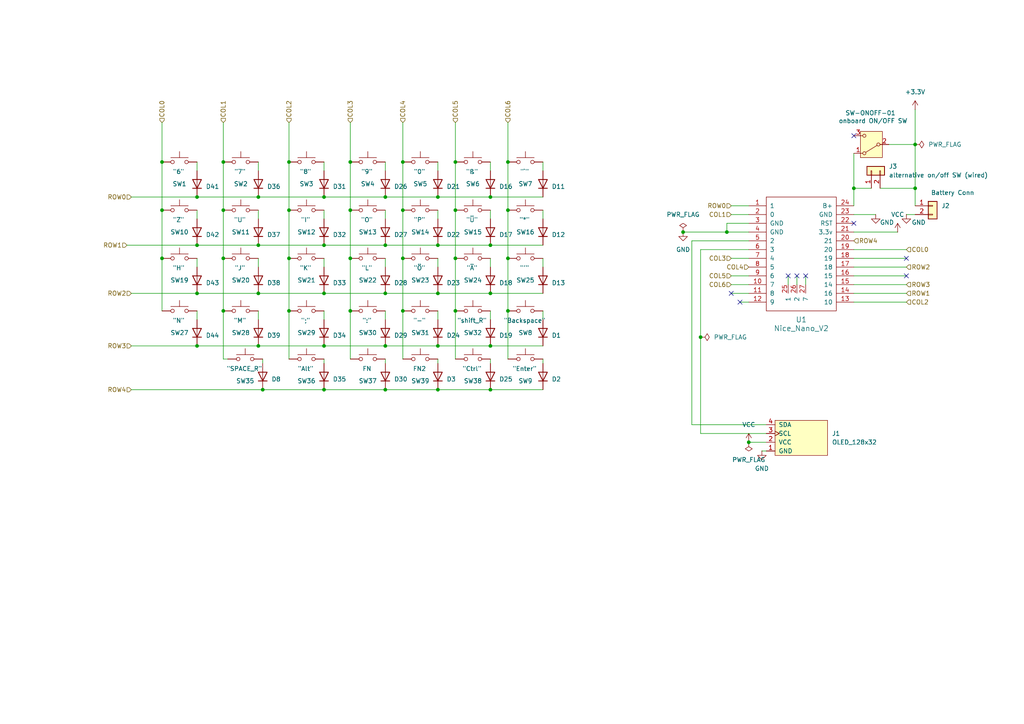
<source format=kicad_sch>
(kicad_sch
	(version 20231120)
	(generator "eeschema")
	(generator_version "8.0")
	(uuid "257e25c7-95c4-4199-9825-6959824a558c")
	(paper "A4")
	(lib_symbols
		(symbol "Connector_Generic:Conn_01x02"
			(pin_names
				(offset 1.016) hide)
			(exclude_from_sim no)
			(in_bom yes)
			(on_board yes)
			(property "Reference" "J"
				(at 0 2.54 0)
				(effects
					(font
						(size 1.27 1.27)
					)
				)
			)
			(property "Value" "Conn_01x02"
				(at 0 -5.08 0)
				(effects
					(font
						(size 1.27 1.27)
					)
				)
			)
			(property "Footprint" ""
				(at 0 0 0)
				(effects
					(font
						(size 1.27 1.27)
					)
					(hide yes)
				)
			)
			(property "Datasheet" "~"
				(at 0 0 0)
				(effects
					(font
						(size 1.27 1.27)
					)
					(hide yes)
				)
			)
			(property "Description" "Generic connector, single row, 01x02, script generated (kicad-library-utils/schlib/autogen/connector/)"
				(at 0 0 0)
				(effects
					(font
						(size 1.27 1.27)
					)
					(hide yes)
				)
			)
			(property "ki_keywords" "connector"
				(at 0 0 0)
				(effects
					(font
						(size 1.27 1.27)
					)
					(hide yes)
				)
			)
			(property "ki_fp_filters" "Connector*:*_1x??_*"
				(at 0 0 0)
				(effects
					(font
						(size 1.27 1.27)
					)
					(hide yes)
				)
			)
			(symbol "Conn_01x02_1_1"
				(rectangle
					(start -1.27 -2.413)
					(end 0 -2.667)
					(stroke
						(width 0.1524)
						(type default)
					)
					(fill
						(type none)
					)
				)
				(rectangle
					(start -1.27 0.127)
					(end 0 -0.127)
					(stroke
						(width 0.1524)
						(type default)
					)
					(fill
						(type none)
					)
				)
				(rectangle
					(start -1.27 1.27)
					(end 1.27 -3.81)
					(stroke
						(width 0.254)
						(type default)
					)
					(fill
						(type background)
					)
				)
				(pin passive line
					(at -5.08 0 0)
					(length 3.81)
					(name "Pin_1"
						(effects
							(font
								(size 1.27 1.27)
							)
						)
					)
					(number "1"
						(effects
							(font
								(size 1.27 1.27)
							)
						)
					)
				)
				(pin passive line
					(at -5.08 -2.54 0)
					(length 3.81)
					(name "Pin_2"
						(effects
							(font
								(size 1.27 1.27)
							)
						)
					)
					(number "2"
						(effects
							(font
								(size 1.27 1.27)
							)
						)
					)
				)
			)
		)
		(symbol "Device:D"
			(pin_numbers hide)
			(pin_names
				(offset 1.016) hide)
			(exclude_from_sim no)
			(in_bom yes)
			(on_board yes)
			(property "Reference" "D"
				(at 0 2.54 0)
				(effects
					(font
						(size 1.27 1.27)
					)
				)
			)
			(property "Value" "D"
				(at 0 -2.54 0)
				(effects
					(font
						(size 1.27 1.27)
					)
				)
			)
			(property "Footprint" ""
				(at 0 0 0)
				(effects
					(font
						(size 1.27 1.27)
					)
					(hide yes)
				)
			)
			(property "Datasheet" "~"
				(at 0 0 0)
				(effects
					(font
						(size 1.27 1.27)
					)
					(hide yes)
				)
			)
			(property "Description" "Diode"
				(at 0 0 0)
				(effects
					(font
						(size 1.27 1.27)
					)
					(hide yes)
				)
			)
			(property "Sim.Device" "D"
				(at 0 0 0)
				(effects
					(font
						(size 1.27 1.27)
					)
					(hide yes)
				)
			)
			(property "Sim.Pins" "1=K 2=A"
				(at 0 0 0)
				(effects
					(font
						(size 1.27 1.27)
					)
					(hide yes)
				)
			)
			(property "ki_keywords" "diode"
				(at 0 0 0)
				(effects
					(font
						(size 1.27 1.27)
					)
					(hide yes)
				)
			)
			(property "ki_fp_filters" "TO-???* *_Diode_* *SingleDiode* D_*"
				(at 0 0 0)
				(effects
					(font
						(size 1.27 1.27)
					)
					(hide yes)
				)
			)
			(symbol "D_0_1"
				(polyline
					(pts
						(xy -1.27 1.27) (xy -1.27 -1.27)
					)
					(stroke
						(width 0.254)
						(type default)
					)
					(fill
						(type none)
					)
				)
				(polyline
					(pts
						(xy 1.27 0) (xy -1.27 0)
					)
					(stroke
						(width 0)
						(type default)
					)
					(fill
						(type none)
					)
				)
				(polyline
					(pts
						(xy 1.27 1.27) (xy 1.27 -1.27) (xy -1.27 0) (xy 1.27 1.27)
					)
					(stroke
						(width 0.254)
						(type default)
					)
					(fill
						(type none)
					)
				)
			)
			(symbol "D_1_1"
				(pin passive line
					(at -3.81 0 0)
					(length 2.54)
					(name "K"
						(effects
							(font
								(size 1.27 1.27)
							)
						)
					)
					(number "1"
						(effects
							(font
								(size 1.27 1.27)
							)
						)
					)
				)
				(pin passive line
					(at 3.81 0 180)
					(length 2.54)
					(name "A"
						(effects
							(font
								(size 1.27 1.27)
							)
						)
					)
					(number "2"
						(effects
							(font
								(size 1.27 1.27)
							)
						)
					)
				)
			)
		)
		(symbol "ScottoKeebs:MCU_Nice_Nano_V2"
			(pin_names
				(offset 1.016)
			)
			(exclude_from_sim no)
			(in_bom yes)
			(on_board yes)
			(property "Reference" "U"
				(at 0 0 0)
				(effects
					(font
						(size 1.524 1.524)
					)
				)
			)
			(property "Value" "Nice_Nano_V2"
				(at 0 -19.05 0)
				(effects
					(font
						(size 1.524 1.524)
					)
				)
			)
			(property "Footprint" "ScottoKeebs_MCU:Nice_Nano_V2"
				(at 0 -22.86 0)
				(effects
					(font
						(size 1.524 1.524)
					)
					(hide yes)
				)
			)
			(property "Datasheet" ""
				(at 26.67 -63.5 90)
				(effects
					(font
						(size 1.524 1.524)
					)
					(hide yes)
				)
			)
			(property "Description" ""
				(at 0 0 0)
				(effects
					(font
						(size 1.27 1.27)
					)
					(hide yes)
				)
			)
			(symbol "MCU_Nice_Nano_V2_0_1"
				(rectangle
					(start -10.16 16.51)
					(end 10.16 -16.51)
					(stroke
						(width 0)
						(type solid)
					)
					(fill
						(type none)
					)
				)
			)
			(symbol "MCU_Nice_Nano_V2_1_1"
				(pin input line
					(at -15.24 13.97 0)
					(length 5.08)
					(name "1"
						(effects
							(font
								(size 1.27 1.27)
							)
						)
					)
					(number "1"
						(effects
							(font
								(size 1.27 1.27)
							)
						)
					)
				)
				(pin input line
					(at -15.24 -8.89 0)
					(length 5.08)
					(name "7"
						(effects
							(font
								(size 1.27 1.27)
							)
						)
					)
					(number "10"
						(effects
							(font
								(size 1.27 1.27)
							)
						)
					)
				)
				(pin input line
					(at -15.24 -11.43 0)
					(length 5.08)
					(name "8"
						(effects
							(font
								(size 1.27 1.27)
							)
						)
					)
					(number "11"
						(effects
							(font
								(size 1.27 1.27)
							)
						)
					)
				)
				(pin input line
					(at -15.24 -13.97 0)
					(length 5.08)
					(name "9"
						(effects
							(font
								(size 1.27 1.27)
							)
						)
					)
					(number "12"
						(effects
							(font
								(size 1.27 1.27)
							)
						)
					)
				)
				(pin input line
					(at 15.24 -13.97 180)
					(length 5.08)
					(name "10"
						(effects
							(font
								(size 1.27 1.27)
							)
						)
					)
					(number "13"
						(effects
							(font
								(size 1.27 1.27)
							)
						)
					)
				)
				(pin input line
					(at 15.24 -11.43 180)
					(length 5.08)
					(name "16"
						(effects
							(font
								(size 1.27 1.27)
							)
						)
					)
					(number "14"
						(effects
							(font
								(size 1.27 1.27)
							)
						)
					)
				)
				(pin input line
					(at 15.24 -8.89 180)
					(length 5.08)
					(name "14"
						(effects
							(font
								(size 1.27 1.27)
							)
						)
					)
					(number "15"
						(effects
							(font
								(size 1.27 1.27)
							)
						)
					)
				)
				(pin input line
					(at 15.24 -6.35 180)
					(length 5.08)
					(name "15"
						(effects
							(font
								(size 1.27 1.27)
							)
						)
					)
					(number "16"
						(effects
							(font
								(size 1.27 1.27)
							)
						)
					)
				)
				(pin input line
					(at 15.24 -3.81 180)
					(length 5.08)
					(name "18"
						(effects
							(font
								(size 1.27 1.27)
							)
						)
					)
					(number "17"
						(effects
							(font
								(size 1.27 1.27)
							)
						)
					)
				)
				(pin input line
					(at 15.24 -1.27 180)
					(length 5.08)
					(name "19"
						(effects
							(font
								(size 1.27 1.27)
							)
						)
					)
					(number "18"
						(effects
							(font
								(size 1.27 1.27)
							)
						)
					)
				)
				(pin input line
					(at 15.24 1.27 180)
					(length 5.08)
					(name "20"
						(effects
							(font
								(size 1.27 1.27)
							)
						)
					)
					(number "19"
						(effects
							(font
								(size 1.27 1.27)
							)
						)
					)
				)
				(pin input line
					(at -15.24 11.43 0)
					(length 5.08)
					(name "0"
						(effects
							(font
								(size 1.27 1.27)
							)
						)
					)
					(number "2"
						(effects
							(font
								(size 1.27 1.27)
							)
						)
					)
				)
				(pin input line
					(at 15.24 3.81 180)
					(length 5.08)
					(name "21"
						(effects
							(font
								(size 1.27 1.27)
							)
						)
					)
					(number "20"
						(effects
							(font
								(size 1.27 1.27)
							)
						)
					)
				)
				(pin input line
					(at 15.24 6.35 180)
					(length 5.08)
					(name "3.3v"
						(effects
							(font
								(size 1.27 1.27)
							)
						)
					)
					(number "21"
						(effects
							(font
								(size 1.27 1.27)
							)
						)
					)
				)
				(pin input line
					(at 15.24 8.89 180)
					(length 5.08)
					(name "RST"
						(effects
							(font
								(size 1.27 1.27)
							)
						)
					)
					(number "22"
						(effects
							(font
								(size 1.27 1.27)
							)
						)
					)
				)
				(pin input line
					(at 15.24 11.43 180)
					(length 5.08)
					(name "GND"
						(effects
							(font
								(size 1.27 1.27)
							)
						)
					)
					(number "23"
						(effects
							(font
								(size 1.27 1.27)
							)
						)
					)
				)
				(pin input line
					(at 15.24 13.97 180)
					(length 5.08)
					(name "B+"
						(effects
							(font
								(size 1.27 1.27)
							)
						)
					)
					(number "24"
						(effects
							(font
								(size 1.27 1.27)
							)
						)
					)
				)
				(pin input line
					(at -3.81 -8.89 270)
					(length 2.5)
					(name "1"
						(effects
							(font
								(size 1.27 1.27)
							)
						)
					)
					(number "25"
						(effects
							(font
								(size 1.27 1.27)
							)
						)
					)
				)
				(pin input line
					(at -1.27 -8.89 270)
					(length 2.5)
					(name "2"
						(effects
							(font
								(size 1.27 1.27)
							)
						)
					)
					(number "26"
						(effects
							(font
								(size 1.27 1.27)
							)
						)
					)
				)
				(pin input line
					(at 1.27 -8.89 270)
					(length 2.5)
					(name "7"
						(effects
							(font
								(size 1.27 1.27)
							)
						)
					)
					(number "27"
						(effects
							(font
								(size 1.27 1.27)
							)
						)
					)
				)
				(pin input line
					(at -15.24 8.89 0)
					(length 5.08)
					(name "GND"
						(effects
							(font
								(size 1.27 1.27)
							)
						)
					)
					(number "3"
						(effects
							(font
								(size 1.27 1.27)
							)
						)
					)
				)
				(pin input line
					(at -15.24 6.35 0)
					(length 5.08)
					(name "GND"
						(effects
							(font
								(size 1.27 1.27)
							)
						)
					)
					(number "4"
						(effects
							(font
								(size 1.27 1.27)
							)
						)
					)
				)
				(pin input line
					(at -15.24 3.81 0)
					(length 5.08)
					(name "2"
						(effects
							(font
								(size 1.27 1.27)
							)
						)
					)
					(number "5"
						(effects
							(font
								(size 1.27 1.27)
							)
						)
					)
				)
				(pin input line
					(at -15.24 1.27 0)
					(length 5.08)
					(name "3"
						(effects
							(font
								(size 1.27 1.27)
							)
						)
					)
					(number "6"
						(effects
							(font
								(size 1.27 1.27)
							)
						)
					)
				)
				(pin input line
					(at -15.24 -1.27 0)
					(length 5.08)
					(name "4"
						(effects
							(font
								(size 1.27 1.27)
							)
						)
					)
					(number "7"
						(effects
							(font
								(size 1.27 1.27)
							)
						)
					)
				)
				(pin input line
					(at -15.24 -3.81 0)
					(length 5.08)
					(name "5"
						(effects
							(font
								(size 1.27 1.27)
							)
						)
					)
					(number "8"
						(effects
							(font
								(size 1.27 1.27)
							)
						)
					)
				)
				(pin input line
					(at -15.24 -6.35 0)
					(length 5.08)
					(name "6"
						(effects
							(font
								(size 1.27 1.27)
							)
						)
					)
					(number "9"
						(effects
							(font
								(size 1.27 1.27)
							)
						)
					)
				)
			)
		)
		(symbol "ScottoKeebs:OLED_128x32"
			(pin_names
				(offset 1.016)
			)
			(exclude_from_sim no)
			(in_bom yes)
			(on_board yes)
			(property "Reference" "J"
				(at 0 -6.35 0)
				(effects
					(font
						(size 1.27 1.27)
					)
				)
			)
			(property "Value" "OLED_128x32"
				(at 0 6.35 0)
				(effects
					(font
						(size 1.27 1.27)
					)
				)
			)
			(property "Footprint" "ScottoKeebs_Components:OLED_128x32"
				(at 0 8.89 0)
				(effects
					(font
						(size 1.27 1.27)
					)
					(hide yes)
				)
			)
			(property "Datasheet" ""
				(at 0 1.27 0)
				(effects
					(font
						(size 1.27 1.27)
					)
					(hide yes)
				)
			)
			(property "Description" ""
				(at 0 0 0)
				(effects
					(font
						(size 1.27 1.27)
					)
					(hide yes)
				)
			)
			(symbol "OLED_128x32_0_1"
				(rectangle
					(start 0 5.08)
					(end 15.24 -5.08)
					(stroke
						(width 0)
						(type default)
					)
					(fill
						(type background)
					)
				)
			)
			(symbol "OLED_128x32_1_1"
				(pin power_in line
					(at -2.54 -3.81 0)
					(length 2.54)
					(name "GND"
						(effects
							(font
								(size 1.27 1.27)
							)
						)
					)
					(number "1"
						(effects
							(font
								(size 1.27 1.27)
							)
						)
					)
				)
				(pin power_in line
					(at -2.54 -1.27 0)
					(length 2.54)
					(name "VCC"
						(effects
							(font
								(size 1.27 1.27)
							)
						)
					)
					(number "2"
						(effects
							(font
								(size 1.27 1.27)
							)
						)
					)
				)
				(pin input clock
					(at -2.54 1.27 0)
					(length 2.54)
					(name "SCL"
						(effects
							(font
								(size 1.27 1.27)
							)
						)
					)
					(number "3"
						(effects
							(font
								(size 1.27 1.27)
							)
						)
					)
				)
				(pin bidirectional line
					(at -2.54 3.81 0)
					(length 2.54)
					(name "SDA"
						(effects
							(font
								(size 1.27 1.27)
							)
						)
					)
					(number "4"
						(effects
							(font
								(size 1.27 1.27)
							)
						)
					)
				)
			)
		)
		(symbol "Switch:SW_Push"
			(pin_numbers hide)
			(pin_names
				(offset 1.016) hide)
			(exclude_from_sim no)
			(in_bom yes)
			(on_board yes)
			(property "Reference" "SW"
				(at 1.27 2.54 0)
				(effects
					(font
						(size 1.27 1.27)
					)
					(justify left)
				)
			)
			(property "Value" "SW_Push"
				(at 0 -1.524 0)
				(effects
					(font
						(size 1.27 1.27)
					)
				)
			)
			(property "Footprint" ""
				(at 0 5.08 0)
				(effects
					(font
						(size 1.27 1.27)
					)
					(hide yes)
				)
			)
			(property "Datasheet" "~"
				(at 0 5.08 0)
				(effects
					(font
						(size 1.27 1.27)
					)
					(hide yes)
				)
			)
			(property "Description" "Push button switch, generic, two pins"
				(at 0 0 0)
				(effects
					(font
						(size 1.27 1.27)
					)
					(hide yes)
				)
			)
			(property "ki_keywords" "switch normally-open pushbutton push-button"
				(at 0 0 0)
				(effects
					(font
						(size 1.27 1.27)
					)
					(hide yes)
				)
			)
			(symbol "SW_Push_0_1"
				(circle
					(center -2.032 0)
					(radius 0.508)
					(stroke
						(width 0)
						(type default)
					)
					(fill
						(type none)
					)
				)
				(polyline
					(pts
						(xy 0 1.27) (xy 0 3.048)
					)
					(stroke
						(width 0)
						(type default)
					)
					(fill
						(type none)
					)
				)
				(polyline
					(pts
						(xy 2.54 1.27) (xy -2.54 1.27)
					)
					(stroke
						(width 0)
						(type default)
					)
					(fill
						(type none)
					)
				)
				(circle
					(center 2.032 0)
					(radius 0.508)
					(stroke
						(width 0)
						(type default)
					)
					(fill
						(type none)
					)
				)
				(pin passive line
					(at -5.08 0 0)
					(length 2.54)
					(name "1"
						(effects
							(font
								(size 1.27 1.27)
							)
						)
					)
					(number "1"
						(effects
							(font
								(size 1.27 1.27)
							)
						)
					)
				)
				(pin passive line
					(at 5.08 0 180)
					(length 2.54)
					(name "2"
						(effects
							(font
								(size 1.27 1.27)
							)
						)
					)
					(number "2"
						(effects
							(font
								(size 1.27 1.27)
							)
						)
					)
				)
			)
		)
		(symbol "Switch:SW_SPDT"
			(pin_names
				(offset 0) hide)
			(exclude_from_sim no)
			(in_bom yes)
			(on_board yes)
			(property "Reference" "SW"
				(at 0 5.08 0)
				(effects
					(font
						(size 1.27 1.27)
					)
				)
			)
			(property "Value" "SW_SPDT"
				(at 0 -5.08 0)
				(effects
					(font
						(size 1.27 1.27)
					)
				)
			)
			(property "Footprint" ""
				(at 0 0 0)
				(effects
					(font
						(size 1.27 1.27)
					)
					(hide yes)
				)
			)
			(property "Datasheet" "~"
				(at 0 -7.62 0)
				(effects
					(font
						(size 1.27 1.27)
					)
					(hide yes)
				)
			)
			(property "Description" "Switch, single pole double throw"
				(at 0 0 0)
				(effects
					(font
						(size 1.27 1.27)
					)
					(hide yes)
				)
			)
			(property "ki_keywords" "switch single-pole double-throw spdt ON-ON"
				(at 0 0 0)
				(effects
					(font
						(size 1.27 1.27)
					)
					(hide yes)
				)
			)
			(symbol "SW_SPDT_0_1"
				(circle
					(center -2.032 0)
					(radius 0.4572)
					(stroke
						(width 0)
						(type default)
					)
					(fill
						(type none)
					)
				)
				(polyline
					(pts
						(xy -1.651 0.254) (xy 1.651 2.286)
					)
					(stroke
						(width 0)
						(type default)
					)
					(fill
						(type none)
					)
				)
				(circle
					(center 2.032 -2.54)
					(radius 0.4572)
					(stroke
						(width 0)
						(type default)
					)
					(fill
						(type none)
					)
				)
				(circle
					(center 2.032 2.54)
					(radius 0.4572)
					(stroke
						(width 0)
						(type default)
					)
					(fill
						(type none)
					)
				)
			)
			(symbol "SW_SPDT_1_1"
				(rectangle
					(start -3.175 3.81)
					(end 3.175 -3.81)
					(stroke
						(width 0)
						(type default)
					)
					(fill
						(type background)
					)
				)
				(pin passive line
					(at 5.08 2.54 180)
					(length 2.54)
					(name "A"
						(effects
							(font
								(size 1.27 1.27)
							)
						)
					)
					(number "1"
						(effects
							(font
								(size 1.27 1.27)
							)
						)
					)
				)
				(pin passive line
					(at -5.08 0 0)
					(length 2.54)
					(name "B"
						(effects
							(font
								(size 1.27 1.27)
							)
						)
					)
					(number "2"
						(effects
							(font
								(size 1.27 1.27)
							)
						)
					)
				)
				(pin passive line
					(at 5.08 -2.54 180)
					(length 2.54)
					(name "C"
						(effects
							(font
								(size 1.27 1.27)
							)
						)
					)
					(number "3"
						(effects
							(font
								(size 1.27 1.27)
							)
						)
					)
				)
			)
		)
		(symbol "power:+3.3V"
			(power)
			(pin_numbers hide)
			(pin_names
				(offset 0) hide)
			(exclude_from_sim no)
			(in_bom yes)
			(on_board yes)
			(property "Reference" "#PWR"
				(at 0 -3.81 0)
				(effects
					(font
						(size 1.27 1.27)
					)
					(hide yes)
				)
			)
			(property "Value" "+3.3V"
				(at 0 3.556 0)
				(effects
					(font
						(size 1.27 1.27)
					)
				)
			)
			(property "Footprint" ""
				(at 0 0 0)
				(effects
					(font
						(size 1.27 1.27)
					)
					(hide yes)
				)
			)
			(property "Datasheet" ""
				(at 0 0 0)
				(effects
					(font
						(size 1.27 1.27)
					)
					(hide yes)
				)
			)
			(property "Description" "Power symbol creates a global label with name \"+3.3V\""
				(at 0 0 0)
				(effects
					(font
						(size 1.27 1.27)
					)
					(hide yes)
				)
			)
			(property "ki_keywords" "global power"
				(at 0 0 0)
				(effects
					(font
						(size 1.27 1.27)
					)
					(hide yes)
				)
			)
			(symbol "+3.3V_0_1"
				(polyline
					(pts
						(xy -0.762 1.27) (xy 0 2.54)
					)
					(stroke
						(width 0)
						(type default)
					)
					(fill
						(type none)
					)
				)
				(polyline
					(pts
						(xy 0 0) (xy 0 2.54)
					)
					(stroke
						(width 0)
						(type default)
					)
					(fill
						(type none)
					)
				)
				(polyline
					(pts
						(xy 0 2.54) (xy 0.762 1.27)
					)
					(stroke
						(width 0)
						(type default)
					)
					(fill
						(type none)
					)
				)
			)
			(symbol "+3.3V_1_1"
				(pin power_in line
					(at 0 0 90)
					(length 0)
					(name "~"
						(effects
							(font
								(size 1.27 1.27)
							)
						)
					)
					(number "1"
						(effects
							(font
								(size 1.27 1.27)
							)
						)
					)
				)
			)
		)
		(symbol "power:GND"
			(power)
			(pin_numbers hide)
			(pin_names
				(offset 0) hide)
			(exclude_from_sim no)
			(in_bom yes)
			(on_board yes)
			(property "Reference" "#PWR"
				(at 0 -6.35 0)
				(effects
					(font
						(size 1.27 1.27)
					)
					(hide yes)
				)
			)
			(property "Value" "GND"
				(at 0 -3.81 0)
				(effects
					(font
						(size 1.27 1.27)
					)
				)
			)
			(property "Footprint" ""
				(at 0 0 0)
				(effects
					(font
						(size 1.27 1.27)
					)
					(hide yes)
				)
			)
			(property "Datasheet" ""
				(at 0 0 0)
				(effects
					(font
						(size 1.27 1.27)
					)
					(hide yes)
				)
			)
			(property "Description" "Power symbol creates a global label with name \"GND\" , ground"
				(at 0 0 0)
				(effects
					(font
						(size 1.27 1.27)
					)
					(hide yes)
				)
			)
			(property "ki_keywords" "global power"
				(at 0 0 0)
				(effects
					(font
						(size 1.27 1.27)
					)
					(hide yes)
				)
			)
			(symbol "GND_0_1"
				(polyline
					(pts
						(xy 0 0) (xy 0 -1.27) (xy 1.27 -1.27) (xy 0 -2.54) (xy -1.27 -1.27) (xy 0 -1.27)
					)
					(stroke
						(width 0)
						(type default)
					)
					(fill
						(type none)
					)
				)
			)
			(symbol "GND_1_1"
				(pin power_in line
					(at 0 0 270)
					(length 0)
					(name "~"
						(effects
							(font
								(size 1.27 1.27)
							)
						)
					)
					(number "1"
						(effects
							(font
								(size 1.27 1.27)
							)
						)
					)
				)
			)
		)
		(symbol "power:PWR_FLAG"
			(power)
			(pin_numbers hide)
			(pin_names
				(offset 0) hide)
			(exclude_from_sim no)
			(in_bom yes)
			(on_board yes)
			(property "Reference" "#FLG"
				(at 0 1.905 0)
				(effects
					(font
						(size 1.27 1.27)
					)
					(hide yes)
				)
			)
			(property "Value" "PWR_FLAG"
				(at 0 3.81 0)
				(effects
					(font
						(size 1.27 1.27)
					)
				)
			)
			(property "Footprint" ""
				(at 0 0 0)
				(effects
					(font
						(size 1.27 1.27)
					)
					(hide yes)
				)
			)
			(property "Datasheet" "~"
				(at 0 0 0)
				(effects
					(font
						(size 1.27 1.27)
					)
					(hide yes)
				)
			)
			(property "Description" "Special symbol for telling ERC where power comes from"
				(at 0 0 0)
				(effects
					(font
						(size 1.27 1.27)
					)
					(hide yes)
				)
			)
			(property "ki_keywords" "flag power"
				(at 0 0 0)
				(effects
					(font
						(size 1.27 1.27)
					)
					(hide yes)
				)
			)
			(symbol "PWR_FLAG_0_0"
				(pin power_out line
					(at 0 0 90)
					(length 0)
					(name "~"
						(effects
							(font
								(size 1.27 1.27)
							)
						)
					)
					(number "1"
						(effects
							(font
								(size 1.27 1.27)
							)
						)
					)
				)
			)
			(symbol "PWR_FLAG_0_1"
				(polyline
					(pts
						(xy 0 0) (xy 0 1.27) (xy -1.016 1.905) (xy 0 2.54) (xy 1.016 1.905) (xy 0 1.27)
					)
					(stroke
						(width 0)
						(type default)
					)
					(fill
						(type none)
					)
				)
			)
		)
		(symbol "power:VCC"
			(power)
			(pin_numbers hide)
			(pin_names
				(offset 0) hide)
			(exclude_from_sim no)
			(in_bom yes)
			(on_board yes)
			(property "Reference" "#PWR"
				(at 0 -3.81 0)
				(effects
					(font
						(size 1.27 1.27)
					)
					(hide yes)
				)
			)
			(property "Value" "VCC"
				(at 0 3.556 0)
				(effects
					(font
						(size 1.27 1.27)
					)
				)
			)
			(property "Footprint" ""
				(at 0 0 0)
				(effects
					(font
						(size 1.27 1.27)
					)
					(hide yes)
				)
			)
			(property "Datasheet" ""
				(at 0 0 0)
				(effects
					(font
						(size 1.27 1.27)
					)
					(hide yes)
				)
			)
			(property "Description" "Power symbol creates a global label with name \"VCC\""
				(at 0 0 0)
				(effects
					(font
						(size 1.27 1.27)
					)
					(hide yes)
				)
			)
			(property "ki_keywords" "global power"
				(at 0 0 0)
				(effects
					(font
						(size 1.27 1.27)
					)
					(hide yes)
				)
			)
			(symbol "VCC_0_1"
				(polyline
					(pts
						(xy -0.762 1.27) (xy 0 2.54)
					)
					(stroke
						(width 0)
						(type default)
					)
					(fill
						(type none)
					)
				)
				(polyline
					(pts
						(xy 0 0) (xy 0 2.54)
					)
					(stroke
						(width 0)
						(type default)
					)
					(fill
						(type none)
					)
				)
				(polyline
					(pts
						(xy 0 2.54) (xy 0.762 1.27)
					)
					(stroke
						(width 0)
						(type default)
					)
					(fill
						(type none)
					)
				)
			)
			(symbol "VCC_1_1"
				(pin power_in line
					(at 0 0 90)
					(length 0)
					(name "~"
						(effects
							(font
								(size 1.27 1.27)
							)
						)
					)
					(number "1"
						(effects
							(font
								(size 1.27 1.27)
							)
						)
					)
				)
			)
		)
	)
	(junction
		(at 101.6 60.96)
		(diameter 0)
		(color 0 0 0 0)
		(uuid "18206d30-becc-41f1-b8e3-22cecf4050a6")
	)
	(junction
		(at 83.82 46.99)
		(diameter 0)
		(color 0 0 0 0)
		(uuid "1bed9578-ccaf-440b-8342-38c393475d70")
	)
	(junction
		(at 64.77 90.17)
		(diameter 0)
		(color 0 0 0 0)
		(uuid "1d011a93-eefb-4278-b3d1-ecbeb85ccff7")
	)
	(junction
		(at 265.43 41.91)
		(diameter 0)
		(color 0 0 0 0)
		(uuid "242dcf09-781f-429e-87b3-5555ff4e1fc5")
	)
	(junction
		(at 74.93 85.09)
		(diameter 0)
		(color 0 0 0 0)
		(uuid "24af4c32-944c-43bd-abf1-231f4dd74d4a")
	)
	(junction
		(at 101.6 74.93)
		(diameter 0)
		(color 0 0 0 0)
		(uuid "27188f0f-0daf-455f-bd6d-31c35b4390f2")
	)
	(junction
		(at 132.08 74.93)
		(diameter 0)
		(color 0 0 0 0)
		(uuid "3264effe-73c3-43b5-95c6-99c762bf08be")
	)
	(junction
		(at 132.08 90.17)
		(diameter 0)
		(color 0 0 0 0)
		(uuid "3798b755-955d-4563-8c33-85405e17a6be")
	)
	(junction
		(at 93.98 57.15)
		(diameter 0)
		(color 0 0 0 0)
		(uuid "3a10afb3-d16e-4c7b-acde-acb48b058828")
	)
	(junction
		(at 46.99 46.99)
		(diameter 0)
		(color 0 0 0 0)
		(uuid "42ce84a0-1844-4df6-b979-b43ad5f8307d")
	)
	(junction
		(at 116.84 74.93)
		(diameter 0)
		(color 0 0 0 0)
		(uuid "4353e18f-5ec5-484f-92c0-a9d66338238f")
	)
	(junction
		(at 247.65 54.61)
		(diameter 0)
		(color 0 0 0 0)
		(uuid "4bd269de-2bed-414e-852d-699550f0486a")
	)
	(junction
		(at 147.32 60.96)
		(diameter 0)
		(color 0 0 0 0)
		(uuid "4ea8ca0c-dca5-4b4a-8e23-c40ee30fbc6b")
	)
	(junction
		(at 127 113.03)
		(diameter 0)
		(color 0 0 0 0)
		(uuid "50683d9f-6bca-493a-9e3d-652b14fc8af8")
	)
	(junction
		(at 147.32 90.17)
		(diameter 0)
		(color 0 0 0 0)
		(uuid "5194b578-66ab-4e9b-b561-b0d2c02dbe8e")
	)
	(junction
		(at 57.15 100.33)
		(diameter 0)
		(color 0 0 0 0)
		(uuid "58e713b9-b3c8-4100-8ef5-177c4f5908a4")
	)
	(junction
		(at 93.98 85.09)
		(diameter 0)
		(color 0 0 0 0)
		(uuid "62a92086-0fed-4ec2-8ab2-aed5f7ee9884")
	)
	(junction
		(at 116.84 46.99)
		(diameter 0)
		(color 0 0 0 0)
		(uuid "64cf41b8-28f9-45ef-8e20-ddc710375e2d")
	)
	(junction
		(at 46.99 60.96)
		(diameter 0)
		(color 0 0 0 0)
		(uuid "72be4a13-bcba-42f3-a772-b4a1285d0def")
	)
	(junction
		(at 57.15 57.15)
		(diameter 0)
		(color 0 0 0 0)
		(uuid "76441204-01e0-44e3-9038-87a555901455")
	)
	(junction
		(at 142.24 57.15)
		(diameter 0)
		(color 0 0 0 0)
		(uuid "77e2802a-badd-46f0-8da5-a87d786d9e85")
	)
	(junction
		(at 64.77 46.99)
		(diameter 0)
		(color 0 0 0 0)
		(uuid "7848e0ba-9802-482e-839b-0798c5a88996")
	)
	(junction
		(at 203.2 97.79)
		(diameter 0)
		(color 0 0 0 0)
		(uuid "795eec5c-01fa-4fdd-a4cb-52ea5dbd15b9")
	)
	(junction
		(at 64.77 60.96)
		(diameter 0)
		(color 0 0 0 0)
		(uuid "82238183-d140-45f1-8a68-ee6f435f75d4")
	)
	(junction
		(at 142.24 113.03)
		(diameter 0)
		(color 0 0 0 0)
		(uuid "84c18323-21f8-4ed0-aa62-8b66cf5dded8")
	)
	(junction
		(at 210.82 67.31)
		(diameter 0)
		(color 0 0 0 0)
		(uuid "84ea0f75-90b7-4ce8-84c7-41bb97b460b6")
	)
	(junction
		(at 101.6 90.17)
		(diameter 0)
		(color 0 0 0 0)
		(uuid "85cb7f3f-7744-4c62-a401-069564dbbdc5")
	)
	(junction
		(at 127 100.33)
		(diameter 0)
		(color 0 0 0 0)
		(uuid "88de0fff-908c-45be-b9c8-94481aab2f77")
	)
	(junction
		(at 198.12 67.31)
		(diameter 0)
		(color 0 0 0 0)
		(uuid "89f11c56-547c-4d24-9e79-9ac7d738b9fa")
	)
	(junction
		(at 132.08 60.96)
		(diameter 0)
		(color 0 0 0 0)
		(uuid "8b2a0703-9611-4bda-be69-7d067c714a27")
	)
	(junction
		(at 127 57.15)
		(diameter 0)
		(color 0 0 0 0)
		(uuid "8bd77ae4-3fb8-4334-bd87-9b2354364666")
	)
	(junction
		(at 132.08 46.99)
		(diameter 0)
		(color 0 0 0 0)
		(uuid "9125a1a9-99b0-45aa-b704-a655c79c4e37")
	)
	(junction
		(at 83.82 74.93)
		(diameter 0)
		(color 0 0 0 0)
		(uuid "951afa8c-5736-4638-8352-f86ea0e24e51")
	)
	(junction
		(at 74.93 57.15)
		(diameter 0)
		(color 0 0 0 0)
		(uuid "95f7e399-2049-4ad3-98df-ce57323dab40")
	)
	(junction
		(at 46.99 74.93)
		(diameter 0)
		(color 0 0 0 0)
		(uuid "9c5341ad-2db8-488d-aa74-9169cf451d0b")
	)
	(junction
		(at 111.76 113.03)
		(diameter 0)
		(color 0 0 0 0)
		(uuid "9cadf228-15e5-4bec-92ea-502c6ba0a378")
	)
	(junction
		(at 116.84 60.96)
		(diameter 0)
		(color 0 0 0 0)
		(uuid "a04b2178-0f15-4333-8cb8-181fe440644a")
	)
	(junction
		(at 57.15 71.12)
		(diameter 0)
		(color 0 0 0 0)
		(uuid "a23f65b0-810a-4de8-a30d-266057d7a041")
	)
	(junction
		(at 142.24 85.09)
		(diameter 0)
		(color 0 0 0 0)
		(uuid "a5b41cf9-1d19-4b00-938e-054cb0ebd463")
	)
	(junction
		(at 147.32 46.99)
		(diameter 0)
		(color 0 0 0 0)
		(uuid "a71c789a-31c4-4884-b9bf-1ba127b43038")
	)
	(junction
		(at 83.82 60.96)
		(diameter 0)
		(color 0 0 0 0)
		(uuid "a733082e-1b7f-4a86-ba5a-883bd6ba0f71")
	)
	(junction
		(at 142.24 71.12)
		(diameter 0)
		(color 0 0 0 0)
		(uuid "ab36a2a6-3a6f-451e-8da1-5dc2fd9b883b")
	)
	(junction
		(at 111.76 100.33)
		(diameter 0)
		(color 0 0 0 0)
		(uuid "abdca582-dac7-4a1b-885f-8cb832365c61")
	)
	(junction
		(at 147.32 74.93)
		(diameter 0)
		(color 0 0 0 0)
		(uuid "b07c9a07-2a7d-4806-8d59-561f9267076c")
	)
	(junction
		(at 111.76 57.15)
		(diameter 0)
		(color 0 0 0 0)
		(uuid "b0ac0f96-5983-4058-9007-6e777e5efdcd")
	)
	(junction
		(at 127 71.12)
		(diameter 0)
		(color 0 0 0 0)
		(uuid "b8f9a4ce-ddbc-4171-8e7c-1d7947e2287f")
	)
	(junction
		(at 57.15 85.09)
		(diameter 0)
		(color 0 0 0 0)
		(uuid "beb83690-284a-4641-a801-69c4bb5da8f0")
	)
	(junction
		(at 74.93 100.33)
		(diameter 0)
		(color 0 0 0 0)
		(uuid "c21a71c1-cf17-4225-b910-e00eb7bd1bba")
	)
	(junction
		(at 76.2 113.03)
		(diameter 0)
		(color 0 0 0 0)
		(uuid "c48f00a5-b34a-4b92-8454-d212276c9df3")
	)
	(junction
		(at 265.43 54.61)
		(diameter 0)
		(color 0 0 0 0)
		(uuid "c8a62c4d-6015-4c5c-b6cf-e4eb3271b5c9")
	)
	(junction
		(at 217.17 128.27)
		(diameter 0)
		(color 0 0 0 0)
		(uuid "d163f5f9-2534-4e3d-8852-984cb9f071eb")
	)
	(junction
		(at 83.82 90.17)
		(diameter 0)
		(color 0 0 0 0)
		(uuid "d3d1a8a4-3b5a-4d76-ab49-21c3e7c10f03")
	)
	(junction
		(at 93.98 113.03)
		(diameter 0)
		(color 0 0 0 0)
		(uuid "d6192f7d-7004-410b-bd1e-b6bc0215dbd2")
	)
	(junction
		(at 93.98 100.33)
		(diameter 0)
		(color 0 0 0 0)
		(uuid "dc587f93-b12b-46e9-add0-5ef2184813bf")
	)
	(junction
		(at 127 85.09)
		(diameter 0)
		(color 0 0 0 0)
		(uuid "e3788076-5b43-43d2-a9e8-67900d8b5460")
	)
	(junction
		(at 116.84 90.17)
		(diameter 0)
		(color 0 0 0 0)
		(uuid "e63a1e2f-0505-480f-b9e8-cd323018684e")
	)
	(junction
		(at 111.76 71.12)
		(diameter 0)
		(color 0 0 0 0)
		(uuid "e718af27-3a94-45f1-bae6-56ecf578b1d3")
	)
	(junction
		(at 101.6 46.99)
		(diameter 0)
		(color 0 0 0 0)
		(uuid "ec516f05-9848-4935-8e81-c9e194b28ee3")
	)
	(junction
		(at 111.76 85.09)
		(diameter 0)
		(color 0 0 0 0)
		(uuid "ec982145-b4e4-40d0-a6e2-0cdf76907008")
	)
	(junction
		(at 74.93 71.12)
		(diameter 0)
		(color 0 0 0 0)
		(uuid "eca5866b-55a9-4925-b939-126b425d6786")
	)
	(junction
		(at 93.98 71.12)
		(diameter 0)
		(color 0 0 0 0)
		(uuid "f068f97c-21b3-48e2-80ff-c134179ee339")
	)
	(junction
		(at 142.24 100.33)
		(diameter 0)
		(color 0 0 0 0)
		(uuid "f5cc69a6-f20e-477b-8ec3-d858debb68b9")
	)
	(junction
		(at 64.77 74.93)
		(diameter 0)
		(color 0 0 0 0)
		(uuid "fabef786-0ccf-4d23-950a-5ebd19c347f6")
	)
	(no_connect
		(at 212.09 85.09)
		(uuid "1407ba98-05e2-45a8-a7c4-06085c5efc41")
	)
	(no_connect
		(at 214.63 87.63)
		(uuid "549b10cd-6277-422c-bb1b-0474abfa1e16")
	)
	(no_connect
		(at 262.89 80.01)
		(uuid "8991c3bc-9543-4c26-97b2-246b45ba358a")
	)
	(no_connect
		(at 231.14 80.01)
		(uuid "a08584ee-23d9-477b-9959-359165cc3b29")
	)
	(no_connect
		(at 262.89 74.93)
		(uuid "b10757c0-4d54-4ead-829b-c4a51942520c")
	)
	(no_connect
		(at 247.65 39.37)
		(uuid "b49c9b1c-fe38-4eae-93a2-540e4fa7c582")
	)
	(no_connect
		(at 233.68 80.01)
		(uuid "c3818f0a-3fd7-43be-9b25-7f6b071ab77e")
	)
	(no_connect
		(at 228.6 80.01)
		(uuid "e6e8a102-41a3-4ab4-a943-c347519fbf21")
	)
	(no_connect
		(at 247.65 64.77)
		(uuid "fd44155c-93c9-4213-b9e3-a98440edbb16")
	)
	(wire
		(pts
			(xy 127 113.03) (xy 142.24 113.03)
		)
		(stroke
			(width 0)
			(type default)
		)
		(uuid "00f66c22-4462-419e-8476-52b0d148c9b4")
	)
	(wire
		(pts
			(xy 247.65 59.69) (xy 247.65 54.61)
		)
		(stroke
			(width 0)
			(type default)
		)
		(uuid "044cc6ac-7e9b-4922-89d0-07e765b81b66")
	)
	(wire
		(pts
			(xy 203.2 125.73) (xy 203.2 97.79)
		)
		(stroke
			(width 0)
			(type default)
		)
		(uuid "0453c61b-866b-475f-9bc5-4fbf8f23baba")
	)
	(wire
		(pts
			(xy 38.1 113.03) (xy 76.2 113.03)
		)
		(stroke
			(width 0)
			(type default)
		)
		(uuid "05c50b6a-78a8-423c-b02f-b779ced0c8fa")
	)
	(wire
		(pts
			(xy 127 74.93) (xy 127 77.47)
		)
		(stroke
			(width 0)
			(type default)
		)
		(uuid "06fbc615-c451-41aa-abd0-b15a7b19f357")
	)
	(wire
		(pts
			(xy 214.63 87.63) (xy 217.17 87.63)
		)
		(stroke
			(width 0)
			(type default)
		)
		(uuid "08e4b28e-9490-4e1e-a9b1-1bf82b4bef7e")
	)
	(wire
		(pts
			(xy 200.66 69.85) (xy 217.17 69.85)
		)
		(stroke
			(width 0)
			(type default)
		)
		(uuid "0d8d6c4d-0358-4be4-8fbe-7c37fc79a943")
	)
	(wire
		(pts
			(xy 247.65 82.55) (xy 262.89 82.55)
		)
		(stroke
			(width 0)
			(type default)
		)
		(uuid "0de28865-9332-4690-ae3b-4d55a8863e6d")
	)
	(wire
		(pts
			(xy 142.24 74.93) (xy 142.24 77.47)
		)
		(stroke
			(width 0)
			(type default)
		)
		(uuid "102973e0-465a-49fe-ad0b-d381da66ab8d")
	)
	(wire
		(pts
			(xy 46.99 60.96) (xy 46.99 74.93)
		)
		(stroke
			(width 0)
			(type default)
		)
		(uuid "135ca0c3-5e8d-4314-9526-a528e28152f0")
	)
	(wire
		(pts
			(xy 38.1 57.15) (xy 57.15 57.15)
		)
		(stroke
			(width 0)
			(type default)
		)
		(uuid "14df06e6-94e0-4e4c-86e5-76614ea8dcae")
	)
	(wire
		(pts
			(xy 157.48 74.93) (xy 157.48 77.47)
		)
		(stroke
			(width 0)
			(type default)
		)
		(uuid "1a98feff-8fd5-471e-b303-437dc7471c16")
	)
	(wire
		(pts
			(xy 203.2 125.73) (xy 222.25 125.73)
		)
		(stroke
			(width 0)
			(type default)
		)
		(uuid "1fbbb31c-dc55-4f71-95b5-7234dc6455bd")
	)
	(wire
		(pts
			(xy 247.65 77.47) (xy 262.89 77.47)
		)
		(stroke
			(width 0)
			(type default)
		)
		(uuid "201593ec-07cd-4fad-bbd2-a79b3a811405")
	)
	(wire
		(pts
			(xy 127 57.15) (xy 142.24 57.15)
		)
		(stroke
			(width 0)
			(type default)
		)
		(uuid "22eae7db-2294-4369-ba93-a9910f16f2d2")
	)
	(wire
		(pts
			(xy 101.6 60.96) (xy 101.6 74.93)
		)
		(stroke
			(width 0)
			(type default)
		)
		(uuid "255d76e8-6ca8-485f-82d3-b48c7a99d277")
	)
	(wire
		(pts
			(xy 93.98 90.17) (xy 93.98 92.71)
		)
		(stroke
			(width 0)
			(type default)
		)
		(uuid "2649d657-08a8-4c5e-87b4-716536cbf8cf")
	)
	(wire
		(pts
			(xy 57.15 90.17) (xy 57.15 92.71)
		)
		(stroke
			(width 0)
			(type default)
		)
		(uuid "270cf2d0-5263-4dda-be48-1ff6b83eef1c")
	)
	(wire
		(pts
			(xy 247.65 67.31) (xy 260.35 67.31)
		)
		(stroke
			(width 0)
			(type default)
		)
		(uuid "28093b64-6668-40e5-a7a6-215f401efcd1")
	)
	(wire
		(pts
			(xy 127 90.17) (xy 127 92.71)
		)
		(stroke
			(width 0)
			(type default)
		)
		(uuid "2a4cb666-be73-465a-85e5-4983030aec85")
	)
	(wire
		(pts
			(xy 265.43 54.61) (xy 265.43 59.69)
		)
		(stroke
			(width 0)
			(type default)
		)
		(uuid "2c1faf24-dea8-4b21-acf2-5503f6c70e63")
	)
	(wire
		(pts
			(xy 132.08 60.96) (xy 132.08 74.93)
		)
		(stroke
			(width 0)
			(type default)
		)
		(uuid "2c57cb67-e7d3-472a-8076-d6c8c267687a")
	)
	(wire
		(pts
			(xy 93.98 71.12) (xy 111.76 71.12)
		)
		(stroke
			(width 0)
			(type default)
		)
		(uuid "2ec8029a-3868-42d4-ad16-401d2641c691")
	)
	(wire
		(pts
			(xy 101.6 90.17) (xy 101.6 104.14)
		)
		(stroke
			(width 0)
			(type default)
		)
		(uuid "2f4e0ade-3fc9-4266-a312-a82bb71ae0a3")
	)
	(wire
		(pts
			(xy 93.98 113.03) (xy 111.76 113.03)
		)
		(stroke
			(width 0)
			(type default)
		)
		(uuid "31ea711f-230c-4f5a-a060-7623d27a4f43")
	)
	(wire
		(pts
			(xy 116.84 90.17) (xy 116.84 104.14)
		)
		(stroke
			(width 0)
			(type default)
		)
		(uuid "320f2209-973e-46ad-8b13-28848d3db99d")
	)
	(wire
		(pts
			(xy 142.24 60.96) (xy 142.24 63.5)
		)
		(stroke
			(width 0)
			(type default)
		)
		(uuid "32cda65d-5ff2-4bad-813d-99a2a455b3cc")
	)
	(wire
		(pts
			(xy 46.99 74.93) (xy 46.99 90.17)
		)
		(stroke
			(width 0)
			(type default)
		)
		(uuid "398fecb8-0b91-4896-a0ad-ba1f097fef1e")
	)
	(wire
		(pts
			(xy 116.84 60.96) (xy 116.84 74.93)
		)
		(stroke
			(width 0)
			(type default)
		)
		(uuid "3b00293f-7290-4c28-a7ee-c2892aa38856")
	)
	(wire
		(pts
			(xy 116.84 35.56) (xy 116.84 46.99)
		)
		(stroke
			(width 0)
			(type default)
		)
		(uuid "3b5b808a-fffa-4883-806d-40617f139c40")
	)
	(wire
		(pts
			(xy 210.82 64.77) (xy 210.82 67.31)
		)
		(stroke
			(width 0)
			(type default)
		)
		(uuid "3cea026a-1041-4683-ab66-2681d7c9efa9")
	)
	(wire
		(pts
			(xy 101.6 46.99) (xy 101.6 60.96)
		)
		(stroke
			(width 0)
			(type default)
		)
		(uuid "3ceba3a7-0e43-47e5-a25e-217c3d6e2bd1")
	)
	(wire
		(pts
			(xy 111.76 113.03) (xy 127 113.03)
		)
		(stroke
			(width 0)
			(type default)
		)
		(uuid "3dc97d09-00d0-4e65-8ca7-8bbb967691f9")
	)
	(wire
		(pts
			(xy 57.15 60.96) (xy 57.15 63.5)
		)
		(stroke
			(width 0)
			(type default)
		)
		(uuid "3e23da6d-452c-47d3-b666-1657e08a73cd")
	)
	(wire
		(pts
			(xy 111.76 104.14) (xy 111.76 105.41)
		)
		(stroke
			(width 0)
			(type default)
		)
		(uuid "426fb245-51f2-4223-8879-8b2fc33989bc")
	)
	(wire
		(pts
			(xy 142.24 57.15) (xy 157.48 57.15)
		)
		(stroke
			(width 0)
			(type default)
		)
		(uuid "42803662-88de-4fec-afed-25b5c0148319")
	)
	(wire
		(pts
			(xy 74.93 57.15) (xy 93.98 57.15)
		)
		(stroke
			(width 0)
			(type default)
		)
		(uuid "42919434-da07-486e-a0db-d3c92f434912")
	)
	(wire
		(pts
			(xy 111.76 71.12) (xy 127 71.12)
		)
		(stroke
			(width 0)
			(type default)
		)
		(uuid "44085623-5133-4e56-8cef-275df8f33538")
	)
	(wire
		(pts
			(xy 247.65 80.01) (xy 262.89 80.01)
		)
		(stroke
			(width 0)
			(type default)
		)
		(uuid "475303d0-4eeb-45eb-ae8b-c3f734011f7e")
	)
	(wire
		(pts
			(xy 212.09 85.09) (xy 217.17 85.09)
		)
		(stroke
			(width 0)
			(type default)
		)
		(uuid "47ad2a9b-633e-4c3f-8e26-c5bb0eac687b")
	)
	(wire
		(pts
			(xy 217.17 67.31) (xy 210.82 67.31)
		)
		(stroke
			(width 0)
			(type default)
		)
		(uuid "491ce68a-ee20-4bf2-ae58-0ee42ce704cf")
	)
	(wire
		(pts
			(xy 93.98 85.09) (xy 111.76 85.09)
		)
		(stroke
			(width 0)
			(type default)
		)
		(uuid "4e20bf3c-d665-4739-837b-7c065b0bd0d7")
	)
	(wire
		(pts
			(xy 200.66 123.19) (xy 200.66 69.85)
		)
		(stroke
			(width 0)
			(type default)
		)
		(uuid "575da7d0-5c7d-42b1-a2b2-02a7afba5fe8")
	)
	(wire
		(pts
			(xy 147.32 90.17) (xy 147.32 104.14)
		)
		(stroke
			(width 0)
			(type default)
		)
		(uuid "57f744c0-4fc5-4f86-afae-dc00174922a4")
	)
	(wire
		(pts
			(xy 157.48 60.96) (xy 157.48 63.5)
		)
		(stroke
			(width 0)
			(type default)
		)
		(uuid "58e24dbd-8f51-4766-bc3c-21b06159ab5b")
	)
	(wire
		(pts
			(xy 83.82 46.99) (xy 83.82 60.96)
		)
		(stroke
			(width 0)
			(type default)
		)
		(uuid "5ac44729-cd45-414e-8000-fb7cd55aa8b4")
	)
	(wire
		(pts
			(xy 111.76 85.09) (xy 127 85.09)
		)
		(stroke
			(width 0)
			(type default)
		)
		(uuid "5b1da79c-95a1-434a-8971-2f94a33ef0fc")
	)
	(wire
		(pts
			(xy 101.6 74.93) (xy 101.6 90.17)
		)
		(stroke
			(width 0)
			(type default)
		)
		(uuid "60358368-6659-4d42-914b-2e738fd8549a")
	)
	(wire
		(pts
			(xy 93.98 100.33) (xy 74.93 100.33)
		)
		(stroke
			(width 0)
			(type default)
		)
		(uuid "619287b8-cb79-4e22-817f-b52f1dd9223c")
	)
	(wire
		(pts
			(xy 247.65 72.39) (xy 262.89 72.39)
		)
		(stroke
			(width 0)
			(type default)
		)
		(uuid "654f3ec7-500d-440d-aefc-9207ae626458")
	)
	(wire
		(pts
			(xy 74.93 46.99) (xy 74.93 49.53)
		)
		(stroke
			(width 0)
			(type default)
		)
		(uuid "68eafd94-818d-43af-bae0-22acc30dfd99")
	)
	(wire
		(pts
			(xy 111.76 57.15) (xy 127 57.15)
		)
		(stroke
			(width 0)
			(type default)
		)
		(uuid "6b073f85-1ef1-4bc9-b6e0-aa2be5217111")
	)
	(wire
		(pts
			(xy 64.77 46.99) (xy 64.77 60.96)
		)
		(stroke
			(width 0)
			(type default)
		)
		(uuid "6b3d4924-e485-44f5-94fc-3057f524f814")
	)
	(wire
		(pts
			(xy 132.08 74.93) (xy 132.08 90.17)
		)
		(stroke
			(width 0)
			(type default)
		)
		(uuid "6c6f290b-de92-49b1-8de4-421eee20cc1e")
	)
	(wire
		(pts
			(xy 101.6 35.56) (xy 101.6 46.99)
		)
		(stroke
			(width 0)
			(type default)
		)
		(uuid "6e35c31e-4430-420a-8110-3e47f047cdbc")
	)
	(wire
		(pts
			(xy 142.24 100.33) (xy 157.48 100.33)
		)
		(stroke
			(width 0)
			(type default)
		)
		(uuid "6fd88817-d806-4515-bc12-78da062e5ff8")
	)
	(wire
		(pts
			(xy 64.77 35.56) (xy 64.77 46.99)
		)
		(stroke
			(width 0)
			(type default)
		)
		(uuid "717f45dd-d9ea-4a4f-b3e9-6cbed0480196")
	)
	(wire
		(pts
			(xy 255.27 54.61) (xy 265.43 54.61)
		)
		(stroke
			(width 0)
			(type default)
		)
		(uuid "74b1c9b3-86a4-47be-a66a-bfb9d7e62c15")
	)
	(wire
		(pts
			(xy 247.65 54.61) (xy 247.65 44.45)
		)
		(stroke
			(width 0)
			(type default)
		)
		(uuid "798c2a0a-7020-4d25-932e-7978ac97d8a7")
	)
	(wire
		(pts
			(xy 116.84 46.99) (xy 116.84 60.96)
		)
		(stroke
			(width 0)
			(type default)
		)
		(uuid "81a7a2aa-1fc5-483a-92cf-5d54a32df4fd")
	)
	(wire
		(pts
			(xy 57.15 100.33) (xy 38.1 100.33)
		)
		(stroke
			(width 0)
			(type default)
		)
		(uuid "83758789-67da-401c-939d-3d09c2e1aae3")
	)
	(wire
		(pts
			(xy 217.17 128.27) (xy 222.25 128.27)
		)
		(stroke
			(width 0)
			(type default)
		)
		(uuid "83ed6399-fe00-4cef-b787-eccf0dcca55e")
	)
	(wire
		(pts
			(xy 116.84 74.93) (xy 116.84 90.17)
		)
		(stroke
			(width 0)
			(type default)
		)
		(uuid "8472fed7-01b0-40db-9c50-6d047338baf9")
	)
	(wire
		(pts
			(xy 212.09 59.69) (xy 217.17 59.69)
		)
		(stroke
			(width 0)
			(type default)
		)
		(uuid "84d7398d-31a6-45b5-8118-37fcc5379f42")
	)
	(wire
		(pts
			(xy 93.98 57.15) (xy 111.76 57.15)
		)
		(stroke
			(width 0)
			(type default)
		)
		(uuid "84de6a21-8896-4579-99a5-a9fca9c8eca0")
	)
	(wire
		(pts
			(xy 93.98 104.14) (xy 93.98 105.41)
		)
		(stroke
			(width 0)
			(type default)
		)
		(uuid "8578ff24-ed4b-4623-83f0-83498ca19f4a")
	)
	(wire
		(pts
			(xy 111.76 100.33) (xy 93.98 100.33)
		)
		(stroke
			(width 0)
			(type default)
		)
		(uuid "8599e0a5-381b-408f-80e1-afe0616c6e21")
	)
	(wire
		(pts
			(xy 233.68 80.01) (xy 233.68 82.55)
		)
		(stroke
			(width 0)
			(type default)
		)
		(uuid "8916ad59-e538-4abb-98ee-93773bd6b910")
	)
	(wire
		(pts
			(xy 64.77 104.14) (xy 66.04 104.14)
		)
		(stroke
			(width 0)
			(type default)
		)
		(uuid "8c046bb0-7c2f-46b0-a138-000091e86bcd")
	)
	(wire
		(pts
			(xy 222.25 123.19) (xy 200.66 123.19)
		)
		(stroke
			(width 0)
			(type default)
		)
		(uuid "8daa3476-59a7-4fe4-b3e1-058d02f4d990")
	)
	(wire
		(pts
			(xy 228.6 80.01) (xy 228.6 82.55)
		)
		(stroke
			(width 0)
			(type default)
		)
		(uuid "8e9efe19-43b4-4c4e-8bee-191a9ea61499")
	)
	(wire
		(pts
			(xy 46.99 35.56) (xy 46.99 46.99)
		)
		(stroke
			(width 0)
			(type default)
		)
		(uuid "908bea27-eb02-4242-a730-dbeeaf6019cd")
	)
	(wire
		(pts
			(xy 142.24 104.14) (xy 142.24 105.41)
		)
		(stroke
			(width 0)
			(type default)
		)
		(uuid "909773d2-2f26-4669-b0a2-597e1b8b343a")
	)
	(wire
		(pts
			(xy 46.99 46.99) (xy 46.99 60.96)
		)
		(stroke
			(width 0)
			(type default)
		)
		(uuid "90a5a37c-0a32-4695-a72f-6031cd235067")
	)
	(wire
		(pts
			(xy 57.15 57.15) (xy 74.93 57.15)
		)
		(stroke
			(width 0)
			(type default)
		)
		(uuid "90ead007-3ec0-4fd7-8fa7-a5d124b3b5a1")
	)
	(wire
		(pts
			(xy 127 104.14) (xy 127 105.41)
		)
		(stroke
			(width 0)
			(type default)
		)
		(uuid "913265aa-65c2-4617-9acd-a9b2243e1a7b")
	)
	(wire
		(pts
			(xy 142.24 85.09) (xy 157.48 85.09)
		)
		(stroke
			(width 0)
			(type default)
		)
		(uuid "91ffed8d-a801-4d50-805d-61f3da7c5c3c")
	)
	(wire
		(pts
			(xy 212.09 74.93) (xy 217.17 74.93)
		)
		(stroke
			(width 0)
			(type default)
		)
		(uuid "920c329c-9155-4d04-9fa2-898e8ca072ff")
	)
	(wire
		(pts
			(xy 83.82 74.93) (xy 83.82 90.17)
		)
		(stroke
			(width 0)
			(type default)
		)
		(uuid "9633fd13-3de1-47d7-8c9b-9f32a6d0053e")
	)
	(wire
		(pts
			(xy 76.2 104.14) (xy 76.2 105.41)
		)
		(stroke
			(width 0)
			(type default)
		)
		(uuid "96c6eac9-6ad8-43e4-a089-aad885be5854")
	)
	(wire
		(pts
			(xy 127 100.33) (xy 111.76 100.33)
		)
		(stroke
			(width 0)
			(type default)
		)
		(uuid "9713d608-dfc4-4d94-9d99-e85eb026ac31")
	)
	(wire
		(pts
			(xy 220.98 130.81) (xy 222.25 130.81)
		)
		(stroke
			(width 0)
			(type default)
		)
		(uuid "998e3ccb-6c84-4d5f-84f5-70c3fe69fbed")
	)
	(wire
		(pts
			(xy 127 60.96) (xy 127 63.5)
		)
		(stroke
			(width 0)
			(type default)
		)
		(uuid "9c96f542-2d81-40f1-bcb4-ef5031a02d9a")
	)
	(wire
		(pts
			(xy 147.32 35.56) (xy 147.32 46.99)
		)
		(stroke
			(width 0)
			(type default)
		)
		(uuid "9cb35ed3-056d-4581-8c60-297bde33964e")
	)
	(wire
		(pts
			(xy 142.24 100.33) (xy 127 100.33)
		)
		(stroke
			(width 0)
			(type default)
		)
		(uuid "a11a4fec-13d3-4322-961d-0cd94b8d5550")
	)
	(wire
		(pts
			(xy 247.65 74.93) (xy 262.89 74.93)
		)
		(stroke
			(width 0)
			(type default)
		)
		(uuid "a1365b95-54d9-4917-97e0-56c7612d41b6")
	)
	(wire
		(pts
			(xy 64.77 60.96) (xy 64.77 74.93)
		)
		(stroke
			(width 0)
			(type default)
		)
		(uuid "a1c82870-fb08-4dcc-87d8-2a144341c3a1")
	)
	(wire
		(pts
			(xy 203.2 97.79) (xy 203.2 72.39)
		)
		(stroke
			(width 0)
			(type default)
		)
		(uuid "a2750151-4cae-4b0d-8457-ab4cdba36c91")
	)
	(wire
		(pts
			(xy 127 46.99) (xy 127 49.53)
		)
		(stroke
			(width 0)
			(type default)
		)
		(uuid "abf44bc5-6c00-44ba-8d20-e1c9e7e831d9")
	)
	(wire
		(pts
			(xy 93.98 60.96) (xy 93.98 63.5)
		)
		(stroke
			(width 0)
			(type default)
		)
		(uuid "adea5445-b274-421f-ab63-fbea8d11c23a")
	)
	(wire
		(pts
			(xy 231.14 80.01) (xy 231.14 82.55)
		)
		(stroke
			(width 0)
			(type default)
		)
		(uuid "ae27f04d-f78e-44ab-b446-43612ed7ae95")
	)
	(wire
		(pts
			(xy 74.93 60.96) (xy 74.93 63.5)
		)
		(stroke
			(width 0)
			(type default)
		)
		(uuid "aed3e04a-8a39-4447-a1da-a555262e0f64")
	)
	(wire
		(pts
			(xy 142.24 113.03) (xy 157.48 113.03)
		)
		(stroke
			(width 0)
			(type default)
		)
		(uuid "b0321031-e5db-4886-8945-62819a7696d2")
	)
	(wire
		(pts
			(xy 132.08 35.56) (xy 132.08 46.99)
		)
		(stroke
			(width 0)
			(type default)
		)
		(uuid "b32042f1-486a-4b9d-b175-1de87e16e6da")
	)
	(wire
		(pts
			(xy 83.82 60.96) (xy 83.82 74.93)
		)
		(stroke
			(width 0)
			(type default)
		)
		(uuid "b378c997-4a5e-4a1c-bec4-8aa6a17e2577")
	)
	(wire
		(pts
			(xy 142.24 46.99) (xy 142.24 49.53)
		)
		(stroke
			(width 0)
			(type default)
		)
		(uuid "b485a830-beac-44ad-b249-15b802283026")
	)
	(wire
		(pts
			(xy 57.15 74.93) (xy 57.15 77.47)
		)
		(stroke
			(width 0)
			(type default)
		)
		(uuid "b55cf010-484e-4bdb-be1a-4188aca80b0d")
	)
	(wire
		(pts
			(xy 74.93 90.17) (xy 74.93 92.71)
		)
		(stroke
			(width 0)
			(type default)
		)
		(uuid "b581c72e-806f-46b5-9463-7edb5ca613bc")
	)
	(wire
		(pts
			(xy 157.48 46.99) (xy 157.48 49.53)
		)
		(stroke
			(width 0)
			(type default)
		)
		(uuid "b5a24887-33d9-4c19-ad1d-93f8ffd25b9e")
	)
	(wire
		(pts
			(xy 203.2 72.39) (xy 217.17 72.39)
		)
		(stroke
			(width 0)
			(type default)
		)
		(uuid "b867f6f0-6ec2-4604-80d4-adf9aebe1c64")
	)
	(wire
		(pts
			(xy 247.65 62.23) (xy 254 62.23)
		)
		(stroke
			(width 0)
			(type default)
		)
		(uuid "b9ec7dd2-a5ec-4d23-b4a3-925adefbdb04")
	)
	(wire
		(pts
			(xy 142.24 90.17) (xy 142.24 92.71)
		)
		(stroke
			(width 0)
			(type default)
		)
		(uuid "bed70881-211b-4434-b0c7-a8933002e770")
	)
	(wire
		(pts
			(xy 57.15 85.09) (xy 74.93 85.09)
		)
		(stroke
			(width 0)
			(type default)
		)
		(uuid "bfe87a71-3a5d-4cb6-9029-445e57d50bac")
	)
	(wire
		(pts
			(xy 262.89 62.23) (xy 265.43 62.23)
		)
		(stroke
			(width 0)
			(type default)
		)
		(uuid "c11e5617-75b5-48ce-8cd9-0928f1b37d7f")
	)
	(wire
		(pts
			(xy 132.08 46.99) (xy 132.08 60.96)
		)
		(stroke
			(width 0)
			(type default)
		)
		(uuid "c169fe2f-5b12-4a12-8cb6-6baebdcb9c30")
	)
	(wire
		(pts
			(xy 74.93 85.09) (xy 93.98 85.09)
		)
		(stroke
			(width 0)
			(type default)
		)
		(uuid "c3307150-0b0f-42a1-a268-cb6afda1c38a")
	)
	(wire
		(pts
			(xy 210.82 67.31) (xy 198.12 67.31)
		)
		(stroke
			(width 0)
			(type default)
		)
		(uuid "c3c48d1e-5655-4dc2-9b84-efb15d7fa6ab")
	)
	(wire
		(pts
			(xy 111.76 90.17) (xy 111.76 92.71)
		)
		(stroke
			(width 0)
			(type default)
		)
		(uuid "c3e55ae2-f661-455f-9648-10f3df327349")
	)
	(wire
		(pts
			(xy 111.76 60.96) (xy 111.76 63.5)
		)
		(stroke
			(width 0)
			(type default)
		)
		(uuid "c65a6d80-e7ff-482c-b9c4-e9769d6d808c")
	)
	(wire
		(pts
			(xy 265.43 41.91) (xy 257.81 41.91)
		)
		(stroke
			(width 0)
			(type default)
		)
		(uuid "c7aacdb0-eb93-40cf-90a2-5561e189abdb")
	)
	(wire
		(pts
			(xy 127 85.09) (xy 142.24 85.09)
		)
		(stroke
			(width 0)
			(type default)
		)
		(uuid "c7e10e04-ee3e-445f-ae6f-e97d909fce44")
	)
	(wire
		(pts
			(xy 142.24 71.12) (xy 157.48 71.12)
		)
		(stroke
			(width 0)
			(type default)
		)
		(uuid "c7f0dbe2-ec91-4005-9fc7-b56774796791")
	)
	(wire
		(pts
			(xy 247.65 85.09) (xy 262.89 85.09)
		)
		(stroke
			(width 0)
			(type default)
		)
		(uuid "cb411d10-fd23-486a-a3f0-9e043e761c0c")
	)
	(wire
		(pts
			(xy 217.17 64.77) (xy 210.82 64.77)
		)
		(stroke
			(width 0)
			(type default)
		)
		(uuid "cd311aa5-03c8-4e83-be9e-5fc5f772c43e")
	)
	(wire
		(pts
			(xy 111.76 74.93) (xy 111.76 77.47)
		)
		(stroke
			(width 0)
			(type default)
		)
		(uuid "cfb5cfd5-ba62-4120-aa39-e291c1613b57")
	)
	(wire
		(pts
			(xy 147.32 60.96) (xy 147.32 74.93)
		)
		(stroke
			(width 0)
			(type default)
		)
		(uuid "d043a00e-5025-451e-8430-76970ec19343")
	)
	(wire
		(pts
			(xy 265.43 31.75) (xy 265.43 41.91)
		)
		(stroke
			(width 0)
			(type default)
		)
		(uuid "d0554467-204f-40c5-b1b1-5a309604e6b6")
	)
	(wire
		(pts
			(xy 111.76 46.99) (xy 111.76 49.53)
		)
		(stroke
			(width 0)
			(type default)
		)
		(uuid "d202d64f-bb5c-4b6f-8a21-8ee533f32e25")
	)
	(wire
		(pts
			(xy 57.15 71.12) (xy 74.93 71.12)
		)
		(stroke
			(width 0)
			(type default)
		)
		(uuid "d5694707-aac0-411d-a67d-f2ce5ebd2837")
	)
	(wire
		(pts
			(xy 212.09 82.55) (xy 217.17 82.55)
		)
		(stroke
			(width 0)
			(type default)
		)
		(uuid "d617268c-445e-4620-8233-bcf48f1323a9")
	)
	(wire
		(pts
			(xy 247.65 54.61) (xy 252.73 54.61)
		)
		(stroke
			(width 0)
			(type default)
		)
		(uuid "da6d7b39-cfee-4ed7-867f-52419fd873cc")
	)
	(wire
		(pts
			(xy 83.82 90.17) (xy 83.82 104.14)
		)
		(stroke
			(width 0)
			(type default)
		)
		(uuid "dabaa948-0788-4186-ba0f-d413608ef76a")
	)
	(wire
		(pts
			(xy 64.77 90.17) (xy 64.77 104.14)
		)
		(stroke
			(width 0)
			(type default)
		)
		(uuid "de6ce0f7-9ee1-42d9-a38e-ddb0342d8ff8")
	)
	(wire
		(pts
			(xy 127 71.12) (xy 142.24 71.12)
		)
		(stroke
			(width 0)
			(type default)
		)
		(uuid "e1a7c348-5536-4ed9-9b91-65903423fba5")
	)
	(wire
		(pts
			(xy 147.32 46.99) (xy 147.32 60.96)
		)
		(stroke
			(width 0)
			(type default)
		)
		(uuid "e2031fee-8db5-4cab-9ad2-c670d41f8c93")
	)
	(wire
		(pts
			(xy 147.32 74.93) (xy 147.32 90.17)
		)
		(stroke
			(width 0)
			(type default)
		)
		(uuid "e289c42e-4178-4015-bd55-27d8b6e28eb0")
	)
	(wire
		(pts
			(xy 247.65 87.63) (xy 262.89 87.63)
		)
		(stroke
			(width 0)
			(type default)
		)
		(uuid "e4bcadcc-ad40-4637-ad16-9aee1db6ebd4")
	)
	(wire
		(pts
			(xy 265.43 41.91) (xy 265.43 54.61)
		)
		(stroke
			(width 0)
			(type default)
		)
		(uuid "e69418c8-3a0d-4fac-9c75-ffc796a1b87d")
	)
	(wire
		(pts
			(xy 212.09 80.01) (xy 217.17 80.01)
		)
		(stroke
			(width 0)
			(type default)
		)
		(uuid "e70fd217-dbeb-477c-9ac0-cc7c62b17cf5")
	)
	(wire
		(pts
			(xy 93.98 46.99) (xy 93.98 49.53)
		)
		(stroke
			(width 0)
			(type default)
		)
		(uuid "e93edd81-aff1-4d40-9b32-44640959188b")
	)
	(wire
		(pts
			(xy 76.2 113.03) (xy 93.98 113.03)
		)
		(stroke
			(width 0)
			(type default)
		)
		(uuid "e9c20dc5-3a1b-4115-912d-39719b1993b9")
	)
	(wire
		(pts
			(xy 83.82 35.56) (xy 83.82 46.99)
		)
		(stroke
			(width 0)
			(type default)
		)
		(uuid "ec53b465-db97-4e1f-a522-3e1c1d370663")
	)
	(wire
		(pts
			(xy 36.83 71.12) (xy 57.15 71.12)
		)
		(stroke
			(width 0)
			(type default)
		)
		(uuid "ecfb3913-5861-4e8d-8241-fb9c7139ef69")
	)
	(wire
		(pts
			(xy 212.09 62.23) (xy 217.17 62.23)
		)
		(stroke
			(width 0)
			(type default)
		)
		(uuid "ed08c7b9-5176-42d2-85cd-76502b286c3c")
	)
	(wire
		(pts
			(xy 132.08 90.17) (xy 132.08 104.14)
		)
		(stroke
			(width 0)
			(type default)
		)
		(uuid "ed1f07c2-b32c-4306-9f99-5291775a5039")
	)
	(wire
		(pts
			(xy 74.93 100.33) (xy 57.15 100.33)
		)
		(stroke
			(width 0)
			(type default)
		)
		(uuid "ee4e3853-4626-4d20-8bf5-584be2392380")
	)
	(wire
		(pts
			(xy 93.98 74.93) (xy 93.98 77.47)
		)
		(stroke
			(width 0)
			(type default)
		)
		(uuid "ee64a2fa-f664-4a03-b8f2-1cdb5aefd3b8")
	)
	(wire
		(pts
			(xy 74.93 71.12) (xy 93.98 71.12)
		)
		(stroke
			(width 0)
			(type default)
		)
		(uuid "eea6f7cf-a9e8-458b-a2b8-5bf342cb1e99")
	)
	(wire
		(pts
			(xy 38.1 85.09) (xy 57.15 85.09)
		)
		(stroke
			(width 0)
			(type default)
		)
		(uuid "f1acdbb2-588f-4465-9938-01745492d403")
	)
	(wire
		(pts
			(xy 64.77 74.93) (xy 64.77 90.17)
		)
		(stroke
			(width 0)
			(type default)
		)
		(uuid "f22cf6eb-7cb6-4b0c-bde2-55ca08f2242b")
	)
	(wire
		(pts
			(xy 74.93 74.93) (xy 74.93 77.47)
		)
		(stroke
			(width 0)
			(type default)
		)
		(uuid "f5778248-9643-4f2f-8706-ab43a467ae4c")
	)
	(wire
		(pts
			(xy 157.48 104.14) (xy 157.48 105.41)
		)
		(stroke
			(width 0)
			(type default)
		)
		(uuid "f60a344e-87a4-4511-8d50-5f767a788050")
	)
	(wire
		(pts
			(xy 157.48 90.17) (xy 157.48 92.71)
		)
		(stroke
			(width 0)
			(type default)
		)
		(uuid "f6bd45d2-8bc4-4716-a6f7-cb37835bec5a")
	)
	(wire
		(pts
			(xy 57.15 46.99) (xy 57.15 49.53)
		)
		(stroke
			(width 0)
			(type default)
		)
		(uuid "f8c96796-e596-4b0c-b849-7eafec317e0b")
	)
	(hierarchical_label "COL6"
		(shape input)
		(at 147.32 35.56 90)
		(fields_autoplaced yes)
		(effects
			(font
				(size 1.27 1.27)
			)
			(justify left)
		)
		(uuid "22526cf9-457f-48a8-8550-b4695d064fd8")
	)
	(hierarchical_label "ROW2"
		(shape input)
		(at 38.1 85.09 180)
		(fields_autoplaced yes)
		(effects
			(font
				(size 1.27 1.27)
			)
			(justify right)
		)
		(uuid "232a6b5a-f9b4-4073-90a4-a5ddc2de9f62")
	)
	(hierarchical_label "ROW0"
		(shape input)
		(at 38.1 57.15 180)
		(fields_autoplaced yes)
		(effects
			(font
				(size 1.27 1.27)
			)
			(justify right)
		)
		(uuid "33abdd4b-bf0c-449f-8dc3-3ab32e8e7556")
	)
	(hierarchical_label "COL6"
		(shape input)
		(at 212.09 82.55 180)
		(fields_autoplaced yes)
		(effects
			(font
				(size 1.27 1.27)
			)
			(justify right)
		)
		(uuid "37080f33-a7dc-4ed0-95e4-d2e7ae864236")
	)
	(hierarchical_label "ROW4"
		(shape input)
		(at 38.1 113.03 180)
		(fields_autoplaced yes)
		(effects
			(font
				(size 1.27 1.27)
			)
			(justify right)
		)
		(uuid "532fbc5a-c502-4a25-9bab-2c76e671d969")
	)
	(hierarchical_label "ROW2"
		(shape input)
		(at 262.89 77.47 0)
		(fields_autoplaced yes)
		(effects
			(font
				(size 1.27 1.27)
			)
			(justify left)
		)
		(uuid "55b4747b-48c6-4441-bfc1-7e2a77623f1b")
	)
	(hierarchical_label "COL5"
		(shape input)
		(at 132.08 35.56 90)
		(fields_autoplaced yes)
		(effects
			(font
				(size 1.27 1.27)
			)
			(justify left)
		)
		(uuid "5abd1a40-fc00-4058-9031-d7d8f0950b6d")
	)
	(hierarchical_label "COL2"
		(shape input)
		(at 262.89 87.63 0)
		(fields_autoplaced yes)
		(effects
			(font
				(size 1.27 1.27)
			)
			(justify left)
		)
		(uuid "63d2827b-1ee8-46a0-a224-72d39bd57ae6")
	)
	(hierarchical_label "COL5"
		(shape input)
		(at 212.09 80.01 180)
		(fields_autoplaced yes)
		(effects
			(font
				(size 1.27 1.27)
			)
			(justify right)
		)
		(uuid "6d918374-7b66-4da4-b988-b8ace904d4e7")
	)
	(hierarchical_label "ROW1"
		(shape input)
		(at 262.89 85.09 0)
		(fields_autoplaced yes)
		(effects
			(font
				(size 1.27 1.27)
			)
			(justify left)
		)
		(uuid "77168b23-35a2-4d92-9026-a33ff045b1f4")
	)
	(hierarchical_label "ROW3"
		(shape input)
		(at 38.1 100.33 180)
		(fields_autoplaced yes)
		(effects
			(font
				(size 1.27 1.27)
			)
			(justify right)
		)
		(uuid "8441bf45-114a-4d60-b97d-af573783ceb8")
	)
	(hierarchical_label "COL1"
		(shape input)
		(at 212.09 62.23 180)
		(fields_autoplaced yes)
		(effects
			(font
				(size 1.27 1.27)
			)
			(justify right)
		)
		(uuid "8aba7e8d-f03c-4d7d-b824-3178d4966bdf")
	)
	(hierarchical_label "COL0"
		(shape input)
		(at 46.99 35.56 90)
		(fields_autoplaced yes)
		(effects
			(font
				(size 1.27 1.27)
			)
			(justify left)
		)
		(uuid "946cbbbc-e39e-48ba-b108-8193c95bea0a")
	)
	(hierarchical_label "COL4"
		(shape input)
		(at 217.17 77.47 180)
		(fields_autoplaced yes)
		(effects
			(font
				(size 1.27 1.27)
			)
			(justify right)
		)
		(uuid "94c5aa4b-f0f5-4eeb-a926-b2a12fb673a8")
	)
	(hierarchical_label "COL3"
		(shape input)
		(at 212.09 74.93 180)
		(fields_autoplaced yes)
		(effects
			(font
				(size 1.27 1.27)
			)
			(justify right)
		)
		(uuid "96d8842f-2e4b-4f38-b7c4-061c5b424235")
	)
	(hierarchical_label "COL0"
		(shape input)
		(at 262.89 72.39 0)
		(fields_autoplaced yes)
		(effects
			(font
				(size 1.27 1.27)
			)
			(justify left)
		)
		(uuid "9861d465-e030-4676-8f3a-4193458838c1")
	)
	(hierarchical_label "ROW4"
		(shape input)
		(at 247.65 69.85 0)
		(fields_autoplaced yes)
		(effects
			(font
				(size 1.27 1.27)
			)
			(justify left)
		)
		(uuid "9ae10fb9-15c2-4138-8597-c4851225410d")
	)
	(hierarchical_label "ROW0"
		(shape input)
		(at 212.09 59.69 180)
		(fields_autoplaced yes)
		(effects
			(font
				(size 1.27 1.27)
			)
			(justify right)
		)
		(uuid "b3b735cf-ab50-46e0-915f-9a9449ef07a0")
	)
	(hierarchical_label "COL3"
		(shape input)
		(at 101.6 35.56 90)
		(fields_autoplaced yes)
		(effects
			(font
				(size 1.27 1.27)
			)
			(justify left)
		)
		(uuid "ce0fe9b9-f513-468d-a6d8-3ea229ec4c9c")
	)
	(hierarchical_label "ROW3"
		(shape input)
		(at 262.89 82.55 0)
		(fields_autoplaced yes)
		(effects
			(font
				(size 1.27 1.27)
			)
			(justify left)
		)
		(uuid "db8c265a-2e0e-4109-bf55-32697995e544")
	)
	(hierarchical_label "COL4"
		(shape input)
		(at 116.84 35.56 90)
		(fields_autoplaced yes)
		(effects
			(font
				(size 1.27 1.27)
			)
			(justify left)
		)
		(uuid "e4e9b443-3ff5-4f78-a798-684cf9aff8a3")
	)
	(hierarchical_label "COL2"
		(shape input)
		(at 83.82 35.56 90)
		(fields_autoplaced yes)
		(effects
			(font
				(size 1.27 1.27)
			)
			(justify left)
		)
		(uuid "ea581d0b-3869-435b-9e17-8c692e59777d")
	)
	(hierarchical_label "COL1"
		(shape input)
		(at 64.77 35.56 90)
		(fields_autoplaced yes)
		(effects
			(font
				(size 1.27 1.27)
			)
			(justify left)
		)
		(uuid "ebfc5892-8caf-47af-a8cc-6783c2598a5e")
	)
	(hierarchical_label "ROW1"
		(shape input)
		(at 36.83 71.12 180)
		(fields_autoplaced yes)
		(effects
			(font
				(size 1.27 1.27)
			)
			(justify right)
		)
		(uuid "ef482437-2178-4f55-af85-e17bf52a12a3")
	)
	(symbol
		(lib_id "Device:D")
		(at 127 67.31 90)
		(unit 1)
		(exclude_from_sim no)
		(in_bom yes)
		(on_board yes)
		(dnp no)
		(uuid "012f0006-a0b2-453b-a1dc-629c899cba38")
		(property "Reference" "D22"
			(at 129.54 68.072 90)
			(effects
				(font
					(size 1.27 1.27)
				)
				(justify right)
			)
		)
		(property "Value" "D"
			(at 129.54 68.5799 90)
			(effects
				(font
					(size 1.27 1.27)
				)
				(justify right)
				(hide yes)
			)
		)
		(property "Footprint" "ScottoKeebs_Components:Diode_SOD-123"
			(at 127 67.31 0)
			(effects
				(font
					(size 1.27 1.27)
				)
				(hide yes)
			)
		)
		(property "Datasheet" "~"
			(at 127 67.31 0)
			(effects
				(font
					(size 1.27 1.27)
				)
				(hide yes)
			)
		)
		(property "Description" "Diode"
			(at 127 67.31 0)
			(effects
				(font
					(size 1.27 1.27)
				)
				(hide yes)
			)
		)
		(property "Sim.Device" "D"
			(at 127 67.31 0)
			(effects
				(font
					(size 1.27 1.27)
				)
				(hide yes)
			)
		)
		(property "Sim.Pins" "1=K 2=A"
			(at 127 67.31 0)
			(effects
				(font
					(size 1.27 1.27)
				)
				(hide yes)
			)
		)
		(pin "1"
			(uuid "09d74b9a-6bf0-4e5c-83df-03afe24cfd1f")
		)
		(pin "2"
			(uuid "9751adf1-a7f7-4a71-acde-5312a7ab64a5")
		)
		(instances
			(project "sisk0.1_right"
				(path "/257e25c7-95c4-4199-9825-6959824a558c"
					(reference "D22")
					(unit 1)
				)
			)
		)
	)
	(symbol
		(lib_id "Switch:SW_Push")
		(at 152.4 46.99 0)
		(unit 1)
		(exclude_from_sim no)
		(in_bom yes)
		(on_board yes)
		(dnp no)
		(uuid "0279d11b-97d3-4552-a7a1-adee5c5091a8")
		(property "Reference" "SW7"
			(at 152.4 53.34 0)
			(effects
				(font
					(size 1.27 1.27)
				)
			)
		)
		(property "Value" "\"`\""
			(at 152.146 49.784 0)
			(effects
				(font
					(size 1.27 1.27)
				)
			)
		)
		(property "Footprint" "ScottoKeebs_Hotswap:Hotswap_MX_Plated_1.00u"
			(at 152.4 41.91 0)
			(effects
				(font
					(size 1.27 1.27)
				)
				(hide yes)
			)
		)
		(property "Datasheet" "~"
			(at 152.4 41.91 0)
			(effects
				(font
					(size 1.27 1.27)
				)
				(hide yes)
			)
		)
		(property "Description" "Push button switch, generic, two pins"
			(at 152.4 46.99 0)
			(effects
				(font
					(size 1.27 1.27)
				)
				(hide yes)
			)
		)
		(pin "1"
			(uuid "da35ec20-7908-48f3-9211-e20098e558d2")
		)
		(pin "2"
			(uuid "a0445ae1-5aaa-49ce-87cf-d604ce57c67d")
		)
		(instances
			(project "sisk0.1_right"
				(path "/257e25c7-95c4-4199-9825-6959824a558c"
					(reference "SW7")
					(unit 1)
				)
			)
		)
	)
	(symbol
		(lib_id "Device:D")
		(at 93.98 53.34 90)
		(unit 1)
		(exclude_from_sim no)
		(in_bom yes)
		(on_board yes)
		(dnp no)
		(uuid "03fb2cee-2f35-4ef2-8e20-826009779e9d")
		(property "Reference" "D31"
			(at 96.52 54.102 90)
			(effects
				(font
					(size 1.27 1.27)
				)
				(justify right)
			)
		)
		(property "Value" "D"
			(at 96.52 54.6099 90)
			(effects
				(font
					(size 1.27 1.27)
				)
				(justify right)
				(hide yes)
			)
		)
		(property "Footprint" "ScottoKeebs_Components:Diode_SOD-123"
			(at 93.98 53.34 0)
			(effects
				(font
					(size 1.27 1.27)
				)
				(hide yes)
			)
		)
		(property "Datasheet" "~"
			(at 93.98 53.34 0)
			(effects
				(font
					(size 1.27 1.27)
				)
				(hide yes)
			)
		)
		(property "Description" "Diode"
			(at 93.98 53.34 0)
			(effects
				(font
					(size 1.27 1.27)
				)
				(hide yes)
			)
		)
		(property "Sim.Device" "D"
			(at 93.98 53.34 0)
			(effects
				(font
					(size 1.27 1.27)
				)
				(hide yes)
			)
		)
		(property "Sim.Pins" "1=K 2=A"
			(at 93.98 53.34 0)
			(effects
				(font
					(size 1.27 1.27)
				)
				(hide yes)
			)
		)
		(pin "1"
			(uuid "0ef1b970-2e97-4c25-956b-01a055d48f4d")
		)
		(pin "2"
			(uuid "79a322a6-b9d4-450e-8feb-059d451446b1")
		)
		(instances
			(project "sisk0.1_right"
				(path "/257e25c7-95c4-4199-9825-6959824a558c"
					(reference "D31")
					(unit 1)
				)
			)
		)
	)
	(symbol
		(lib_id "power:GND")
		(at 220.98 130.81 0)
		(unit 1)
		(exclude_from_sim no)
		(in_bom yes)
		(on_board yes)
		(dnp no)
		(fields_autoplaced yes)
		(uuid "0417f792-2de4-471d-9db5-f665d72b0285")
		(property "Reference" "#PWR02"
			(at 220.98 137.16 0)
			(effects
				(font
					(size 1.27 1.27)
				)
				(hide yes)
			)
		)
		(property "Value" "GND"
			(at 220.98 135.89 0)
			(effects
				(font
					(size 1.27 1.27)
				)
			)
		)
		(property "Footprint" ""
			(at 220.98 130.81 0)
			(effects
				(font
					(size 1.27 1.27)
				)
				(hide yes)
			)
		)
		(property "Datasheet" ""
			(at 220.98 130.81 0)
			(effects
				(font
					(size 1.27 1.27)
				)
				(hide yes)
			)
		)
		(property "Description" "Power symbol creates a global label with name \"GND\" , ground"
			(at 220.98 130.81 0)
			(effects
				(font
					(size 1.27 1.27)
				)
				(hide yes)
			)
		)
		(pin "1"
			(uuid "b25dbe67-5c61-42cd-98f5-361be1e8699d")
		)
		(instances
			(project ""
				(path "/257e25c7-95c4-4199-9825-6959824a558c"
					(reference "#PWR02")
					(unit 1)
				)
			)
		)
	)
	(symbol
		(lib_id "Device:D")
		(at 74.93 96.52 90)
		(unit 1)
		(exclude_from_sim no)
		(in_bom yes)
		(on_board yes)
		(dnp no)
		(uuid "064753b1-87e6-4717-8084-d361047ab062")
		(property "Reference" "D39"
			(at 77.47 97.282 90)
			(effects
				(font
					(size 1.27 1.27)
				)
				(justify right)
			)
		)
		(property "Value" "D"
			(at 77.47 97.7899 90)
			(effects
				(font
					(size 1.27 1.27)
				)
				(justify right)
				(hide yes)
			)
		)
		(property "Footprint" "ScottoKeebs_Components:Diode_SOD-123"
			(at 74.93 96.52 0)
			(effects
				(font
					(size 1.27 1.27)
				)
				(hide yes)
			)
		)
		(property "Datasheet" "~"
			(at 74.93 96.52 0)
			(effects
				(font
					(size 1.27 1.27)
				)
				(hide yes)
			)
		)
		(property "Description" "Diode"
			(at 74.93 96.52 0)
			(effects
				(font
					(size 1.27 1.27)
				)
				(hide yes)
			)
		)
		(property "Sim.Device" "D"
			(at 74.93 96.52 0)
			(effects
				(font
					(size 1.27 1.27)
				)
				(hide yes)
			)
		)
		(property "Sim.Pins" "1=K 2=A"
			(at 74.93 96.52 0)
			(effects
				(font
					(size 1.27 1.27)
				)
				(hide yes)
			)
		)
		(pin "1"
			(uuid "952b1d9b-d088-4453-a289-6b855f894903")
		)
		(pin "2"
			(uuid "4327fee0-9b0e-4637-8014-413d1cbc4bbb")
		)
		(instances
			(project "sisk0.1_right"
				(path "/257e25c7-95c4-4199-9825-6959824a558c"
					(reference "D39")
					(unit 1)
				)
			)
		)
	)
	(symbol
		(lib_id "Switch:SW_Push")
		(at 88.9 90.17 0)
		(unit 1)
		(exclude_from_sim no)
		(in_bom yes)
		(on_board yes)
		(dnp no)
		(uuid "06bba082-6f8e-4713-8998-2947eb619104")
		(property "Reference" "SW29"
			(at 88.9 96.52 0)
			(effects
				(font
					(size 1.27 1.27)
				)
			)
		)
		(property "Value" "\";\""
			(at 88.646 92.964 0)
			(effects
				(font
					(size 1.27 1.27)
				)
			)
		)
		(property "Footprint" "ScottoKeebs_Hotswap:Hotswap_MX_Plated_1.00u"
			(at 88.9 85.09 0)
			(effects
				(font
					(size 1.27 1.27)
				)
				(hide yes)
			)
		)
		(property "Datasheet" "~"
			(at 88.9 85.09 0)
			(effects
				(font
					(size 1.27 1.27)
				)
				(hide yes)
			)
		)
		(property "Description" "Push button switch, generic, two pins"
			(at 88.9 90.17 0)
			(effects
				(font
					(size 1.27 1.27)
				)
				(hide yes)
			)
		)
		(pin "1"
			(uuid "01369d28-34a1-4531-a8f2-523bc3d091ca")
		)
		(pin "2"
			(uuid "b4bade1f-6742-4816-b505-d329bc9c1088")
		)
		(instances
			(project "sisk0.1_right"
				(path "/257e25c7-95c4-4199-9825-6959824a558c"
					(reference "SW29")
					(unit 1)
				)
			)
		)
	)
	(symbol
		(lib_id "Device:D")
		(at 157.48 96.52 90)
		(unit 1)
		(exclude_from_sim no)
		(in_bom yes)
		(on_board yes)
		(dnp no)
		(uuid "0eab02fc-d59d-4726-8293-e3818634f121")
		(property "Reference" "D1"
			(at 160.02 97.282 90)
			(effects
				(font
					(size 1.27 1.27)
				)
				(justify right)
			)
		)
		(property "Value" "D"
			(at 160.02 97.7899 90)
			(effects
				(font
					(size 1.27 1.27)
				)
				(justify right)
				(hide yes)
			)
		)
		(property "Footprint" "ScottoKeebs_Components:Diode_SOD-123"
			(at 157.48 96.52 0)
			(effects
				(font
					(size 1.27 1.27)
				)
				(hide yes)
			)
		)
		(property "Datasheet" "~"
			(at 157.48 96.52 0)
			(effects
				(font
					(size 1.27 1.27)
				)
				(hide yes)
			)
		)
		(property "Description" "Diode"
			(at 157.48 96.52 0)
			(effects
				(font
					(size 1.27 1.27)
				)
				(hide yes)
			)
		)
		(property "Sim.Device" "D"
			(at 157.48 96.52 0)
			(effects
				(font
					(size 1.27 1.27)
				)
				(hide yes)
			)
		)
		(property "Sim.Pins" "1=K 2=A"
			(at 157.48 96.52 0)
			(effects
				(font
					(size 1.27 1.27)
				)
				(hide yes)
			)
		)
		(pin "1"
			(uuid "f696177b-97b5-4ca0-9f6e-8c26a28ee632")
		)
		(pin "2"
			(uuid "8ff9f50a-4d70-4357-b164-38755a53a399")
		)
		(instances
			(project "SISK_right_60"
				(path "/257e25c7-95c4-4199-9825-6959824a558c"
					(reference "D1")
					(unit 1)
				)
			)
		)
	)
	(symbol
		(lib_id "Switch:SW_Push")
		(at 121.92 104.14 0)
		(unit 1)
		(exclude_from_sim no)
		(in_bom yes)
		(on_board yes)
		(dnp no)
		(uuid "104ce7aa-760f-4c6b-a755-da08a5390c4d")
		(property "Reference" "SW39"
			(at 121.92 110.49 0)
			(effects
				(font
					(size 1.27 1.27)
				)
			)
		)
		(property "Value" "FN2"
			(at 121.666 106.934 0)
			(effects
				(font
					(size 1.27 1.27)
				)
			)
		)
		(property "Footprint" "ScottoKeebs_Hotswap:Hotswap_MX_Plated_1.25u"
			(at 121.92 99.06 0)
			(effects
				(font
					(size 1.27 1.27)
				)
				(hide yes)
			)
		)
		(property "Datasheet" "~"
			(at 121.92 99.06 0)
			(effects
				(font
					(size 1.27 1.27)
				)
				(hide yes)
			)
		)
		(property "Description" "Push button switch, generic, two pins"
			(at 121.92 104.14 0)
			(effects
				(font
					(size 1.27 1.27)
				)
				(hide yes)
			)
		)
		(pin "1"
			(uuid "13c16866-61de-4935-a30a-dca31eebbcb9")
		)
		(pin "2"
			(uuid "95195942-cf47-4d91-9577-002e0ddd7866")
		)
		(instances
			(project "SISK_right_60"
				(path "/257e25c7-95c4-4199-9825-6959824a558c"
					(reference "SW39")
					(unit 1)
				)
			)
		)
	)
	(symbol
		(lib_id "Switch:SW_Push")
		(at 152.4 90.17 0)
		(unit 1)
		(exclude_from_sim no)
		(in_bom yes)
		(on_board yes)
		(dnp no)
		(uuid "14701ecf-4c85-4071-a9c1-55b998699a3b")
		(property "Reference" "SW8"
			(at 152.4 96.52 0)
			(effects
				(font
					(size 1.27 1.27)
				)
			)
		)
		(property "Value" "\"Backspace\""
			(at 152.146 92.964 0)
			(effects
				(font
					(size 1.27 1.27)
				)
			)
		)
		(property "Footprint" "ScottoKeebs_Hotswap:Hotswap_MX_Plated_2.00u"
			(at 152.4 85.09 0)
			(effects
				(font
					(size 1.27 1.27)
				)
				(hide yes)
			)
		)
		(property "Datasheet" "~"
			(at 152.4 85.09 0)
			(effects
				(font
					(size 1.27 1.27)
				)
				(hide yes)
			)
		)
		(property "Description" "Push button switch, generic, two pins"
			(at 152.4 90.17 0)
			(effects
				(font
					(size 1.27 1.27)
				)
				(hide yes)
			)
		)
		(pin "1"
			(uuid "f6bd42d9-d4da-43d1-b18a-e9afe09ff61d")
		)
		(pin "2"
			(uuid "d253a84e-2d90-44c4-a8c9-029abcd05d92")
		)
		(instances
			(project "SISK_right_60"
				(path "/257e25c7-95c4-4199-9825-6959824a558c"
					(reference "SW8")
					(unit 1)
				)
			)
		)
	)
	(symbol
		(lib_id "power:PWR_FLAG")
		(at 203.2 97.79 270)
		(unit 1)
		(exclude_from_sim no)
		(in_bom yes)
		(on_board yes)
		(dnp no)
		(fields_autoplaced yes)
		(uuid "1972a470-0014-4be0-b33f-eb4127793925")
		(property "Reference" "#FLG04"
			(at 205.105 97.79 0)
			(effects
				(font
					(size 1.27 1.27)
				)
				(hide yes)
			)
		)
		(property "Value" "PWR_FLAG"
			(at 207.01 97.7899 90)
			(effects
				(font
					(size 1.27 1.27)
				)
				(justify left)
			)
		)
		(property "Footprint" ""
			(at 203.2 97.79 0)
			(effects
				(font
					(size 1.27 1.27)
				)
				(hide yes)
			)
		)
		(property "Datasheet" "~"
			(at 203.2 97.79 0)
			(effects
				(font
					(size 1.27 1.27)
				)
				(hide yes)
			)
		)
		(property "Description" "Special symbol for telling ERC where power comes from"
			(at 203.2 97.79 0)
			(effects
				(font
					(size 1.27 1.27)
				)
				(hide yes)
			)
		)
		(pin "1"
			(uuid "837e6a4c-e826-40e7-bbba-c2808c3d3e9c")
		)
		(instances
			(project "sisk0.1_right"
				(path "/257e25c7-95c4-4199-9825-6959824a558c"
					(reference "#FLG04")
					(unit 1)
				)
			)
		)
	)
	(symbol
		(lib_id "Device:D")
		(at 111.76 96.52 90)
		(unit 1)
		(exclude_from_sim no)
		(in_bom yes)
		(on_board yes)
		(dnp no)
		(uuid "1be795f0-1b9e-4062-9a3e-fac8a15dd2d3")
		(property "Reference" "D29"
			(at 114.3 97.282 90)
			(effects
				(font
					(size 1.27 1.27)
				)
				(justify right)
			)
		)
		(property "Value" "D"
			(at 114.3 97.7899 90)
			(effects
				(font
					(size 1.27 1.27)
				)
				(justify right)
				(hide yes)
			)
		)
		(property "Footprint" "ScottoKeebs_Components:Diode_SOD-123"
			(at 111.76 96.52 0)
			(effects
				(font
					(size 1.27 1.27)
				)
				(hide yes)
			)
		)
		(property "Datasheet" "~"
			(at 111.76 96.52 0)
			(effects
				(font
					(size 1.27 1.27)
				)
				(hide yes)
			)
		)
		(property "Description" "Diode"
			(at 111.76 96.52 0)
			(effects
				(font
					(size 1.27 1.27)
				)
				(hide yes)
			)
		)
		(property "Sim.Device" "D"
			(at 111.76 96.52 0)
			(effects
				(font
					(size 1.27 1.27)
				)
				(hide yes)
			)
		)
		(property "Sim.Pins" "1=K 2=A"
			(at 111.76 96.52 0)
			(effects
				(font
					(size 1.27 1.27)
				)
				(hide yes)
			)
		)
		(pin "1"
			(uuid "ef752013-991b-4796-b429-e9aee3117bd2")
		)
		(pin "2"
			(uuid "e1c73ce6-40c2-490b-bba6-15dcba60262c")
		)
		(instances
			(project "sisk0.1_right"
				(path "/257e25c7-95c4-4199-9825-6959824a558c"
					(reference "D29")
					(unit 1)
				)
			)
		)
	)
	(symbol
		(lib_id "power:PWR_FLAG")
		(at 265.43 41.91 270)
		(unit 1)
		(exclude_from_sim no)
		(in_bom yes)
		(on_board yes)
		(dnp no)
		(fields_autoplaced yes)
		(uuid "22152284-241a-4954-86b0-c00aa97b0c58")
		(property "Reference" "#FLG01"
			(at 267.335 41.91 0)
			(effects
				(font
					(size 1.27 1.27)
				)
				(hide yes)
			)
		)
		(property "Value" "PWR_FLAG"
			(at 269.24 41.9099 90)
			(effects
				(font
					(size 1.27 1.27)
				)
				(justify left)
			)
		)
		(property "Footprint" ""
			(at 265.43 41.91 0)
			(effects
				(font
					(size 1.27 1.27)
				)
				(hide yes)
			)
		)
		(property "Datasheet" "~"
			(at 265.43 41.91 0)
			(effects
				(font
					(size 1.27 1.27)
				)
				(hide yes)
			)
		)
		(property "Description" "Special symbol for telling ERC where power comes from"
			(at 265.43 41.91 0)
			(effects
				(font
					(size 1.27 1.27)
				)
				(hide yes)
			)
		)
		(pin "1"
			(uuid "12bcf6cb-c44b-48c3-b31e-e33e59fb7ea3")
		)
		(instances
			(project ""
				(path "/257e25c7-95c4-4199-9825-6959824a558c"
					(reference "#FLG01")
					(unit 1)
				)
			)
		)
	)
	(symbol
		(lib_id "Switch:SW_Push")
		(at 137.16 74.93 0)
		(unit 1)
		(exclude_from_sim no)
		(in_bom yes)
		(on_board yes)
		(dnp no)
		(uuid "25008741-90ee-4c2c-86f7-96117c6bd69c")
		(property "Reference" "SW24"
			(at 137.16 81.28 0)
			(effects
				(font
					(size 1.27 1.27)
				)
			)
		)
		(property "Value" "\"Ä\""
			(at 136.906 77.724 0)
			(effects
				(font
					(size 1.27 1.27)
				)
			)
		)
		(property "Footprint" "ScottoKeebs_Hotswap:Hotswap_MX_Plated_1.00u"
			(at 137.16 69.85 0)
			(effects
				(font
					(size 1.27 1.27)
				)
				(hide yes)
			)
		)
		(property "Datasheet" "~"
			(at 137.16 69.85 0)
			(effects
				(font
					(size 1.27 1.27)
				)
				(hide yes)
			)
		)
		(property "Description" "Push button switch, generic, two pins"
			(at 137.16 74.93 0)
			(effects
				(font
					(size 1.27 1.27)
				)
				(hide yes)
			)
		)
		(pin "1"
			(uuid "d1a68916-224c-4dfa-8379-e0ea80627ebd")
		)
		(pin "2"
			(uuid "16377d38-f97a-436c-99da-19f15f59606d")
		)
		(instances
			(project "sisk0.1_right"
				(path "/257e25c7-95c4-4199-9825-6959824a558c"
					(reference "SW24")
					(unit 1)
				)
			)
		)
	)
	(symbol
		(lib_id "Switch:SW_Push")
		(at 88.9 104.14 0)
		(unit 1)
		(exclude_from_sim no)
		(in_bom yes)
		(on_board yes)
		(dnp no)
		(uuid "2e9f4251-5f5e-4430-b241-9a365d30883d")
		(property "Reference" "SW36"
			(at 88.9 110.49 0)
			(effects
				(font
					(size 1.27 1.27)
				)
			)
		)
		(property "Value" "\"Alt\""
			(at 88.646 106.934 0)
			(effects
				(font
					(size 1.27 1.27)
				)
			)
		)
		(property "Footprint" "ScottoKeebs_Hotswap:Hotswap_MX_Plated_1.25u"
			(at 88.9 99.06 0)
			(effects
				(font
					(size 1.27 1.27)
				)
				(hide yes)
			)
		)
		(property "Datasheet" "~"
			(at 88.9 99.06 0)
			(effects
				(font
					(size 1.27 1.27)
				)
				(hide yes)
			)
		)
		(property "Description" "Push button switch, generic, two pins"
			(at 88.9 104.14 0)
			(effects
				(font
					(size 1.27 1.27)
				)
				(hide yes)
			)
		)
		(pin "1"
			(uuid "7c9c9746-4afe-4f95-acd3-0b8edf28affa")
		)
		(pin "2"
			(uuid "0a68a650-1212-4f15-b6f0-ac265c7f4bd9")
		)
		(instances
			(project "sisk0.1_right"
				(path "/257e25c7-95c4-4199-9825-6959824a558c"
					(reference "SW36")
					(unit 1)
				)
			)
		)
	)
	(symbol
		(lib_id "Device:D")
		(at 93.98 96.52 90)
		(unit 1)
		(exclude_from_sim no)
		(in_bom yes)
		(on_board yes)
		(dnp no)
		(uuid "336ac062-ecae-402c-b4fe-64ccc3c2f0d5")
		(property "Reference" "D34"
			(at 96.52 97.282 90)
			(effects
				(font
					(size 1.27 1.27)
				)
				(justify right)
			)
		)
		(property "Value" "D"
			(at 96.52 97.7899 90)
			(effects
				(font
					(size 1.27 1.27)
				)
				(justify right)
				(hide yes)
			)
		)
		(property "Footprint" "ScottoKeebs_Components:Diode_SOD-123"
			(at 93.98 96.52 0)
			(effects
				(font
					(size 1.27 1.27)
				)
				(hide yes)
			)
		)
		(property "Datasheet" "~"
			(at 93.98 96.52 0)
			(effects
				(font
					(size 1.27 1.27)
				)
				(hide yes)
			)
		)
		(property "Description" "Diode"
			(at 93.98 96.52 0)
			(effects
				(font
					(size 1.27 1.27)
				)
				(hide yes)
			)
		)
		(property "Sim.Device" "D"
			(at 93.98 96.52 0)
			(effects
				(font
					(size 1.27 1.27)
				)
				(hide yes)
			)
		)
		(property "Sim.Pins" "1=K 2=A"
			(at 93.98 96.52 0)
			(effects
				(font
					(size 1.27 1.27)
				)
				(hide yes)
			)
		)
		(pin "1"
			(uuid "bab0d1dc-714a-4128-b0ff-3c8fe8da1ab7")
		)
		(pin "2"
			(uuid "ae2c311c-0ffc-49c2-a43a-6dc5f8b0efd9")
		)
		(instances
			(project "sisk0.1_right"
				(path "/257e25c7-95c4-4199-9825-6959824a558c"
					(reference "D34")
					(unit 1)
				)
			)
		)
	)
	(symbol
		(lib_id "Switch:SW_Push")
		(at 69.85 46.99 0)
		(unit 1)
		(exclude_from_sim no)
		(in_bom yes)
		(on_board yes)
		(dnp no)
		(uuid "34575d9d-42bf-4e0b-a410-a52c9e1385e2")
		(property "Reference" "SW2"
			(at 69.85 53.34 0)
			(effects
				(font
					(size 1.27 1.27)
				)
			)
		)
		(property "Value" "\"7\""
			(at 69.596 49.784 0)
			(effects
				(font
					(size 1.27 1.27)
				)
			)
		)
		(property "Footprint" "ScottoKeebs_Hotswap:Hotswap_MX_Plated_1.00u"
			(at 69.85 41.91 0)
			(effects
				(font
					(size 1.27 1.27)
				)
				(hide yes)
			)
		)
		(property "Datasheet" "~"
			(at 69.85 41.91 0)
			(effects
				(font
					(size 1.27 1.27)
				)
				(hide yes)
			)
		)
		(property "Description" "Push button switch, generic, two pins"
			(at 69.85 46.99 0)
			(effects
				(font
					(size 1.27 1.27)
				)
				(hide yes)
			)
		)
		(pin "1"
			(uuid "3d948277-78b3-4cde-98aa-a3caf17e26b1")
		)
		(pin "2"
			(uuid "b75fef6f-373a-4df1-beaf-5783cf3064fd")
		)
		(instances
			(project "sisk0.1_right"
				(path "/257e25c7-95c4-4199-9825-6959824a558c"
					(reference "SW2")
					(unit 1)
				)
			)
		)
	)
	(symbol
		(lib_id "power:VCC")
		(at 260.35 67.31 0)
		(unit 1)
		(exclude_from_sim no)
		(in_bom yes)
		(on_board yes)
		(dnp no)
		(fields_autoplaced yes)
		(uuid "3bfd2826-9533-4df4-afee-f294904899ec")
		(property "Reference" "#PWR07"
			(at 260.35 71.12 0)
			(effects
				(font
					(size 1.27 1.27)
				)
				(hide yes)
			)
		)
		(property "Value" "VCC"
			(at 260.35 62.23 0)
			(effects
				(font
					(size 1.27 1.27)
				)
			)
		)
		(property "Footprint" ""
			(at 260.35 67.31 0)
			(effects
				(font
					(size 1.27 1.27)
				)
				(hide yes)
			)
		)
		(property "Datasheet" ""
			(at 260.35 67.31 0)
			(effects
				(font
					(size 1.27 1.27)
				)
				(hide yes)
			)
		)
		(property "Description" "Power symbol creates a global label with name \"VCC\""
			(at 260.35 67.31 0)
			(effects
				(font
					(size 1.27 1.27)
				)
				(hide yes)
			)
		)
		(pin "1"
			(uuid "7fae729a-96be-4368-8519-f20ec2fb1cf7")
		)
		(instances
			(project ""
				(path "/257e25c7-95c4-4199-9825-6959824a558c"
					(reference "#PWR07")
					(unit 1)
				)
			)
		)
	)
	(symbol
		(lib_id "Switch:SW_Push")
		(at 106.68 104.14 0)
		(unit 1)
		(exclude_from_sim no)
		(in_bom yes)
		(on_board yes)
		(dnp no)
		(uuid "3ee0f6bd-6c0a-407d-a13e-4675c269f3f0")
		(property "Reference" "SW37"
			(at 106.68 110.49 0)
			(effects
				(font
					(size 1.27 1.27)
				)
			)
		)
		(property "Value" "FN"
			(at 106.426 106.934 0)
			(effects
				(font
					(size 1.27 1.27)
				)
			)
		)
		(property "Footprint" "ScottoKeebs_Hotswap:Hotswap_MX_Plated_1.25u"
			(at 106.68 99.06 0)
			(effects
				(font
					(size 1.27 1.27)
				)
				(hide yes)
			)
		)
		(property "Datasheet" "~"
			(at 106.68 99.06 0)
			(effects
				(font
					(size 1.27 1.27)
				)
				(hide yes)
			)
		)
		(property "Description" "Push button switch, generic, two pins"
			(at 106.68 104.14 0)
			(effects
				(font
					(size 1.27 1.27)
				)
				(hide yes)
			)
		)
		(pin "1"
			(uuid "b3f81939-f2f8-40d6-81ad-af83e54fc505")
		)
		(pin "2"
			(uuid "6b3b4ebd-62b3-4213-a17c-10372275c390")
		)
		(instances
			(project "sisk0.1_right"
				(path "/257e25c7-95c4-4199-9825-6959824a558c"
					(reference "SW37")
					(unit 1)
				)
			)
		)
	)
	(symbol
		(lib_id "Switch:SW_Push")
		(at 106.68 60.96 0)
		(unit 1)
		(exclude_from_sim no)
		(in_bom yes)
		(on_board yes)
		(dnp no)
		(uuid "40637541-4303-40e9-9758-7ddffec127e3")
		(property "Reference" "SW13"
			(at 106.68 67.31 0)
			(effects
				(font
					(size 1.27 1.27)
				)
			)
		)
		(property "Value" "\"O\""
			(at 106.426 63.754 0)
			(effects
				(font
					(size 1.27 1.27)
				)
			)
		)
		(property "Footprint" "ScottoKeebs_Hotswap:Hotswap_MX_Plated_1.00u"
			(at 106.68 55.88 0)
			(effects
				(font
					(size 1.27 1.27)
				)
				(hide yes)
			)
		)
		(property "Datasheet" "~"
			(at 106.68 55.88 0)
			(effects
				(font
					(size 1.27 1.27)
				)
				(hide yes)
			)
		)
		(property "Description" "Push button switch, generic, two pins"
			(at 106.68 60.96 0)
			(effects
				(font
					(size 1.27 1.27)
				)
				(hide yes)
			)
		)
		(pin "1"
			(uuid "4b7a0bc5-5150-4065-9fe9-4699e9d0b5d4")
		)
		(pin "2"
			(uuid "2be986fe-c9a0-4312-8e4d-9ad646b43211")
		)
		(instances
			(project "sisk0.1_right"
				(path "/257e25c7-95c4-4199-9825-6959824a558c"
					(reference "SW13")
					(unit 1)
				)
			)
		)
	)
	(symbol
		(lib_id "Device:D")
		(at 74.93 67.31 90)
		(unit 1)
		(exclude_from_sim no)
		(in_bom yes)
		(on_board yes)
		(dnp no)
		(uuid "42bc0d90-c10c-4ba3-84cc-b3e7bacc48fa")
		(property "Reference" "D37"
			(at 77.47 68.072 90)
			(effects
				(font
					(size 1.27 1.27)
				)
				(justify right)
			)
		)
		(property "Value" "D"
			(at 77.47 68.5799 90)
			(effects
				(font
					(size 1.27 1.27)
				)
				(justify right)
				(hide yes)
			)
		)
		(property "Footprint" "ScottoKeebs_Components:Diode_SOD-123"
			(at 74.93 67.31 0)
			(effects
				(font
					(size 1.27 1.27)
				)
				(hide yes)
			)
		)
		(property "Datasheet" "~"
			(at 74.93 67.31 0)
			(effects
				(font
					(size 1.27 1.27)
				)
				(hide yes)
			)
		)
		(property "Description" "Diode"
			(at 74.93 67.31 0)
			(effects
				(font
					(size 1.27 1.27)
				)
				(hide yes)
			)
		)
		(property "Sim.Device" "D"
			(at 74.93 67.31 0)
			(effects
				(font
					(size 1.27 1.27)
				)
				(hide yes)
			)
		)
		(property "Sim.Pins" "1=K 2=A"
			(at 74.93 67.31 0)
			(effects
				(font
					(size 1.27 1.27)
				)
				(hide yes)
			)
		)
		(pin "1"
			(uuid "d17fbe54-48e6-4f80-ac0a-af9bee014b86")
		)
		(pin "2"
			(uuid "e3c93f1b-317c-43c4-ad66-faba1d13e9df")
		)
		(instances
			(project "sisk0.1_right"
				(path "/257e25c7-95c4-4199-9825-6959824a558c"
					(reference "D37")
					(unit 1)
				)
			)
		)
	)
	(symbol
		(lib_id "Device:D")
		(at 57.15 96.52 90)
		(unit 1)
		(exclude_from_sim no)
		(in_bom yes)
		(on_board yes)
		(dnp no)
		(uuid "4576004d-1dbe-40b1-991a-eeaae434d9a9")
		(property "Reference" "D44"
			(at 59.69 97.282 90)
			(effects
				(font
					(size 1.27 1.27)
				)
				(justify right)
			)
		)
		(property "Value" "D"
			(at 59.69 97.7899 90)
			(effects
				(font
					(size 1.27 1.27)
				)
				(justify right)
				(hide yes)
			)
		)
		(property "Footprint" "ScottoKeebs_Components:Diode_SOD-123"
			(at 57.15 96.52 0)
			(effects
				(font
					(size 1.27 1.27)
				)
				(hide yes)
			)
		)
		(property "Datasheet" "~"
			(at 57.15 96.52 0)
			(effects
				(font
					(size 1.27 1.27)
				)
				(hide yes)
			)
		)
		(property "Description" "Diode"
			(at 57.15 96.52 0)
			(effects
				(font
					(size 1.27 1.27)
				)
				(hide yes)
			)
		)
		(property "Sim.Device" "D"
			(at 57.15 96.52 0)
			(effects
				(font
					(size 1.27 1.27)
				)
				(hide yes)
			)
		)
		(property "Sim.Pins" "1=K 2=A"
			(at 57.15 96.52 0)
			(effects
				(font
					(size 1.27 1.27)
				)
				(hide yes)
			)
		)
		(pin "1"
			(uuid "565141de-e1c9-4bb7-88e3-4e5419742098")
		)
		(pin "2"
			(uuid "1599dd44-aeb5-4e54-a56f-0b907cba76ca")
		)
		(instances
			(project "sisk0.1_right"
				(path "/257e25c7-95c4-4199-9825-6959824a558c"
					(reference "D44")
					(unit 1)
				)
			)
		)
	)
	(symbol
		(lib_id "Device:D")
		(at 57.15 67.31 90)
		(unit 1)
		(exclude_from_sim no)
		(in_bom yes)
		(on_board yes)
		(dnp no)
		(uuid "4b0fc24e-6b9a-4081-8370-ac8dec78e147")
		(property "Reference" "D42"
			(at 59.69 68.072 90)
			(effects
				(font
					(size 1.27 1.27)
				)
				(justify right)
			)
		)
		(property "Value" "D"
			(at 59.69 68.5799 90)
			(effects
				(font
					(size 1.27 1.27)
				)
				(justify right)
				(hide yes)
			)
		)
		(property "Footprint" "ScottoKeebs_Components:Diode_SOD-123"
			(at 57.15 67.31 0)
			(effects
				(font
					(size 1.27 1.27)
				)
				(hide yes)
			)
		)
		(property "Datasheet" "~"
			(at 57.15 67.31 0)
			(effects
				(font
					(size 1.27 1.27)
				)
				(hide yes)
			)
		)
		(property "Description" "Diode"
			(at 57.15 67.31 0)
			(effects
				(font
					(size 1.27 1.27)
				)
				(hide yes)
			)
		)
		(property "Sim.Device" "D"
			(at 57.15 67.31 0)
			(effects
				(font
					(size 1.27 1.27)
				)
				(hide yes)
			)
		)
		(property "Sim.Pins" "1=K 2=A"
			(at 57.15 67.31 0)
			(effects
				(font
					(size 1.27 1.27)
				)
				(hide yes)
			)
		)
		(pin "1"
			(uuid "d1d8b455-5fe1-4f3d-a1f4-2fc8a02bdca3")
		)
		(pin "2"
			(uuid "08e8e62c-e23d-41c2-877a-55c536ec57e2")
		)
		(instances
			(project "sisk0.1_right"
				(path "/257e25c7-95c4-4199-9825-6959824a558c"
					(reference "D42")
					(unit 1)
				)
			)
		)
	)
	(symbol
		(lib_id "Device:D")
		(at 157.48 109.22 90)
		(unit 1)
		(exclude_from_sim no)
		(in_bom yes)
		(on_board yes)
		(dnp no)
		(uuid "4fca70d1-60e8-4f8e-89e1-85fcfe4be47e")
		(property "Reference" "D2"
			(at 160.02 109.982 90)
			(effects
				(font
					(size 1.27 1.27)
				)
				(justify right)
			)
		)
		(property "Value" "D"
			(at 160.02 110.4899 90)
			(effects
				(font
					(size 1.27 1.27)
				)
				(justify right)
				(hide yes)
			)
		)
		(property "Footprint" "ScottoKeebs_Components:Diode_SOD-123"
			(at 157.48 109.22 0)
			(effects
				(font
					(size 1.27 1.27)
				)
				(hide yes)
			)
		)
		(property "Datasheet" "~"
			(at 157.48 109.22 0)
			(effects
				(font
					(size 1.27 1.27)
				)
				(hide yes)
			)
		)
		(property "Description" "Diode"
			(at 157.48 109.22 0)
			(effects
				(font
					(size 1.27 1.27)
				)
				(hide yes)
			)
		)
		(property "Sim.Device" "D"
			(at 157.48 109.22 0)
			(effects
				(font
					(size 1.27 1.27)
				)
				(hide yes)
			)
		)
		(property "Sim.Pins" "1=K 2=A"
			(at 157.48 109.22 0)
			(effects
				(font
					(size 1.27 1.27)
				)
				(hide yes)
			)
		)
		(pin "1"
			(uuid "ac9d529b-6c97-46bd-9ea2-c0ba155a3c40")
		)
		(pin "2"
			(uuid "27548fe0-64d5-400b-8e32-626a1b39b885")
		)
		(instances
			(project "SISK_right_60"
				(path "/257e25c7-95c4-4199-9825-6959824a558c"
					(reference "D2")
					(unit 1)
				)
			)
		)
	)
	(symbol
		(lib_id "Device:D")
		(at 111.76 67.31 90)
		(unit 1)
		(exclude_from_sim no)
		(in_bom yes)
		(on_board yes)
		(dnp no)
		(uuid "50f35b20-7928-4d2d-a569-cba93731d209")
		(property "Reference" "D27"
			(at 114.3 68.072 90)
			(effects
				(font
					(size 1.27 1.27)
				)
				(justify right)
			)
		)
		(property "Value" "D"
			(at 114.3 68.5799 90)
			(effects
				(font
					(size 1.27 1.27)
				)
				(justify right)
				(hide yes)
			)
		)
		(property "Footprint" "ScottoKeebs_Components:Diode_SOD-123"
			(at 111.76 67.31 0)
			(effects
				(font
					(size 1.27 1.27)
				)
				(hide yes)
			)
		)
		(property "Datasheet" "~"
			(at 111.76 67.31 0)
			(effects
				(font
					(size 1.27 1.27)
				)
				(hide yes)
			)
		)
		(property "Description" "Diode"
			(at 111.76 67.31 0)
			(effects
				(font
					(size 1.27 1.27)
				)
				(hide yes)
			)
		)
		(property "Sim.Device" "D"
			(at 111.76 67.31 0)
			(effects
				(font
					(size 1.27 1.27)
				)
				(hide yes)
			)
		)
		(property "Sim.Pins" "1=K 2=A"
			(at 111.76 67.31 0)
			(effects
				(font
					(size 1.27 1.27)
				)
				(hide yes)
			)
		)
		(pin "1"
			(uuid "6fd03592-3115-42e2-8f36-00b7b1c7cdc5")
		)
		(pin "2"
			(uuid "657735ae-1fe8-48d3-a2ea-9a5ad08ecd67")
		)
		(instances
			(project "sisk0.1_right"
				(path "/257e25c7-95c4-4199-9825-6959824a558c"
					(reference "D27")
					(unit 1)
				)
			)
		)
	)
	(symbol
		(lib_id "Device:D")
		(at 127 96.52 90)
		(unit 1)
		(exclude_from_sim no)
		(in_bom yes)
		(on_board yes)
		(dnp no)
		(uuid "51264887-252e-467c-a7a9-eb9c589267b7")
		(property "Reference" "D24"
			(at 129.54 97.282 90)
			(effects
				(font
					(size 1.27 1.27)
				)
				(justify right)
			)
		)
		(property "Value" "D"
			(at 129.54 97.7899 90)
			(effects
				(font
					(size 1.27 1.27)
				)
				(justify right)
				(hide yes)
			)
		)
		(property "Footprint" "ScottoKeebs_Components:Diode_SOD-123"
			(at 127 96.52 0)
			(effects
				(font
					(size 1.27 1.27)
				)
				(hide yes)
			)
		)
		(property "Datasheet" "~"
			(at 127 96.52 0)
			(effects
				(font
					(size 1.27 1.27)
				)
				(hide yes)
			)
		)
		(property "Description" "Diode"
			(at 127 96.52 0)
			(effects
				(font
					(size 1.27 1.27)
				)
				(hide yes)
			)
		)
		(property "Sim.Device" "D"
			(at 127 96.52 0)
			(effects
				(font
					(size 1.27 1.27)
				)
				(hide yes)
			)
		)
		(property "Sim.Pins" "1=K 2=A"
			(at 127 96.52 0)
			(effects
				(font
					(size 1.27 1.27)
				)
				(hide yes)
			)
		)
		(pin "1"
			(uuid "832fd238-496c-4e00-82c5-fff4744e4649")
		)
		(pin "2"
			(uuid "4f083d5f-ab7f-4684-904a-9151bf5f0b9c")
		)
		(instances
			(project "sisk0.1_right"
				(path "/257e25c7-95c4-4199-9825-6959824a558c"
					(reference "D24")
					(unit 1)
				)
			)
		)
	)
	(symbol
		(lib_id "Switch:SW_Push")
		(at 88.9 60.96 0)
		(unit 1)
		(exclude_from_sim no)
		(in_bom yes)
		(on_board yes)
		(dnp no)
		(uuid "525db874-abd5-4a54-a750-868636c4e866")
		(property "Reference" "SW12"
			(at 88.9 67.31 0)
			(effects
				(font
					(size 1.27 1.27)
				)
			)
		)
		(property "Value" "\"I\""
			(at 88.646 63.754 0)
			(effects
				(font
					(size 1.27 1.27)
				)
			)
		)
		(property "Footprint" "ScottoKeebs_Hotswap:Hotswap_MX_Plated_1.00u"
			(at 88.9 55.88 0)
			(effects
				(font
					(size 1.27 1.27)
				)
				(hide yes)
			)
		)
		(property "Datasheet" "~"
			(at 88.9 55.88 0)
			(effects
				(font
					(size 1.27 1.27)
				)
				(hide yes)
			)
		)
		(property "Description" "Push button switch, generic, two pins"
			(at 88.9 60.96 0)
			(effects
				(font
					(size 1.27 1.27)
				)
				(hide yes)
			)
		)
		(pin "1"
			(uuid "831729ab-097a-4cca-88d5-2af3614d3840")
		)
		(pin "2"
			(uuid "24b3c39d-9404-48cf-800d-cb9eeab8fe16")
		)
		(instances
			(project "sisk0.1_right"
				(path "/257e25c7-95c4-4199-9825-6959824a558c"
					(reference "SW12")
					(unit 1)
				)
			)
		)
	)
	(symbol
		(lib_id "Switch:SW_Push")
		(at 69.85 60.96 0)
		(unit 1)
		(exclude_from_sim no)
		(in_bom yes)
		(on_board yes)
		(dnp no)
		(uuid "560b50bc-de84-4f2d-ad07-77503e71c65c")
		(property "Reference" "SW11"
			(at 69.85 67.31 0)
			(effects
				(font
					(size 1.27 1.27)
				)
			)
		)
		(property "Value" "\"U\""
			(at 69.596 63.754 0)
			(effects
				(font
					(size 1.27 1.27)
				)
			)
		)
		(property "Footprint" "ScottoKeebs_Hotswap:Hotswap_MX_Plated_1.00u"
			(at 69.85 55.88 0)
			(effects
				(font
					(size 1.27 1.27)
				)
				(hide yes)
			)
		)
		(property "Datasheet" "~"
			(at 69.85 55.88 0)
			(effects
				(font
					(size 1.27 1.27)
				)
				(hide yes)
			)
		)
		(property "Description" "Push button switch, generic, two pins"
			(at 69.85 60.96 0)
			(effects
				(font
					(size 1.27 1.27)
				)
				(hide yes)
			)
		)
		(pin "1"
			(uuid "3150c216-44de-4893-8f86-ec543b384efb")
		)
		(pin "2"
			(uuid "fdab54e8-0d90-4799-bf2b-fac2bb2ae61a")
		)
		(instances
			(project "sisk0.1_right"
				(path "/257e25c7-95c4-4199-9825-6959824a558c"
					(reference "SW11")
					(unit 1)
				)
			)
		)
	)
	(symbol
		(lib_id "Device:D")
		(at 111.76 53.34 90)
		(unit 1)
		(exclude_from_sim no)
		(in_bom yes)
		(on_board yes)
		(dnp no)
		(uuid "56b59130-e621-4975-af1d-3ff37c9c11e9")
		(property "Reference" "D26"
			(at 114.3 54.102 90)
			(effects
				(font
					(size 1.27 1.27)
				)
				(justify right)
			)
		)
		(property "Value" "D"
			(at 114.3 54.6099 90)
			(effects
				(font
					(size 1.27 1.27)
				)
				(justify right)
				(hide yes)
			)
		)
		(property "Footprint" "ScottoKeebs_Components:Diode_SOD-123"
			(at 111.76 53.34 0)
			(effects
				(font
					(size 1.27 1.27)
				)
				(hide yes)
			)
		)
		(property "Datasheet" "~"
			(at 111.76 53.34 0)
			(effects
				(font
					(size 1.27 1.27)
				)
				(hide yes)
			)
		)
		(property "Description" "Diode"
			(at 111.76 53.34 0)
			(effects
				(font
					(size 1.27 1.27)
				)
				(hide yes)
			)
		)
		(property "Sim.Device" "D"
			(at 111.76 53.34 0)
			(effects
				(font
					(size 1.27 1.27)
				)
				(hide yes)
			)
		)
		(property "Sim.Pins" "1=K 2=A"
			(at 111.76 53.34 0)
			(effects
				(font
					(size 1.27 1.27)
				)
				(hide yes)
			)
		)
		(pin "1"
			(uuid "f6ec8367-7d9a-4fd8-abab-a52605120ca9")
		)
		(pin "2"
			(uuid "a02cc0c9-0872-4f95-9ac8-6d7623add128")
		)
		(instances
			(project "sisk0.1_right"
				(path "/257e25c7-95c4-4199-9825-6959824a558c"
					(reference "D26")
					(unit 1)
				)
			)
		)
	)
	(symbol
		(lib_id "Connector_Generic:Conn_01x02")
		(at 270.51 59.69 0)
		(unit 1)
		(exclude_from_sim no)
		(in_bom yes)
		(on_board yes)
		(dnp no)
		(uuid "56d764a4-c521-481a-96e4-7347ba556c3c")
		(property "Reference" "J2"
			(at 273.05 59.6899 0)
			(effects
				(font
					(size 1.27 1.27)
				)
				(justify left)
			)
		)
		(property "Value" "Battery Conn"
			(at 270.002 55.88 0)
			(effects
				(font
					(size 1.27 1.27)
				)
				(justify left)
			)
		)
		(property "Footprint" "Connector_JST:JST_PH_S2B-PH-K_1x02_P2.00mm_Horizontal"
			(at 270.51 59.69 0)
			(effects
				(font
					(size 1.27 1.27)
				)
				(hide yes)
			)
		)
		(property "Datasheet" "~"
			(at 270.51 59.69 0)
			(effects
				(font
					(size 1.27 1.27)
				)
				(hide yes)
			)
		)
		(property "Description" "Generic connector, single row, 01x02, script generated (kicad-library-utils/schlib/autogen/connector/)"
			(at 270.51 59.69 0)
			(effects
				(font
					(size 1.27 1.27)
				)
				(hide yes)
			)
		)
		(pin "2"
			(uuid "03ec119d-907d-45a0-8f5e-75fd4dc31497")
		)
		(pin "1"
			(uuid "2c6c47d4-2325-41e9-8efa-1015846a2c34")
		)
		(instances
			(project ""
				(path "/257e25c7-95c4-4199-9825-6959824a558c"
					(reference "J2")
					(unit 1)
				)
			)
		)
	)
	(symbol
		(lib_id "Connector_Generic:Conn_01x02")
		(at 252.73 49.53 90)
		(unit 1)
		(exclude_from_sim no)
		(in_bom yes)
		(on_board yes)
		(dnp no)
		(fields_autoplaced yes)
		(uuid "58570784-7187-4b2a-ae72-69d1cdec2c79")
		(property "Reference" "J3"
			(at 257.81 48.2599 90)
			(effects
				(font
					(size 1.27 1.27)
				)
				(justify right)
			)
		)
		(property "Value" "alternative on/off SW (wired)"
			(at 257.81 50.7999 90)
			(effects
				(font
					(size 1.27 1.27)
				)
				(justify right)
			)
		)
		(property "Footprint" "Connector_PinHeader_2.54mm:PinHeader_1x02_P2.54mm_Vertical"
			(at 252.73 49.53 0)
			(effects
				(font
					(size 1.27 1.27)
				)
				(hide yes)
			)
		)
		(property "Datasheet" "~"
			(at 252.73 49.53 0)
			(effects
				(font
					(size 1.27 1.27)
				)
				(hide yes)
			)
		)
		(property "Description" "Generic connector, single row, 01x02, script generated (kicad-library-utils/schlib/autogen/connector/)"
			(at 252.73 49.53 0)
			(effects
				(font
					(size 1.27 1.27)
				)
				(hide yes)
			)
		)
		(pin "2"
			(uuid "8825af79-34fc-4693-9e5e-49dab2a59f48")
		)
		(pin "1"
			(uuid "ede8a611-3915-48e4-bb86-0cafdbf9f7a0")
		)
		(instances
			(project ""
				(path "/257e25c7-95c4-4199-9825-6959824a558c"
					(reference "J3")
					(unit 1)
				)
			)
		)
	)
	(symbol
		(lib_id "Device:D")
		(at 142.24 96.52 90)
		(unit 1)
		(exclude_from_sim no)
		(in_bom yes)
		(on_board yes)
		(dnp no)
		(uuid "5b94437d-db72-4590-9390-6e04cedc084f")
		(property "Reference" "D19"
			(at 144.78 97.282 90)
			(effects
				(font
					(size 1.27 1.27)
				)
				(justify right)
			)
		)
		(property "Value" "D"
			(at 144.78 97.7899 90)
			(effects
				(font
					(size 1.27 1.27)
				)
				(justify right)
				(hide yes)
			)
		)
		(property "Footprint" "ScottoKeebs_Components:Diode_SOD-123"
			(at 142.24 96.52 0)
			(effects
				(font
					(size 1.27 1.27)
				)
				(hide yes)
			)
		)
		(property "Datasheet" "~"
			(at 142.24 96.52 0)
			(effects
				(font
					(size 1.27 1.27)
				)
				(hide yes)
			)
		)
		(property "Description" "Diode"
			(at 142.24 96.52 0)
			(effects
				(font
					(size 1.27 1.27)
				)
				(hide yes)
			)
		)
		(property "Sim.Device" "D"
			(at 142.24 96.52 0)
			(effects
				(font
					(size 1.27 1.27)
				)
				(hide yes)
			)
		)
		(property "Sim.Pins" "1=K 2=A"
			(at 142.24 96.52 0)
			(effects
				(font
					(size 1.27 1.27)
				)
				(hide yes)
			)
		)
		(pin "1"
			(uuid "5c693760-5bd9-424a-b5bc-87adb9961e51")
		)
		(pin "2"
			(uuid "f74186c9-71f0-43ff-8a8a-ac78f1706f23")
		)
		(instances
			(project "sisk0.1_right"
				(path "/257e25c7-95c4-4199-9825-6959824a558c"
					(reference "D19")
					(unit 1)
				)
			)
		)
	)
	(symbol
		(lib_id "Switch:SW_Push")
		(at 137.16 90.17 0)
		(unit 1)
		(exclude_from_sim no)
		(in_bom yes)
		(on_board yes)
		(dnp no)
		(uuid "5bc4c08f-5c32-42f4-b228-17d82d937087")
		(property "Reference" "SW32"
			(at 137.16 96.52 0)
			(effects
				(font
					(size 1.27 1.27)
				)
			)
		)
		(property "Value" "\"shift_R\""
			(at 136.906 92.964 0)
			(effects
				(font
					(size 1.27 1.27)
				)
			)
		)
		(property "Footprint" "ScottoKeebs_Hotswap:Hotswap_MX_Plated_2.75u"
			(at 137.16 85.09 0)
			(effects
				(font
					(size 1.27 1.27)
				)
				(hide yes)
			)
		)
		(property "Datasheet" "~"
			(at 137.16 85.09 0)
			(effects
				(font
					(size 1.27 1.27)
				)
				(hide yes)
			)
		)
		(property "Description" "Push button switch, generic, two pins"
			(at 137.16 90.17 0)
			(effects
				(font
					(size 1.27 1.27)
				)
				(hide yes)
			)
		)
		(pin "1"
			(uuid "568a57ad-37fe-409b-bf00-61e9442c4d61")
		)
		(pin "2"
			(uuid "bbf58aab-3121-459d-b6a8-97076995e564")
		)
		(instances
			(project "sisk0.1_right"
				(path "/257e25c7-95c4-4199-9825-6959824a558c"
					(reference "SW32")
					(unit 1)
				)
			)
		)
	)
	(symbol
		(lib_id "Device:D")
		(at 142.24 81.28 90)
		(unit 1)
		(exclude_from_sim no)
		(in_bom yes)
		(on_board yes)
		(dnp no)
		(uuid "5f4f338b-df52-42b6-a3f9-aae6d96c3737")
		(property "Reference" "D18"
			(at 144.78 82.042 90)
			(effects
				(font
					(size 1.27 1.27)
				)
				(justify right)
			)
		)
		(property "Value" "D"
			(at 144.78 82.5499 90)
			(effects
				(font
					(size 1.27 1.27)
				)
				(justify right)
				(hide yes)
			)
		)
		(property "Footprint" "ScottoKeebs_Components:Diode_SOD-123"
			(at 142.24 81.28 0)
			(effects
				(font
					(size 1.27 1.27)
				)
				(hide yes)
			)
		)
		(property "Datasheet" "~"
			(at 142.24 81.28 0)
			(effects
				(font
					(size 1.27 1.27)
				)
				(hide yes)
			)
		)
		(property "Description" "Diode"
			(at 142.24 81.28 0)
			(effects
				(font
					(size 1.27 1.27)
				)
				(hide yes)
			)
		)
		(property "Sim.Device" "D"
			(at 142.24 81.28 0)
			(effects
				(font
					(size 1.27 1.27)
				)
				(hide yes)
			)
		)
		(property "Sim.Pins" "1=K 2=A"
			(at 142.24 81.28 0)
			(effects
				(font
					(size 1.27 1.27)
				)
				(hide yes)
			)
		)
		(pin "1"
			(uuid "31f2f695-6698-4cae-8815-07167dd19fd1")
		)
		(pin "2"
			(uuid "d12d52c6-15a3-46cd-bbe6-6e4e6b2e1820")
		)
		(instances
			(project "sisk0.1_right"
				(path "/257e25c7-95c4-4199-9825-6959824a558c"
					(reference "D18")
					(unit 1)
				)
			)
		)
	)
	(symbol
		(lib_id "Switch:SW_Push")
		(at 121.92 74.93 0)
		(unit 1)
		(exclude_from_sim no)
		(in_bom yes)
		(on_board yes)
		(dnp no)
		(uuid "5fa9bc10-142a-4a1b-9b5b-7e1353c0f213")
		(property "Reference" "SW23"
			(at 121.92 81.28 0)
			(effects
				(font
					(size 1.27 1.27)
				)
			)
		)
		(property "Value" "\"Ö\""
			(at 121.666 77.724 0)
			(effects
				(font
					(size 1.27 1.27)
				)
			)
		)
		(property "Footprint" "ScottoKeebs_Hotswap:Hotswap_MX_Plated_1.00u"
			(at 121.92 69.85 0)
			(effects
				(font
					(size 1.27 1.27)
				)
				(hide yes)
			)
		)
		(property "Datasheet" "~"
			(at 121.92 69.85 0)
			(effects
				(font
					(size 1.27 1.27)
				)
				(hide yes)
			)
		)
		(property "Description" "Push button switch, generic, two pins"
			(at 121.92 74.93 0)
			(effects
				(font
					(size 1.27 1.27)
				)
				(hide yes)
			)
		)
		(pin "1"
			(uuid "b32ff041-82ff-44ba-bcbc-bc4bb5e1bc8b")
		)
		(pin "2"
			(uuid "800081b3-99cf-4858-b80b-73aa9ee8d0ad")
		)
		(instances
			(project "sisk0.1_right"
				(path "/257e25c7-95c4-4199-9825-6959824a558c"
					(reference "SW23")
					(unit 1)
				)
			)
		)
	)
	(symbol
		(lib_id "Device:D")
		(at 142.24 53.34 90)
		(unit 1)
		(exclude_from_sim no)
		(in_bom yes)
		(on_board yes)
		(dnp no)
		(uuid "6047af87-2d5a-4488-9d5d-5e5c5352e56f")
		(property "Reference" "D16"
			(at 144.78 54.102 90)
			(effects
				(font
					(size 1.27 1.27)
				)
				(justify right)
			)
		)
		(property "Value" "D"
			(at 144.78 54.6099 90)
			(effects
				(font
					(size 1.27 1.27)
				)
				(justify right)
				(hide yes)
			)
		)
		(property "Footprint" "ScottoKeebs_Components:Diode_SOD-123"
			(at 142.24 53.34 0)
			(effects
				(font
					(size 1.27 1.27)
				)
				(hide yes)
			)
		)
		(property "Datasheet" "~"
			(at 142.24 53.34 0)
			(effects
				(font
					(size 1.27 1.27)
				)
				(hide yes)
			)
		)
		(property "Description" "Diode"
			(at 142.24 53.34 0)
			(effects
				(font
					(size 1.27 1.27)
				)
				(hide yes)
			)
		)
		(property "Sim.Device" "D"
			(at 142.24 53.34 0)
			(effects
				(font
					(size 1.27 1.27)
				)
				(hide yes)
			)
		)
		(property "Sim.Pins" "1=K 2=A"
			(at 142.24 53.34 0)
			(effects
				(font
					(size 1.27 1.27)
				)
				(hide yes)
			)
		)
		(pin "1"
			(uuid "45685c20-d0d3-435e-b8b1-3a0c41029ac5")
		)
		(pin "2"
			(uuid "1fb3974d-66c8-4b70-b47c-1b4d893ed345")
		)
		(instances
			(project "sisk0.1_right"
				(path "/257e25c7-95c4-4199-9825-6959824a558c"
					(reference "D16")
					(unit 1)
				)
			)
		)
	)
	(symbol
		(lib_id "Switch:SW_Push")
		(at 106.68 90.17 0)
		(unit 1)
		(exclude_from_sim no)
		(in_bom yes)
		(on_board yes)
		(dnp no)
		(uuid "6587352e-0970-40eb-8f85-872252d9be62")
		(property "Reference" "SW30"
			(at 106.68 96.52 0)
			(effects
				(font
					(size 1.27 1.27)
				)
			)
		)
		(property "Value" "\":\""
			(at 106.426 92.964 0)
			(effects
				(font
					(size 1.27 1.27)
				)
			)
		)
		(property "Footprint" "ScottoKeebs_Hotswap:Hotswap_MX_Plated_1.00u"
			(at 106.68 85.09 0)
			(effects
				(font
					(size 1.27 1.27)
				)
				(hide yes)
			)
		)
		(property "Datasheet" "~"
			(at 106.68 85.09 0)
			(effects
				(font
					(size 1.27 1.27)
				)
				(hide yes)
			)
		)
		(property "Description" "Push button switch, generic, two pins"
			(at 106.68 90.17 0)
			(effects
				(font
					(size 1.27 1.27)
				)
				(hide yes)
			)
		)
		(pin "1"
			(uuid "a7314b30-19b1-4bd3-9706-6d88b8462d1b")
		)
		(pin "2"
			(uuid "13490125-b2eb-429d-9748-4f3ee8dd2366")
		)
		(instances
			(project "sisk0.1_right"
				(path "/257e25c7-95c4-4199-9825-6959824a558c"
					(reference "SW30")
					(unit 1)
				)
			)
		)
	)
	(symbol
		(lib_id "power:GND")
		(at 262.89 62.23 0)
		(unit 1)
		(exclude_from_sim no)
		(in_bom yes)
		(on_board yes)
		(dnp no)
		(uuid "67df5a38-8a20-4c43-afc7-d15f48806dfb")
		(property "Reference" "#PWR05"
			(at 262.89 68.58 0)
			(effects
				(font
					(size 1.27 1.27)
				)
				(hide yes)
			)
		)
		(property "Value" "GND"
			(at 266.446 64.516 0)
			(effects
				(font
					(size 1.27 1.27)
				)
			)
		)
		(property "Footprint" ""
			(at 262.89 62.23 0)
			(effects
				(font
					(size 1.27 1.27)
				)
				(hide yes)
			)
		)
		(property "Datasheet" ""
			(at 262.89 62.23 0)
			(effects
				(font
					(size 1.27 1.27)
				)
				(hide yes)
			)
		)
		(property "Description" "Power symbol creates a global label with name \"GND\" , ground"
			(at 262.89 62.23 0)
			(effects
				(font
					(size 1.27 1.27)
				)
				(hide yes)
			)
		)
		(pin "1"
			(uuid "b72500d6-c9c6-4960-a02a-16b687177578")
		)
		(instances
			(project ""
				(path "/257e25c7-95c4-4199-9825-6959824a558c"
					(reference "#PWR05")
					(unit 1)
				)
			)
		)
	)
	(symbol
		(lib_id "Device:D")
		(at 74.93 53.34 90)
		(unit 1)
		(exclude_from_sim no)
		(in_bom yes)
		(on_board yes)
		(dnp no)
		(uuid "67fc9790-511d-4c1f-a54f-c9d25581ee18")
		(property "Reference" "D36"
			(at 77.47 54.102 90)
			(effects
				(font
					(size 1.27 1.27)
				)
				(justify right)
			)
		)
		(property "Value" "D"
			(at 77.47 54.6099 90)
			(effects
				(font
					(size 1.27 1.27)
				)
				(justify right)
				(hide yes)
			)
		)
		(property "Footprint" "ScottoKeebs_Components:Diode_SOD-123"
			(at 74.93 53.34 0)
			(effects
				(font
					(size 1.27 1.27)
				)
				(hide yes)
			)
		)
		(property "Datasheet" "~"
			(at 74.93 53.34 0)
			(effects
				(font
					(size 1.27 1.27)
				)
				(hide yes)
			)
		)
		(property "Description" "Diode"
			(at 74.93 53.34 0)
			(effects
				(font
					(size 1.27 1.27)
				)
				(hide yes)
			)
		)
		(property "Sim.Device" "D"
			(at 74.93 53.34 0)
			(effects
				(font
					(size 1.27 1.27)
				)
				(hide yes)
			)
		)
		(property "Sim.Pins" "1=K 2=A"
			(at 74.93 53.34 0)
			(effects
				(font
					(size 1.27 1.27)
				)
				(hide yes)
			)
		)
		(pin "1"
			(uuid "7f0d7289-d2f4-4ca1-a0d3-5c4eb34e2e8f")
		)
		(pin "2"
			(uuid "65fa302c-1194-476e-a2cc-bab6a42a3b90")
		)
		(instances
			(project "sisk0.1_right"
				(path "/257e25c7-95c4-4199-9825-6959824a558c"
					(reference "D36")
					(unit 1)
				)
			)
		)
	)
	(symbol
		(lib_id "Switch:SW_SPDT")
		(at 252.73 41.91 180)
		(unit 1)
		(exclude_from_sim no)
		(in_bom yes)
		(on_board yes)
		(dnp no)
		(uuid "683d50eb-7b7d-41cb-94d7-a39a7aed672b")
		(property "Reference" "SW-ONOFF-01"
			(at 252.476 32.766 0)
			(effects
				(font
					(size 1.27 1.27)
				)
			)
		)
		(property "Value" "onboard ON/OFF SW"
			(at 253.238 35.052 0)
			(effects
				(font
					(size 1.27 1.27)
				)
			)
		)
		(property "Footprint" "ScottoKeebs_Components:Switch_MSK12C02"
			(at 252.73 41.91 0)
			(effects
				(font
					(size 1.27 1.27)
				)
				(hide yes)
			)
		)
		(property "Datasheet" "~"
			(at 252.73 34.29 0)
			(effects
				(font
					(size 1.27 1.27)
				)
				(hide yes)
			)
		)
		(property "Description" "Switch, single pole double throw"
			(at 252.73 41.91 0)
			(effects
				(font
					(size 1.27 1.27)
				)
				(hide yes)
			)
		)
		(pin "3"
			(uuid "66ef5b14-b0fa-4b7c-a825-06e94d226a4d")
		)
		(pin "2"
			(uuid "b89dea69-df09-45ae-8089-900b462bb749")
		)
		(pin "1"
			(uuid "a6c7f4e3-5811-476a-8752-004c4eb58055")
		)
		(instances
			(project ""
				(path "/257e25c7-95c4-4199-9825-6959824a558c"
					(reference "SW-ONOFF-01")
					(unit 1)
				)
			)
		)
	)
	(symbol
		(lib_id "power:GND")
		(at 254 62.23 0)
		(unit 1)
		(exclude_from_sim no)
		(in_bom yes)
		(on_board yes)
		(dnp no)
		(uuid "6932c4bb-9eeb-4510-aa8f-e71bbe011742")
		(property "Reference" "#PWR04"
			(at 254 68.58 0)
			(effects
				(font
					(size 1.27 1.27)
				)
				(hide yes)
			)
		)
		(property "Value" "GND"
			(at 257.2587 64.516 0)
			(effects
				(font
					(size 1.27 1.27)
				)
			)
		)
		(property "Footprint" ""
			(at 254 62.23 0)
			(effects
				(font
					(size 1.27 1.27)
				)
				(hide yes)
			)
		)
		(property "Datasheet" ""
			(at 254 62.23 0)
			(effects
				(font
					(size 1.27 1.27)
				)
				(hide yes)
			)
		)
		(property "Description" "Power symbol creates a global label with name \"GND\" , ground"
			(at 254 62.23 0)
			(effects
				(font
					(size 1.27 1.27)
				)
				(hide yes)
			)
		)
		(pin "1"
			(uuid "264422ca-2aec-479d-81cc-5374c5e875ea")
		)
		(instances
			(project "sisk0.1_right"
				(path "/257e25c7-95c4-4199-9825-6959824a558c"
					(reference "#PWR04")
					(unit 1)
				)
			)
		)
	)
	(symbol
		(lib_id "Device:D")
		(at 93.98 109.22 90)
		(unit 1)
		(exclude_from_sim no)
		(in_bom yes)
		(on_board yes)
		(dnp no)
		(uuid "697463ea-1b91-480f-9acd-fcad81fec3c4")
		(property "Reference" "D35"
			(at 96.52 109.982 90)
			(effects
				(font
					(size 1.27 1.27)
				)
				(justify right)
			)
		)
		(property "Value" "D"
			(at 96.52 110.4899 90)
			(effects
				(font
					(size 1.27 1.27)
				)
				(justify right)
				(hide yes)
			)
		)
		(property "Footprint" "ScottoKeebs_Components:Diode_SOD-123"
			(at 93.98 109.22 0)
			(effects
				(font
					(size 1.27 1.27)
				)
				(hide yes)
			)
		)
		(property "Datasheet" "~"
			(at 93.98 109.22 0)
			(effects
				(font
					(size 1.27 1.27)
				)
				(hide yes)
			)
		)
		(property "Description" "Diode"
			(at 93.98 109.22 0)
			(effects
				(font
					(size 1.27 1.27)
				)
				(hide yes)
			)
		)
		(property "Sim.Device" "D"
			(at 93.98 109.22 0)
			(effects
				(font
					(size 1.27 1.27)
				)
				(hide yes)
			)
		)
		(property "Sim.Pins" "1=K 2=A"
			(at 93.98 109.22 0)
			(effects
				(font
					(size 1.27 1.27)
				)
				(hide yes)
			)
		)
		(pin "1"
			(uuid "ac8a7579-498d-4293-9b9f-3344ec5cb9d0")
		)
		(pin "2"
			(uuid "29bccc65-94c0-44e6-bc5e-1f9579e3d4fb")
		)
		(instances
			(project "sisk0.1_right"
				(path "/257e25c7-95c4-4199-9825-6959824a558c"
					(reference "D35")
					(unit 1)
				)
			)
		)
	)
	(symbol
		(lib_id "Switch:SW_Push")
		(at 137.16 104.14 0)
		(unit 1)
		(exclude_from_sim no)
		(in_bom yes)
		(on_board yes)
		(dnp no)
		(uuid "6e77226c-095d-42de-b3a2-c00d282eacb5")
		(property "Reference" "SW38"
			(at 137.16 110.49 0)
			(effects
				(font
					(size 1.27 1.27)
				)
			)
		)
		(property "Value" "\"Ctrl\""
			(at 136.906 106.934 0)
			(effects
				(font
					(size 1.27 1.27)
				)
			)
		)
		(property "Footprint" "ScottoKeebs_Hotswap:Hotswap_MX_Plated_1.25u"
			(at 137.16 99.06 0)
			(effects
				(font
					(size 1.27 1.27)
				)
				(hide yes)
			)
		)
		(property "Datasheet" "~"
			(at 137.16 99.06 0)
			(effects
				(font
					(size 1.27 1.27)
				)
				(hide yes)
			)
		)
		(property "Description" "Push button switch, generic, two pins"
			(at 137.16 104.14 0)
			(effects
				(font
					(size 1.27 1.27)
				)
				(hide yes)
			)
		)
		(pin "1"
			(uuid "d8fab1ba-0d09-4f59-a480-312f6e0673d9")
		)
		(pin "2"
			(uuid "513ae898-6df9-4cf0-83a3-dad8443a8513")
		)
		(instances
			(project "sisk0.1_right"
				(path "/257e25c7-95c4-4199-9825-6959824a558c"
					(reference "SW38")
					(unit 1)
				)
			)
		)
	)
	(symbol
		(lib_id "Device:D")
		(at 157.48 67.31 90)
		(unit 1)
		(exclude_from_sim no)
		(in_bom yes)
		(on_board yes)
		(dnp no)
		(uuid "71e7d167-05b8-4ee4-b69e-4e0d791994b8")
		(property "Reference" "D12"
			(at 160.02 68.072 90)
			(effects
				(font
					(size 1.27 1.27)
				)
				(justify right)
			)
		)
		(property "Value" "D"
			(at 160.02 68.5799 90)
			(effects
				(font
					(size 1.27 1.27)
				)
				(justify right)
				(hide yes)
			)
		)
		(property "Footprint" "ScottoKeebs_Components:Diode_SOD-123"
			(at 157.48 67.31 0)
			(effects
				(font
					(size 1.27 1.27)
				)
				(hide yes)
			)
		)
		(property "Datasheet" "~"
			(at 157.48 67.31 0)
			(effects
				(font
					(size 1.27 1.27)
				)
				(hide yes)
			)
		)
		(property "Description" "Diode"
			(at 157.48 67.31 0)
			(effects
				(font
					(size 1.27 1.27)
				)
				(hide yes)
			)
		)
		(property "Sim.Device" "D"
			(at 157.48 67.31 0)
			(effects
				(font
					(size 1.27 1.27)
				)
				(hide yes)
			)
		)
		(property "Sim.Pins" "1=K 2=A"
			(at 157.48 67.31 0)
			(effects
				(font
					(size 1.27 1.27)
				)
				(hide yes)
			)
		)
		(pin "1"
			(uuid "bc7ecfc2-8d2f-48d7-bbae-8afe77955759")
		)
		(pin "2"
			(uuid "c649660a-2e94-4bf5-9301-18d464f5d4ab")
		)
		(instances
			(project "sisk0.1_right"
				(path "/257e25c7-95c4-4199-9825-6959824a558c"
					(reference "D12")
					(unit 1)
				)
			)
		)
	)
	(symbol
		(lib_id "Switch:SW_Push")
		(at 88.9 74.93 0)
		(unit 1)
		(exclude_from_sim no)
		(in_bom yes)
		(on_board yes)
		(dnp no)
		(uuid "720b4680-7c3b-47f4-8179-81af94e99311")
		(property "Reference" "SW21"
			(at 88.9 81.28 0)
			(effects
				(font
					(size 1.27 1.27)
				)
			)
		)
		(property "Value" "\"K\""
			(at 88.646 77.724 0)
			(effects
				(font
					(size 1.27 1.27)
				)
			)
		)
		(property "Footprint" "ScottoKeebs_Hotswap:Hotswap_MX_Plated_1.00u"
			(at 88.9 69.85 0)
			(effects
				(font
					(size 1.27 1.27)
				)
				(hide yes)
			)
		)
		(property "Datasheet" "~"
			(at 88.9 69.85 0)
			(effects
				(font
					(size 1.27 1.27)
				)
				(hide yes)
			)
		)
		(property "Description" "Push button switch, generic, two pins"
			(at 88.9 74.93 0)
			(effects
				(font
					(size 1.27 1.27)
				)
				(hide yes)
			)
		)
		(pin "1"
			(uuid "4cbf4f5b-9d8f-42c4-94f9-e224001fe38e")
		)
		(pin "2"
			(uuid "ecb4888d-ab6d-48cd-8383-c25aca8fff38")
		)
		(instances
			(project "sisk0.1_right"
				(path "/257e25c7-95c4-4199-9825-6959824a558c"
					(reference "SW21")
					(unit 1)
				)
			)
		)
	)
	(symbol
		(lib_id "Device:D")
		(at 57.15 81.28 90)
		(unit 1)
		(exclude_from_sim no)
		(in_bom yes)
		(on_board yes)
		(dnp no)
		(uuid "795f1418-1a94-4bf1-9fb3-3f173b8ecf71")
		(property "Reference" "D43"
			(at 59.69 82.042 90)
			(effects
				(font
					(size 1.27 1.27)
				)
				(justify right)
			)
		)
		(property "Value" "D"
			(at 59.69 82.5499 90)
			(effects
				(font
					(size 1.27 1.27)
				)
				(justify right)
				(hide yes)
			)
		)
		(property "Footprint" "ScottoKeebs_Components:Diode_SOD-123"
			(at 57.15 81.28 0)
			(effects
				(font
					(size 1.27 1.27)
				)
				(hide yes)
			)
		)
		(property "Datasheet" "~"
			(at 57.15 81.28 0)
			(effects
				(font
					(size 1.27 1.27)
				)
				(hide yes)
			)
		)
		(property "Description" "Diode"
			(at 57.15 81.28 0)
			(effects
				(font
					(size 1.27 1.27)
				)
				(hide yes)
			)
		)
		(property "Sim.Device" "D"
			(at 57.15 81.28 0)
			(effects
				(font
					(size 1.27 1.27)
				)
				(hide yes)
			)
		)
		(property "Sim.Pins" "1=K 2=A"
			(at 57.15 81.28 0)
			(effects
				(font
					(size 1.27 1.27)
				)
				(hide yes)
			)
		)
		(pin "1"
			(uuid "b7356c75-f90f-45f6-a484-b35d812a70a6")
		)
		(pin "2"
			(uuid "a1a801b7-47c2-4b81-8cab-c82a49071831")
		)
		(instances
			(project "sisk0.1_right"
				(path "/257e25c7-95c4-4199-9825-6959824a558c"
					(reference "D43")
					(unit 1)
				)
			)
		)
	)
	(symbol
		(lib_id "Device:D")
		(at 111.76 109.22 90)
		(unit 1)
		(exclude_from_sim no)
		(in_bom yes)
		(on_board yes)
		(dnp no)
		(uuid "79fad4c4-9ba2-4c60-b7b9-717b13b32b58")
		(property "Reference" "D30"
			(at 114.3 109.982 90)
			(effects
				(font
					(size 1.27 1.27)
				)
				(justify right)
			)
		)
		(property "Value" "D"
			(at 114.3 110.4899 90)
			(effects
				(font
					(size 1.27 1.27)
				)
				(justify right)
				(hide yes)
			)
		)
		(property "Footprint" "ScottoKeebs_Components:Diode_SOD-123"
			(at 111.76 109.22 0)
			(effects
				(font
					(size 1.27 1.27)
				)
				(hide yes)
			)
		)
		(property "Datasheet" "~"
			(at 111.76 109.22 0)
			(effects
				(font
					(size 1.27 1.27)
				)
				(hide yes)
			)
		)
		(property "Description" "Diode"
			(at 111.76 109.22 0)
			(effects
				(font
					(size 1.27 1.27)
				)
				(hide yes)
			)
		)
		(property "Sim.Device" "D"
			(at 111.76 109.22 0)
			(effects
				(font
					(size 1.27 1.27)
				)
				(hide yes)
			)
		)
		(property "Sim.Pins" "1=K 2=A"
			(at 111.76 109.22 0)
			(effects
				(font
					(size 1.27 1.27)
				)
				(hide yes)
			)
		)
		(pin "1"
			(uuid "3b3fb29f-5879-4aec-a5db-b82375b6e80a")
		)
		(pin "2"
			(uuid "0206c4a4-3d6c-4e53-9995-185b4afab8ca")
		)
		(instances
			(project "sisk0.1_right"
				(path "/257e25c7-95c4-4199-9825-6959824a558c"
					(reference "D30")
					(unit 1)
				)
			)
		)
	)
	(symbol
		(lib_id "Switch:SW_Push")
		(at 121.92 90.17 0)
		(unit 1)
		(exclude_from_sim no)
		(in_bom yes)
		(on_board yes)
		(dnp no)
		(uuid "82498699-55f2-4493-ac9e-429153e51baf")
		(property "Reference" "SW31"
			(at 121.92 96.52 0)
			(effects
				(font
					(size 1.27 1.27)
				)
			)
		)
		(property "Value" "\"-\""
			(at 121.666 92.964 0)
			(effects
				(font
					(size 1.27 1.27)
				)
			)
		)
		(property "Footprint" "ScottoKeebs_Hotswap:Hotswap_MX_Plated_1.00u"
			(at 121.92 85.09 0)
			(effects
				(font
					(size 1.27 1.27)
				)
				(hide yes)
			)
		)
		(property "Datasheet" "~"
			(at 121.92 85.09 0)
			(effects
				(font
					(size 1.27 1.27)
				)
				(hide yes)
			)
		)
		(property "Description" "Push button switch, generic, two pins"
			(at 121.92 90.17 0)
			(effects
				(font
					(size 1.27 1.27)
				)
				(hide yes)
			)
		)
		(pin "1"
			(uuid "d54ae648-12a3-43c6-8402-09298ab6c58b")
		)
		(pin "2"
			(uuid "8291cdf3-cec1-44fd-adc6-f7f95fc8604c")
		)
		(instances
			(project "sisk0.1_right"
				(path "/257e25c7-95c4-4199-9825-6959824a558c"
					(reference "SW31")
					(unit 1)
				)
			)
		)
	)
	(symbol
		(lib_id "power:PWR_FLAG")
		(at 198.12 67.31 0)
		(unit 1)
		(exclude_from_sim no)
		(in_bom yes)
		(on_board yes)
		(dnp no)
		(fields_autoplaced yes)
		(uuid "8593b28f-5ed1-4c9c-a3aa-dad9c59e7e39")
		(property "Reference" "#FLG03"
			(at 198.12 65.405 0)
			(effects
				(font
					(size 1.27 1.27)
				)
				(hide yes)
			)
		)
		(property "Value" "PWR_FLAG"
			(at 198.12 62.23 0)
			(effects
				(font
					(size 1.27 1.27)
				)
			)
		)
		(property "Footprint" ""
			(at 198.12 67.31 0)
			(effects
				(font
					(size 1.27 1.27)
				)
				(hide yes)
			)
		)
		(property "Datasheet" "~"
			(at 198.12 67.31 0)
			(effects
				(font
					(size 1.27 1.27)
				)
				(hide yes)
			)
		)
		(property "Description" "Special symbol for telling ERC where power comes from"
			(at 198.12 67.31 0)
			(effects
				(font
					(size 1.27 1.27)
				)
				(hide yes)
			)
		)
		(pin "1"
			(uuid "16c4a213-ce86-45c9-b345-4cf3e79eb17a")
		)
		(instances
			(project "sisk0.1_right"
				(path "/257e25c7-95c4-4199-9825-6959824a558c"
					(reference "#FLG03")
					(unit 1)
				)
			)
		)
	)
	(symbol
		(lib_id "power:VCC")
		(at 217.17 128.27 0)
		(unit 1)
		(exclude_from_sim no)
		(in_bom yes)
		(on_board yes)
		(dnp no)
		(fields_autoplaced yes)
		(uuid "880e2835-93fd-4342-9b3e-10238caab847")
		(property "Reference" "#PWR06"
			(at 217.17 132.08 0)
			(effects
				(font
					(size 1.27 1.27)
				)
				(hide yes)
			)
		)
		(property "Value" "VCC"
			(at 217.17 123.19 0)
			(effects
				(font
					(size 1.27 1.27)
				)
			)
		)
		(property "Footprint" ""
			(at 217.17 128.27 0)
			(effects
				(font
					(size 1.27 1.27)
				)
				(hide yes)
			)
		)
		(property "Datasheet" ""
			(at 217.17 128.27 0)
			(effects
				(font
					(size 1.27 1.27)
				)
				(hide yes)
			)
		)
		(property "Description" "Power symbol creates a global label with name \"VCC\""
			(at 217.17 128.27 0)
			(effects
				(font
					(size 1.27 1.27)
				)
				(hide yes)
			)
		)
		(pin "1"
			(uuid "14e6c6ad-85d5-4857-b831-7aec9de35a1c")
		)
		(instances
			(project ""
				(path "/257e25c7-95c4-4199-9825-6959824a558c"
					(reference "#PWR06")
					(unit 1)
				)
			)
		)
	)
	(symbol
		(lib_id "Switch:SW_Push")
		(at 69.85 90.17 0)
		(unit 1)
		(exclude_from_sim no)
		(in_bom yes)
		(on_board yes)
		(dnp no)
		(uuid "8e3caf0f-1790-4652-aa8c-eba167513a76")
		(property "Reference" "SW28"
			(at 69.85 96.52 0)
			(effects
				(font
					(size 1.27 1.27)
				)
			)
		)
		(property "Value" "\"M\""
			(at 69.596 92.964 0)
			(effects
				(font
					(size 1.27 1.27)
				)
			)
		)
		(property "Footprint" "ScottoKeebs_Hotswap:Hotswap_MX_Plated_1.00u"
			(at 69.85 85.09 0)
			(effects
				(font
					(size 1.27 1.27)
				)
				(hide yes)
			)
		)
		(property "Datasheet" "~"
			(at 69.85 85.09 0)
			(effects
				(font
					(size 1.27 1.27)
				)
				(hide yes)
			)
		)
		(property "Description" "Push button switch, generic, two pins"
			(at 69.85 90.17 0)
			(effects
				(font
					(size 1.27 1.27)
				)
				(hide yes)
			)
		)
		(pin "1"
			(uuid "f997b379-4f7b-424e-a15d-d261d5f6e9e4")
		)
		(pin "2"
			(uuid "1627f0de-2d59-476b-9455-f11038925bcc")
		)
		(instances
			(project "sisk0.1_right"
				(path "/257e25c7-95c4-4199-9825-6959824a558c"
					(reference "SW28")
					(unit 1)
				)
			)
		)
	)
	(symbol
		(lib_id "Device:D")
		(at 127 81.28 90)
		(unit 1)
		(exclude_from_sim no)
		(in_bom yes)
		(on_board yes)
		(dnp no)
		(uuid "909d5657-06d9-47c7-8f0f-b47f1173c0e8")
		(property "Reference" "D23"
			(at 129.54 82.042 90)
			(effects
				(font
					(size 1.27 1.27)
				)
				(justify right)
			)
		)
		(property "Value" "D"
			(at 129.54 82.5499 90)
			(effects
				(font
					(size 1.27 1.27)
				)
				(justify right)
				(hide yes)
			)
		)
		(property "Footprint" "ScottoKeebs_Components:Diode_SOD-123"
			(at 127 81.28 0)
			(effects
				(font
					(size 1.27 1.27)
				)
				(hide yes)
			)
		)
		(property "Datasheet" "~"
			(at 127 81.28 0)
			(effects
				(font
					(size 1.27 1.27)
				)
				(hide yes)
			)
		)
		(property "Description" "Diode"
			(at 127 81.28 0)
			(effects
				(font
					(size 1.27 1.27)
				)
				(hide yes)
			)
		)
		(property "Sim.Device" "D"
			(at 127 81.28 0)
			(effects
				(font
					(size 1.27 1.27)
				)
				(hide yes)
			)
		)
		(property "Sim.Pins" "1=K 2=A"
			(at 127 81.28 0)
			(effects
				(font
					(size 1.27 1.27)
				)
				(hide yes)
			)
		)
		(pin "1"
			(uuid "2789324f-4f9a-4058-8100-aed23c865b31")
		)
		(pin "2"
			(uuid "a751bfe5-9c33-4aef-b70e-7ffb3a2c7bd4")
		)
		(instances
			(project "sisk0.1_right"
				(path "/257e25c7-95c4-4199-9825-6959824a558c"
					(reference "D23")
					(unit 1)
				)
			)
		)
	)
	(symbol
		(lib_id "Device:D")
		(at 93.98 67.31 90)
		(unit 1)
		(exclude_from_sim no)
		(in_bom yes)
		(on_board yes)
		(dnp no)
		(uuid "9a037843-8eae-453f-b4a4-76f934612b49")
		(property "Reference" "D32"
			(at 96.52 68.072 90)
			(effects
				(font
					(size 1.27 1.27)
				)
				(justify right)
			)
		)
		(property "Value" "D"
			(at 96.52 68.5799 90)
			(effects
				(font
					(size 1.27 1.27)
				)
				(justify right)
				(hide yes)
			)
		)
		(property "Footprint" "ScottoKeebs_Components:Diode_SOD-123"
			(at 93.98 67.31 0)
			(effects
				(font
					(size 1.27 1.27)
				)
				(hide yes)
			)
		)
		(property "Datasheet" "~"
			(at 93.98 67.31 0)
			(effects
				(font
					(size 1.27 1.27)
				)
				(hide yes)
			)
		)
		(property "Description" "Diode"
			(at 93.98 67.31 0)
			(effects
				(font
					(size 1.27 1.27)
				)
				(hide yes)
			)
		)
		(property "Sim.Device" "D"
			(at 93.98 67.31 0)
			(effects
				(font
					(size 1.27 1.27)
				)
				(hide yes)
			)
		)
		(property "Sim.Pins" "1=K 2=A"
			(at 93.98 67.31 0)
			(effects
				(font
					(size 1.27 1.27)
				)
				(hide yes)
			)
		)
		(pin "1"
			(uuid "8b93d703-66cd-4fe4-827d-8190a7bfa4e5")
		)
		(pin "2"
			(uuid "2f6de465-405f-42a1-81c8-208fe1e44fe1")
		)
		(instances
			(project "sisk0.1_right"
				(path "/257e25c7-95c4-4199-9825-6959824a558c"
					(reference "D32")
					(unit 1)
				)
			)
		)
	)
	(symbol
		(lib_id "Switch:SW_Push")
		(at 137.16 46.99 0)
		(unit 1)
		(exclude_from_sim no)
		(in_bom yes)
		(on_board yes)
		(dnp no)
		(uuid "9b474d10-4841-4958-8424-42da381d769d")
		(property "Reference" "SW6"
			(at 137.16 53.34 0)
			(effects
				(font
					(size 1.27 1.27)
				)
			)
		)
		(property "Value" "\"ß\""
			(at 136.906 49.784 0)
			(effects
				(font
					(size 1.27 1.27)
				)
			)
		)
		(property "Footprint" "ScottoKeebs_Hotswap:Hotswap_MX_Plated_1.00u"
			(at 137.16 41.91 0)
			(effects
				(font
					(size 1.27 1.27)
				)
				(hide yes)
			)
		)
		(property "Datasheet" "~"
			(at 137.16 41.91 0)
			(effects
				(font
					(size 1.27 1.27)
				)
				(hide yes)
			)
		)
		(property "Description" "Push button switch, generic, two pins"
			(at 137.16 46.99 0)
			(effects
				(font
					(size 1.27 1.27)
				)
				(hide yes)
			)
		)
		(pin "1"
			(uuid "15c61b39-3809-49e8-8a2c-d9c0f9ef322a")
		)
		(pin "2"
			(uuid "e4874a2e-a684-4bd4-b038-232c63320d2a")
		)
		(instances
			(project "sisk0.1_right"
				(path "/257e25c7-95c4-4199-9825-6959824a558c"
					(reference "SW6")
					(unit 1)
				)
			)
		)
	)
	(symbol
		(lib_id "Switch:SW_Push")
		(at 52.07 90.17 0)
		(unit 1)
		(exclude_from_sim no)
		(in_bom yes)
		(on_board yes)
		(dnp no)
		(uuid "9c16a1e9-2aa6-4faf-b13c-d9b86d3c023d")
		(property "Reference" "SW27"
			(at 52.07 96.52 0)
			(effects
				(font
					(size 1.27 1.27)
				)
			)
		)
		(property "Value" "\"N\""
			(at 51.816 92.964 0)
			(effects
				(font
					(size 1.27 1.27)
				)
			)
		)
		(property "Footprint" "ScottoKeebs_Hotswap:Hotswap_MX_Plated_1.00u"
			(at 52.07 85.09 0)
			(effects
				(font
					(size 1.27 1.27)
				)
				(hide yes)
			)
		)
		(property "Datasheet" "~"
			(at 52.07 85.09 0)
			(effects
				(font
					(size 1.27 1.27)
				)
				(hide yes)
			)
		)
		(property "Description" "Push button switch, generic, two pins"
			(at 52.07 90.17 0)
			(effects
				(font
					(size 1.27 1.27)
				)
				(hide yes)
			)
		)
		(pin "1"
			(uuid "bc12fd86-e651-45a2-a5cd-8917a2fe3556")
		)
		(pin "2"
			(uuid "c8b812ee-c54f-4803-a739-d6796481267b")
		)
		(instances
			(project "sisk0.1_right"
				(path "/257e25c7-95c4-4199-9825-6959824a558c"
					(reference "SW27")
					(unit 1)
				)
			)
		)
	)
	(symbol
		(lib_id "Device:D")
		(at 127 53.34 90)
		(unit 1)
		(exclude_from_sim no)
		(in_bom yes)
		(on_board yes)
		(dnp no)
		(uuid "9fa58c5e-b495-48b6-a509-c2657d071dc8")
		(property "Reference" "D21"
			(at 129.54 54.102 90)
			(effects
				(font
					(size 1.27 1.27)
				)
				(justify right)
			)
		)
		(property "Value" "D"
			(at 129.54 54.6099 90)
			(effects
				(font
					(size 1.27 1.27)
				)
				(justify right)
				(hide yes)
			)
		)
		(property "Footprint" "ScottoKeebs_Components:Diode_SOD-123"
			(at 127 53.34 0)
			(effects
				(font
					(size 1.27 1.27)
				)
				(hide yes)
			)
		)
		(property "Datasheet" "~"
			(at 127 53.34 0)
			(effects
				(font
					(size 1.27 1.27)
				)
				(hide yes)
			)
		)
		(property "Description" "Diode"
			(at 127 53.34 0)
			(effects
				(font
					(size 1.27 1.27)
				)
				(hide yes)
			)
		)
		(property "Sim.Device" "D"
			(at 127 53.34 0)
			(effects
				(font
					(size 1.27 1.27)
				)
				(hide yes)
			)
		)
		(property "Sim.Pins" "1=K 2=A"
			(at 127 53.34 0)
			(effects
				(font
					(size 1.27 1.27)
				)
				(hide yes)
			)
		)
		(pin "1"
			(uuid "348dc6fd-28b5-4e25-bc2e-1af33b5b7e4b")
		)
		(pin "2"
			(uuid "a387fd3c-48ad-4ee7-ad3c-5b307998c1aa")
		)
		(instances
			(project "sisk0.1_right"
				(path "/257e25c7-95c4-4199-9825-6959824a558c"
					(reference "D21")
					(unit 1)
				)
			)
		)
	)
	(symbol
		(lib_id "Device:D")
		(at 111.76 81.28 90)
		(unit 1)
		(exclude_from_sim no)
		(in_bom yes)
		(on_board yes)
		(dnp no)
		(uuid "a187d0ab-d707-4909-9cd9-b53cc93c556a")
		(property "Reference" "D28"
			(at 114.3 82.042 90)
			(effects
				(font
					(size 1.27 1.27)
				)
				(justify right)
			)
		)
		(property "Value" "D"
			(at 114.3 82.5499 90)
			(effects
				(font
					(size 1.27 1.27)
				)
				(justify right)
				(hide yes)
			)
		)
		(property "Footprint" "ScottoKeebs_Components:Diode_SOD-123"
			(at 111.76 81.28 0)
			(effects
				(font
					(size 1.27 1.27)
				)
				(hide yes)
			)
		)
		(property "Datasheet" "~"
			(at 111.76 81.28 0)
			(effects
				(font
					(size 1.27 1.27)
				)
				(hide yes)
			)
		)
		(property "Description" "Diode"
			(at 111.76 81.28 0)
			(effects
				(font
					(size 1.27 1.27)
				)
				(hide yes)
			)
		)
		(property "Sim.Device" "D"
			(at 111.76 81.28 0)
			(effects
				(font
					(size 1.27 1.27)
				)
				(hide yes)
			)
		)
		(property "Sim.Pins" "1=K 2=A"
			(at 111.76 81.28 0)
			(effects
				(font
					(size 1.27 1.27)
				)
				(hide yes)
			)
		)
		(pin "1"
			(uuid "069a384a-845b-4059-9393-511c0b92e240")
		)
		(pin "2"
			(uuid "93817c3f-89fc-40c4-a570-64bfdc1d5739")
		)
		(instances
			(project "sisk0.1_right"
				(path "/257e25c7-95c4-4199-9825-6959824a558c"
					(reference "D28")
					(unit 1)
				)
			)
		)
	)
	(symbol
		(lib_id "Device:D")
		(at 142.24 109.22 90)
		(unit 1)
		(exclude_from_sim no)
		(in_bom yes)
		(on_board yes)
		(dnp no)
		(uuid "a34915f1-09ee-4f09-9060-0573247893cf")
		(property "Reference" "D25"
			(at 144.78 109.982 90)
			(effects
				(font
					(size 1.27 1.27)
				)
				(justify right)
			)
		)
		(property "Value" "D"
			(at 144.78 110.4899 90)
			(effects
				(font
					(size 1.27 1.27)
				)
				(justify right)
				(hide yes)
			)
		)
		(property "Footprint" "ScottoKeebs_Components:Diode_SOD-123"
			(at 142.24 109.22 0)
			(effects
				(font
					(size 1.27 1.27)
				)
				(hide yes)
			)
		)
		(property "Datasheet" "~"
			(at 142.24 109.22 0)
			(effects
				(font
					(size 1.27 1.27)
				)
				(hide yes)
			)
		)
		(property "Description" "Diode"
			(at 142.24 109.22 0)
			(effects
				(font
					(size 1.27 1.27)
				)
				(hide yes)
			)
		)
		(property "Sim.Device" "D"
			(at 142.24 109.22 0)
			(effects
				(font
					(size 1.27 1.27)
				)
				(hide yes)
			)
		)
		(property "Sim.Pins" "1=K 2=A"
			(at 142.24 109.22 0)
			(effects
				(font
					(size 1.27 1.27)
				)
				(hide yes)
			)
		)
		(pin "1"
			(uuid "068802d0-80a7-4485-b43b-688e32b344f7")
		)
		(pin "2"
			(uuid "f932b812-7115-456e-8ec1-1ce8d6da04a5")
		)
		(instances
			(project "sisk0.1_right"
				(path "/257e25c7-95c4-4199-9825-6959824a558c"
					(reference "D25")
					(unit 1)
				)
			)
		)
	)
	(symbol
		(lib_id "Device:D")
		(at 74.93 81.28 90)
		(unit 1)
		(exclude_from_sim no)
		(in_bom yes)
		(on_board yes)
		(dnp no)
		(uuid "a816407f-21fb-4cb8-8cf1-0119f6e979b0")
		(property "Reference" "D38"
			(at 77.47 82.042 90)
			(effects
				(font
					(size 1.27 1.27)
				)
				(justify right)
			)
		)
		(property "Value" "D"
			(at 77.47 82.5499 90)
			(effects
				(font
					(size 1.27 1.27)
				)
				(justify right)
				(hide yes)
			)
		)
		(property "Footprint" "ScottoKeebs_Components:Diode_SOD-123"
			(at 74.93 81.28 0)
			(effects
				(font
					(size 1.27 1.27)
				)
				(hide yes)
			)
		)
		(property "Datasheet" "~"
			(at 74.93 81.28 0)
			(effects
				(font
					(size 1.27 1.27)
				)
				(hide yes)
			)
		)
		(property "Description" "Diode"
			(at 74.93 81.28 0)
			(effects
				(font
					(size 1.27 1.27)
				)
				(hide yes)
			)
		)
		(property "Sim.Device" "D"
			(at 74.93 81.28 0)
			(effects
				(font
					(size 1.27 1.27)
				)
				(hide yes)
			)
		)
		(property "Sim.Pins" "1=K 2=A"
			(at 74.93 81.28 0)
			(effects
				(font
					(size 1.27 1.27)
				)
				(hide yes)
			)
		)
		(pin "1"
			(uuid "30969454-66bd-4ae4-b884-028514c07487")
		)
		(pin "2"
			(uuid "c9672b08-e494-4ebb-a4a0-799da96803c4")
		)
		(instances
			(project "sisk0.1_right"
				(path "/257e25c7-95c4-4199-9825-6959824a558c"
					(reference "D38")
					(unit 1)
				)
			)
		)
	)
	(symbol
		(lib_id "Switch:SW_Push")
		(at 52.07 60.96 0)
		(unit 1)
		(exclude_from_sim no)
		(in_bom yes)
		(on_board yes)
		(dnp no)
		(uuid "a90befb0-72e5-4300-91ab-30ee7f1ab823")
		(property "Reference" "SW10"
			(at 52.07 67.31 0)
			(effects
				(font
					(size 1.27 1.27)
				)
			)
		)
		(property "Value" "\"Z\""
			(at 51.816 63.754 0)
			(effects
				(font
					(size 1.27 1.27)
				)
			)
		)
		(property "Footprint" "ScottoKeebs_Hotswap:Hotswap_MX_Plated_1.00u"
			(at 52.07 55.88 0)
			(effects
				(font
					(size 1.27 1.27)
				)
				(hide yes)
			)
		)
		(property "Datasheet" "~"
			(at 52.07 55.88 0)
			(effects
				(font
					(size 1.27 1.27)
				)
				(hide yes)
			)
		)
		(property "Description" "Push button switch, generic, two pins"
			(at 52.07 60.96 0)
			(effects
				(font
					(size 1.27 1.27)
				)
				(hide yes)
			)
		)
		(pin "1"
			(uuid "be6b1297-177d-411e-aae6-32cc506590cc")
		)
		(pin "2"
			(uuid "cbfae5eb-c0d5-4a49-a641-0db282ddeabd")
		)
		(instances
			(project "sisk0.1_right"
				(path "/257e25c7-95c4-4199-9825-6959824a558c"
					(reference "SW10")
					(unit 1)
				)
			)
		)
	)
	(symbol
		(lib_id "ScottoKeebs:OLED_128x32")
		(at 224.79 127 0)
		(unit 1)
		(exclude_from_sim no)
		(in_bom yes)
		(on_board yes)
		(dnp no)
		(fields_autoplaced yes)
		(uuid "b0d5a7e2-0c31-4733-9268-92de28f5bc61")
		(property "Reference" "J1"
			(at 241.3 125.7299 0)
			(effects
				(font
					(size 1.27 1.27)
				)
				(justify left)
			)
		)
		(property "Value" "OLED_128x32"
			(at 241.3 128.2699 0)
			(effects
				(font
					(size 1.27 1.27)
				)
				(justify left)
			)
		)
		(property "Footprint" "ScottoKeebs_Components:OLED_128x32"
			(at 224.79 118.11 0)
			(effects
				(font
					(size 1.27 1.27)
				)
				(hide yes)
			)
		)
		(property "Datasheet" ""
			(at 224.79 125.73 0)
			(effects
				(font
					(size 1.27 1.27)
				)
				(hide yes)
			)
		)
		(property "Description" ""
			(at 224.79 127 0)
			(effects
				(font
					(size 1.27 1.27)
				)
				(hide yes)
			)
		)
		(pin "3"
			(uuid "95557e75-270c-4c26-97fa-f4c451d673eb")
		)
		(pin "4"
			(uuid "4d9b6eea-ccd0-408a-8676-a432b0382fd4")
		)
		(pin "2"
			(uuid "c751776b-135c-4d29-80ec-c7dc4ba08cd4")
		)
		(pin "1"
			(uuid "80afe21b-7f26-4da2-9ba7-62c9d6406d94")
		)
		(instances
			(project ""
				(path "/257e25c7-95c4-4199-9825-6959824a558c"
					(reference "J1")
					(unit 1)
				)
			)
		)
	)
	(symbol
		(lib_id "Device:D")
		(at 93.98 81.28 90)
		(unit 1)
		(exclude_from_sim no)
		(in_bom yes)
		(on_board yes)
		(dnp no)
		(uuid "b93232b4-8162-41e5-89df-86a833f6145e")
		(property "Reference" "D33"
			(at 96.52 82.042 90)
			(effects
				(font
					(size 1.27 1.27)
				)
				(justify right)
			)
		)
		(property "Value" "D"
			(at 96.52 82.5499 90)
			(effects
				(font
					(size 1.27 1.27)
				)
				(justify right)
				(hide yes)
			)
		)
		(property "Footprint" "ScottoKeebs_Components:Diode_SOD-123"
			(at 93.98 81.28 0)
			(effects
				(font
					(size 1.27 1.27)
				)
				(hide yes)
			)
		)
		(property "Datasheet" "~"
			(at 93.98 81.28 0)
			(effects
				(font
					(size 1.27 1.27)
				)
				(hide yes)
			)
		)
		(property "Description" "Diode"
			(at 93.98 81.28 0)
			(effects
				(font
					(size 1.27 1.27)
				)
				(hide yes)
			)
		)
		(property "Sim.Device" "D"
			(at 93.98 81.28 0)
			(effects
				(font
					(size 1.27 1.27)
				)
				(hide yes)
			)
		)
		(property "Sim.Pins" "1=K 2=A"
			(at 93.98 81.28 0)
			(effects
				(font
					(size 1.27 1.27)
				)
				(hide yes)
			)
		)
		(pin "1"
			(uuid "49ef3607-7ce8-485f-afdb-fde55d2cf213")
		)
		(pin "2"
			(uuid "81c5c0bb-ea65-4bbf-8173-4c7648e19c88")
		)
		(instances
			(project "sisk0.1_right"
				(path "/257e25c7-95c4-4199-9825-6959824a558c"
					(reference "D33")
					(unit 1)
				)
			)
		)
	)
	(symbol
		(lib_id "Device:D")
		(at 57.15 53.34 90)
		(unit 1)
		(exclude_from_sim no)
		(in_bom yes)
		(on_board yes)
		(dnp no)
		(uuid "bfb68427-9353-4165-bb69-56f47b9973ee")
		(property "Reference" "D41"
			(at 59.69 54.102 90)
			(effects
				(font
					(size 1.27 1.27)
				)
				(justify right)
			)
		)
		(property "Value" "D"
			(at 59.69 54.6099 90)
			(effects
				(font
					(size 1.27 1.27)
				)
				(justify right)
				(hide yes)
			)
		)
		(property "Footprint" "ScottoKeebs_Components:Diode_SOD-123"
			(at 57.15 53.34 0)
			(effects
				(font
					(size 1.27 1.27)
				)
				(hide yes)
			)
		)
		(property "Datasheet" "~"
			(at 57.15 53.34 0)
			(effects
				(font
					(size 1.27 1.27)
				)
				(hide yes)
			)
		)
		(property "Description" "Diode"
			(at 57.15 53.34 0)
			(effects
				(font
					(size 1.27 1.27)
				)
				(hide yes)
			)
		)
		(property "Sim.Device" "D"
			(at 57.15 53.34 0)
			(effects
				(font
					(size 1.27 1.27)
				)
				(hide yes)
			)
		)
		(property "Sim.Pins" "1=K 2=A"
			(at 57.15 53.34 0)
			(effects
				(font
					(size 1.27 1.27)
				)
				(hide yes)
			)
		)
		(pin "1"
			(uuid "316b9248-69aa-421b-be79-7580eebf2a87")
		)
		(pin "2"
			(uuid "27229bca-a2e7-4e0b-a737-2803b7536517")
		)
		(instances
			(project "sisk0.1_right"
				(path "/257e25c7-95c4-4199-9825-6959824a558c"
					(reference "D41")
					(unit 1)
				)
			)
		)
	)
	(symbol
		(lib_id "Switch:SW_Push")
		(at 52.07 74.93 0)
		(unit 1)
		(exclude_from_sim no)
		(in_bom yes)
		(on_board yes)
		(dnp no)
		(uuid "c3aadced-e1e3-4498-99c4-7d143ade9035")
		(property "Reference" "SW19"
			(at 52.07 81.28 0)
			(effects
				(font
					(size 1.27 1.27)
				)
			)
		)
		(property "Value" "\"H\""
			(at 51.816 77.724 0)
			(effects
				(font
					(size 1.27 1.27)
				)
			)
		)
		(property "Footprint" "ScottoKeebs_Hotswap:Hotswap_MX_Plated_1.00u"
			(at 52.07 69.85 0)
			(effects
				(font
					(size 1.27 1.27)
				)
				(hide yes)
			)
		)
		(property "Datasheet" "~"
			(at 52.07 69.85 0)
			(effects
				(font
					(size 1.27 1.27)
				)
				(hide yes)
			)
		)
		(property "Description" "Push button switch, generic, two pins"
			(at 52.07 74.93 0)
			(effects
				(font
					(size 1.27 1.27)
				)
				(hide yes)
			)
		)
		(pin "1"
			(uuid "a58a1b29-5a53-4019-9ada-90ae671159c0")
		)
		(pin "2"
			(uuid "871fea52-82df-4ac8-af86-05bf6b2e06e1")
		)
		(instances
			(project "sisk0.1_right"
				(path "/257e25c7-95c4-4199-9825-6959824a558c"
					(reference "SW19")
					(unit 1)
				)
			)
		)
	)
	(symbol
		(lib_id "Switch:SW_Push")
		(at 106.68 74.93 0)
		(unit 1)
		(exclude_from_sim no)
		(in_bom yes)
		(on_board yes)
		(dnp no)
		(uuid "c89de713-7a11-4bf4-bf22-2fba325948dd")
		(property "Reference" "SW22"
			(at 106.68 81.28 0)
			(effects
				(font
					(size 1.27 1.27)
				)
			)
		)
		(property "Value" "\"L\""
			(at 106.426 77.724 0)
			(effects
				(font
					(size 1.27 1.27)
				)
			)
		)
		(property "Footprint" "ScottoKeebs_Hotswap:Hotswap_MX_Plated_1.00u"
			(at 106.68 69.85 0)
			(effects
				(font
					(size 1.27 1.27)
				)
				(hide yes)
			)
		)
		(property "Datasheet" "~"
			(at 106.68 69.85 0)
			(effects
				(font
					(size 1.27 1.27)
				)
				(hide yes)
			)
		)
		(property "Description" "Push button switch, generic, two pins"
			(at 106.68 74.93 0)
			(effects
				(font
					(size 1.27 1.27)
				)
				(hide yes)
			)
		)
		(pin "1"
			(uuid "b092e2a1-7cee-4c65-b5f8-8b9f53894516")
		)
		(pin "2"
			(uuid "70532d73-f068-4bca-9ecd-c15b39d113e8")
		)
		(instances
			(project "sisk0.1_right"
				(path "/257e25c7-95c4-4199-9825-6959824a558c"
					(reference "SW22")
					(unit 1)
				)
			)
		)
	)
	(symbol
		(lib_id "Switch:SW_Push")
		(at 152.4 60.96 0)
		(unit 1)
		(exclude_from_sim no)
		(in_bom yes)
		(on_board yes)
		(dnp no)
		(uuid "c8c9a3ba-d5e1-4d99-924b-8afa0070b2a0")
		(property "Reference" "SW16"
			(at 152.4 67.31 0)
			(effects
				(font
					(size 1.27 1.27)
				)
			)
		)
		(property "Value" "\"*\""
			(at 152.146 63.754 0)
			(effects
				(font
					(size 1.27 1.27)
				)
			)
		)
		(property "Footprint" "ScottoKeebs_Hotswap:Hotswap_MX_Plated_1.00u"
			(at 152.4 55.88 0)
			(effects
				(font
					(size 1.27 1.27)
				)
				(hide yes)
			)
		)
		(property "Datasheet" "~"
			(at 152.4 55.88 0)
			(effects
				(font
					(size 1.27 1.27)
				)
				(hide yes)
			)
		)
		(property "Description" "Push button switch, generic, two pins"
			(at 152.4 60.96 0)
			(effects
				(font
					(size 1.27 1.27)
				)
				(hide yes)
			)
		)
		(pin "1"
			(uuid "5310cfda-8a4c-449c-a87f-bd6523ba64d0")
		)
		(pin "2"
			(uuid "493a7add-30d6-44d0-900f-4a4c921e3349")
		)
		(instances
			(project "sisk0.1_right"
				(path "/257e25c7-95c4-4199-9825-6959824a558c"
					(reference "SW16")
					(unit 1)
				)
			)
		)
	)
	(symbol
		(lib_id "Switch:SW_Push")
		(at 121.92 46.99 0)
		(unit 1)
		(exclude_from_sim no)
		(in_bom yes)
		(on_board yes)
		(dnp no)
		(uuid "cb53c45c-8e01-4d3c-a656-24dcf99df582")
		(property "Reference" "SW5"
			(at 121.92 53.34 0)
			(effects
				(font
					(size 1.27 1.27)
				)
			)
		)
		(property "Value" "\"0\""
			(at 121.666 49.784 0)
			(effects
				(font
					(size 1.27 1.27)
				)
			)
		)
		(property "Footprint" "ScottoKeebs_Hotswap:Hotswap_MX_Plated_1.00u"
			(at 121.92 41.91 0)
			(effects
				(font
					(size 1.27 1.27)
				)
				(hide yes)
			)
		)
		(property "Datasheet" "~"
			(at 121.92 41.91 0)
			(effects
				(font
					(size 1.27 1.27)
				)
				(hide yes)
			)
		)
		(property "Description" "Push button switch, generic, two pins"
			(at 121.92 46.99 0)
			(effects
				(font
					(size 1.27 1.27)
				)
				(hide yes)
			)
		)
		(pin "1"
			(uuid "91290a6d-67b8-42f8-b946-06e3e03c7fcf")
		)
		(pin "2"
			(uuid "4e705dc4-99ca-4277-95a3-d448fbeb1a55")
		)
		(instances
			(project "sisk0.1_right"
				(path "/257e25c7-95c4-4199-9825-6959824a558c"
					(reference "SW5")
					(unit 1)
				)
			)
		)
	)
	(symbol
		(lib_id "Switch:SW_Push")
		(at 121.92 60.96 0)
		(unit 1)
		(exclude_from_sim no)
		(in_bom yes)
		(on_board yes)
		(dnp no)
		(uuid "ce3c703d-8c35-4b7b-837d-b42b062f2aef")
		(property "Reference" "SW14"
			(at 121.92 67.31 0)
			(effects
				(font
					(size 1.27 1.27)
				)
			)
		)
		(property "Value" "\"P\""
			(at 121.666 63.754 0)
			(effects
				(font
					(size 1.27 1.27)
				)
			)
		)
		(property "Footprint" "ScottoKeebs_Hotswap:Hotswap_MX_Plated_1.00u"
			(at 121.92 55.88 0)
			(effects
				(font
					(size 1.27 1.27)
				)
				(hide yes)
			)
		)
		(property "Datasheet" "~"
			(at 121.92 55.88 0)
			(effects
				(font
					(size 1.27 1.27)
				)
				(hide yes)
			)
		)
		(property "Description" "Push button switch, generic, two pins"
			(at 121.92 60.96 0)
			(effects
				(font
					(size 1.27 1.27)
				)
				(hide yes)
			)
		)
		(pin "1"
			(uuid "4ea1d754-1d74-478a-a5fc-4e6e2d86f1e2")
		)
		(pin "2"
			(uuid "dc7ec3e0-e3c1-43fc-ac91-ace1994b4b06")
		)
		(instances
			(project "sisk0.1_right"
				(path "/257e25c7-95c4-4199-9825-6959824a558c"
					(reference "SW14")
					(unit 1)
				)
			)
		)
	)
	(symbol
		(lib_id "Switch:SW_Push")
		(at 52.07 46.99 0)
		(unit 1)
		(exclude_from_sim no)
		(in_bom yes)
		(on_board yes)
		(dnp no)
		(uuid "cf11e4bd-6b24-4b12-9f13-0c1e36a390b3")
		(property "Reference" "SW1"
			(at 52.07 53.34 0)
			(effects
				(font
					(size 1.27 1.27)
				)
			)
		)
		(property "Value" "\"6\""
			(at 51.816 49.784 0)
			(effects
				(font
					(size 1.27 1.27)
				)
			)
		)
		(property "Footprint" "ScottoKeebs_Hotswap:Hotswap_MX_Plated_1.00u"
			(at 52.07 41.91 0)
			(effects
				(font
					(size 1.27 1.27)
				)
				(hide yes)
			)
		)
		(property "Datasheet" "~"
			(at 52.07 41.91 0)
			(effects
				(font
					(size 1.27 1.27)
				)
				(hide yes)
			)
		)
		(property "Description" "Push button switch, generic, two pins"
			(at 52.07 46.99 0)
			(effects
				(font
					(size 1.27 1.27)
				)
				(hide yes)
			)
		)
		(pin "1"
			(uuid "f92c525a-787c-4b3d-942e-918cec66982e")
		)
		(pin "2"
			(uuid "08c415fd-690e-455e-a40b-de0baeb25a2b")
		)
		(instances
			(project "sisk0.1_right"
				(path "/257e25c7-95c4-4199-9825-6959824a558c"
					(reference "SW1")
					(unit 1)
				)
			)
		)
	)
	(symbol
		(lib_id "Device:D")
		(at 127 109.22 90)
		(unit 1)
		(exclude_from_sim no)
		(in_bom yes)
		(on_board yes)
		(dnp no)
		(uuid "d01e2768-5065-4ac6-86bd-d019e269e605")
		(property "Reference" "D3"
			(at 129.54 109.982 90)
			(effects
				(font
					(size 1.27 1.27)
				)
				(justify right)
			)
		)
		(property "Value" "D"
			(at 129.54 110.4899 90)
			(effects
				(font
					(size 1.27 1.27)
				)
				(justify right)
				(hide yes)
			)
		)
		(property "Footprint" "ScottoKeebs_Components:Diode_SOD-123"
			(at 127 109.22 0)
			(effects
				(font
					(size 1.27 1.27)
				)
				(hide yes)
			)
		)
		(property "Datasheet" "~"
			(at 127 109.22 0)
			(effects
				(font
					(size 1.27 1.27)
				)
				(hide yes)
			)
		)
		(property "Description" "Diode"
			(at 127 109.22 0)
			(effects
				(font
					(size 1.27 1.27)
				)
				(hide yes)
			)
		)
		(property "Sim.Device" "D"
			(at 127 109.22 0)
			(effects
				(font
					(size 1.27 1.27)
				)
				(hide yes)
			)
		)
		(property "Sim.Pins" "1=K 2=A"
			(at 127 109.22 0)
			(effects
				(font
					(size 1.27 1.27)
				)
				(hide yes)
			)
		)
		(pin "1"
			(uuid "ab576d89-ac98-4893-bbb8-f8a2612e1505")
		)
		(pin "2"
			(uuid "40f7811b-c9d5-47fc-9cdb-87a99477e2a6")
		)
		(instances
			(project "SISK_right_60"
				(path "/257e25c7-95c4-4199-9825-6959824a558c"
					(reference "D3")
					(unit 1)
				)
			)
		)
	)
	(symbol
		(lib_id "Switch:SW_Push")
		(at 106.68 46.99 0)
		(unit 1)
		(exclude_from_sim no)
		(in_bom yes)
		(on_board yes)
		(dnp no)
		(uuid "d2042e52-124f-47da-995b-1015665ffea3")
		(property "Reference" "SW4"
			(at 106.68 53.34 0)
			(effects
				(font
					(size 1.27 1.27)
				)
			)
		)
		(property "Value" "\"9\""
			(at 106.426 49.784 0)
			(effects
				(font
					(size 1.27 1.27)
				)
			)
		)
		(property "Footprint" "ScottoKeebs_Hotswap:Hotswap_MX_Plated_1.00u"
			(at 106.68 41.91 0)
			(effects
				(font
					(size 1.27 1.27)
				)
				(hide yes)
			)
		)
		(property "Datasheet" "~"
			(at 106.68 41.91 0)
			(effects
				(font
					(size 1.27 1.27)
				)
				(hide yes)
			)
		)
		(property "Description" "Push button switch, generic, two pins"
			(at 106.68 46.99 0)
			(effects
				(font
					(size 1.27 1.27)
				)
				(hide yes)
			)
		)
		(pin "1"
			(uuid "101164d5-827c-4b96-b4fb-2ffc1d20e740")
		)
		(pin "2"
			(uuid "30457118-8126-4522-a13d-4808a23365d8")
		)
		(instances
			(project "sisk0.1_right"
				(path "/257e25c7-95c4-4199-9825-6959824a558c"
					(reference "SW4")
					(unit 1)
				)
			)
		)
	)
	(symbol
		(lib_id "Switch:SW_Push")
		(at 88.9 46.99 0)
		(unit 1)
		(exclude_from_sim no)
		(in_bom yes)
		(on_board yes)
		(dnp no)
		(uuid "d3db7ae6-03a3-4170-be02-af9170c20f35")
		(property "Reference" "SW3"
			(at 88.9 53.34 0)
			(effects
				(font
					(size 1.27 1.27)
				)
			)
		)
		(property "Value" "\"8\""
			(at 88.646 49.784 0)
			(effects
				(font
					(size 1.27 1.27)
				)
			)
		)
		(property "Footprint" "ScottoKeebs_Hotswap:Hotswap_MX_Plated_1.00u"
			(at 88.9 41.91 0)
			(effects
				(font
					(size 1.27 1.27)
				)
				(hide yes)
			)
		)
		(property "Datasheet" "~"
			(at 88.9 41.91 0)
			(effects
				(font
					(size 1.27 1.27)
				)
				(hide yes)
			)
		)
		(property "Description" "Push button switch, generic, two pins"
			(at 88.9 46.99 0)
			(effects
				(font
					(size 1.27 1.27)
				)
				(hide yes)
			)
		)
		(pin "1"
			(uuid "bd025ea1-2538-41f2-9485-1817c8ef3813")
		)
		(pin "2"
			(uuid "43081ec7-70cc-4283-8a53-dace55f13a4c")
		)
		(instances
			(project "sisk0.1_right"
				(path "/257e25c7-95c4-4199-9825-6959824a558c"
					(reference "SW3")
					(unit 1)
				)
			)
		)
	)
	(symbol
		(lib_id "ScottoKeebs:MCU_Nice_Nano_V2")
		(at 232.41 73.66 0)
		(unit 1)
		(exclude_from_sim no)
		(in_bom yes)
		(on_board yes)
		(dnp no)
		(fields_autoplaced yes)
		(uuid "d9354dc3-8b4d-4842-ac66-dc68e441c9a2")
		(property "Reference" "U1"
			(at 232.41 92.71 0)
			(effects
				(font
					(size 1.524 1.524)
				)
			)
		)
		(property "Value" "Nice_Nano_V2"
			(at 232.41 95.25 0)
			(effects
				(font
					(size 1.524 1.524)
				)
			)
		)
		(property "Footprint" "nice-nano-kicad-master:nice_nano"
			(at 232.41 96.52 0)
			(effects
				(font
					(size 1.524 1.524)
				)
				(hide yes)
			)
		)
		(property "Datasheet" ""
			(at 259.08 137.16 90)
			(effects
				(font
					(size 1.524 1.524)
				)
				(hide yes)
			)
		)
		(property "Description" ""
			(at 232.41 73.66 0)
			(effects
				(font
					(size 1.27 1.27)
				)
				(hide yes)
			)
		)
		(pin "15"
			(uuid "130d014a-5109-46a4-8f4f-2855c9fa21f0")
		)
		(pin "19"
			(uuid "f6cd79a8-b41d-4ed5-bb9c-8233ee4bc552")
		)
		(pin "21"
			(uuid "bb6d77d6-7032-470b-bd1e-4da11873235c")
		)
		(pin "3"
			(uuid "96642e4e-61cb-42a1-9308-9c4308eaabc1")
		)
		(pin "1"
			(uuid "9f532767-8cb4-43ec-a941-c257797f26fe")
		)
		(pin "24"
			(uuid "a011a417-985a-4b04-98bd-503fcf8a396b")
		)
		(pin "8"
			(uuid "75ab5f0a-8127-45c0-a776-4bd5fa834847")
		)
		(pin "9"
			(uuid "f50a70fb-397e-46b4-b5d8-5d336fc8f32b")
		)
		(pin "25"
			(uuid "e72a9307-de6a-41e2-853b-7c30d8816d5f")
		)
		(pin "10"
			(uuid "eeeb1c69-d1cb-4ecc-9500-645c0f003f3d")
		)
		(pin "5"
			(uuid "ddf8e793-54d7-4da7-b5c0-7e00193e488f")
		)
		(pin "11"
			(uuid "4d6b958c-4c8f-472f-9e61-fae146b27a79")
		)
		(pin "13"
			(uuid "0a9543f4-f389-4813-b42a-3ae30332f5ce")
		)
		(pin "2"
			(uuid "ed7b0997-adea-4a3b-9895-6426a439b659")
		)
		(pin "23"
			(uuid "e8d497d1-f5d4-48dc-a56a-bea858cb38f1")
		)
		(pin "4"
			(uuid "ed07ddec-aab5-4216-9f59-774ae8f101fc")
		)
		(pin "20"
			(uuid "7cd2cd2e-26ee-4718-a137-98cb2b3bc275")
		)
		(pin "6"
			(uuid "762ad3a9-6004-4167-96db-9045acc7d132")
		)
		(pin "12"
			(uuid "065ba144-8987-421a-8121-257d7ad41820")
		)
		(pin "18"
			(uuid "13d95397-ada2-421f-8484-ca38b3852d85")
		)
		(pin "22"
			(uuid "c7985bfa-fdd4-4c0b-834b-57fccbc06281")
		)
		(pin "26"
			(uuid "6c66b887-c1aa-48eb-84c6-46ba68d8f38a")
		)
		(pin "7"
			(uuid "b83820ec-94c2-444c-a3af-2932020b581b")
		)
		(pin "16"
			(uuid "8189a3ad-8879-4d34-9e40-03dd4ccf1d3e")
		)
		(pin "27"
			(uuid "7905ffc0-3e0b-4df1-b5a3-b4a3bee91214")
		)
		(pin "14"
			(uuid "99f42459-a7f5-4883-bd2d-29d39cfcb04f")
		)
		(pin "17"
			(uuid "996e6b15-0a22-45df-9dd8-7581f364b581")
		)
		(instances
			(project ""
				(path "/257e25c7-95c4-4199-9825-6959824a558c"
					(reference "U1")
					(unit 1)
				)
			)
		)
	)
	(symbol
		(lib_id "Device:D")
		(at 142.24 67.31 90)
		(unit 1)
		(exclude_from_sim no)
		(in_bom yes)
		(on_board yes)
		(dnp no)
		(uuid "e4069cc5-d518-40a7-bba5-61ad020c5a79")
		(property "Reference" "D17"
			(at 144.78 68.072 90)
			(effects
				(font
					(size 1.27 1.27)
				)
				(justify right)
			)
		)
		(property "Value" "D"
			(at 144.78 68.5799 90)
			(effects
				(font
					(size 1.27 1.27)
				)
				(justify right)
				(hide yes)
			)
		)
		(property "Footprint" "ScottoKeebs_Components:Diode_SOD-123"
			(at 142.24 67.31 0)
			(effects
				(font
					(size 1.27 1.27)
				)
				(hide yes)
			)
		)
		(property "Datasheet" "~"
			(at 142.24 67.31 0)
			(effects
				(font
					(size 1.27 1.27)
				)
				(hide yes)
			)
		)
		(property "Description" "Diode"
			(at 142.24 67.31 0)
			(effects
				(font
					(size 1.27 1.27)
				)
				(hide yes)
			)
		)
		(property "Sim.Device" "D"
			(at 142.24 67.31 0)
			(effects
				(font
					(size 1.27 1.27)
				)
				(hide yes)
			)
		)
		(property "Sim.Pins" "1=K 2=A"
			(at 142.24 67.31 0)
			(effects
				(font
					(size 1.27 1.27)
				)
				(hide yes)
			)
		)
		(pin "1"
			(uuid "7056039a-e92b-4676-a67c-f1d32f214cf1")
		)
		(pin "2"
			(uuid "c2415634-5e20-4c1e-b525-b1056a747dda")
		)
		(instances
			(project "sisk0.1_right"
				(path "/257e25c7-95c4-4199-9825-6959824a558c"
					(reference "D17")
					(unit 1)
				)
			)
		)
	)
	(symbol
		(lib_id "power:PWR_FLAG")
		(at 217.17 128.27 180)
		(unit 1)
		(exclude_from_sim no)
		(in_bom yes)
		(on_board yes)
		(dnp no)
		(fields_autoplaced yes)
		(uuid "e6157697-167e-4d47-8408-b217642a8135")
		(property "Reference" "#FLG02"
			(at 217.17 130.175 0)
			(effects
				(font
					(size 1.27 1.27)
				)
				(hide yes)
			)
		)
		(property "Value" "PWR_FLAG"
			(at 217.17 133.35 0)
			(effects
				(font
					(size 1.27 1.27)
				)
			)
		)
		(property "Footprint" ""
			(at 217.17 128.27 0)
			(effects
				(font
					(size 1.27 1.27)
				)
				(hide yes)
			)
		)
		(property "Datasheet" "~"
			(at 217.17 128.27 0)
			(effects
				(font
					(size 1.27 1.27)
				)
				(hide yes)
			)
		)
		(property "Description" "Special symbol for telling ERC where power comes from"
			(at 217.17 128.27 0)
			(effects
				(font
					(size 1.27 1.27)
				)
				(hide yes)
			)
		)
		(pin "1"
			(uuid "967e5b98-0fa1-441f-9451-a64e4759559b")
		)
		(instances
			(project ""
				(path "/257e25c7-95c4-4199-9825-6959824a558c"
					(reference "#FLG02")
					(unit 1)
				)
			)
		)
	)
	(symbol
		(lib_id "Switch:SW_Push")
		(at 71.12 104.14 0)
		(unit 1)
		(exclude_from_sim no)
		(in_bom yes)
		(on_board yes)
		(dnp no)
		(uuid "e777af28-7a16-41fb-a416-4cbe111d484b")
		(property "Reference" "SW35"
			(at 71.12 110.49 0)
			(effects
				(font
					(size 1.27 1.27)
				)
			)
		)
		(property "Value" "\"SPACE_R\""
			(at 70.866 106.934 0)
			(effects
				(font
					(size 1.27 1.27)
				)
			)
		)
		(property "Footprint" "ScottoKeebs_Hotswap:Hotswap_MX_Plated_2.75u"
			(at 71.12 99.06 0)
			(effects
				(font
					(size 1.27 1.27)
				)
				(hide yes)
			)
		)
		(property "Datasheet" "~"
			(at 71.12 99.06 0)
			(effects
				(font
					(size 1.27 1.27)
				)
				(hide yes)
			)
		)
		(property "Description" "Push button switch, generic, two pins"
			(at 71.12 104.14 0)
			(effects
				(font
					(size 1.27 1.27)
				)
				(hide yes)
			)
		)
		(pin "1"
			(uuid "691ee912-ce54-494a-b0ee-09d66357921c")
		)
		(pin "2"
			(uuid "563ad891-d4ec-4511-a571-e5a4da79e4cd")
		)
		(instances
			(project "sisk0.1_right"
				(path "/257e25c7-95c4-4199-9825-6959824a558c"
					(reference "SW35")
					(unit 1)
				)
			)
		)
	)
	(symbol
		(lib_id "Switch:SW_Push")
		(at 137.16 60.96 0)
		(unit 1)
		(exclude_from_sim no)
		(in_bom yes)
		(on_board yes)
		(dnp no)
		(uuid "ec5a7ebd-660e-4216-80a9-54f49d50a419")
		(property "Reference" "SW15"
			(at 137.16 67.31 0)
			(effects
				(font
					(size 1.27 1.27)
				)
			)
		)
		(property "Value" "\"Ü\""
			(at 136.906 63.754 0)
			(effects
				(font
					(size 1.27 1.27)
				)
			)
		)
		(property "Footprint" "ScottoKeebs_Hotswap:Hotswap_MX_Plated_1.00u"
			(at 137.16 55.88 0)
			(effects
				(font
					(size 1.27 1.27)
				)
				(hide yes)
			)
		)
		(property "Datasheet" "~"
			(at 137.16 55.88 0)
			(effects
				(font
					(size 1.27 1.27)
				)
				(hide yes)
			)
		)
		(property "Description" "Push button switch, generic, two pins"
			(at 137.16 60.96 0)
			(effects
				(font
					(size 1.27 1.27)
				)
				(hide yes)
			)
		)
		(pin "1"
			(uuid "7c30d763-4368-4796-a1f7-4490d915ea8d")
		)
		(pin "2"
			(uuid "7be55d9d-61f2-4d44-9b0a-ad9a39a35bdf")
		)
		(instances
			(project "sisk0.1_right"
				(path "/257e25c7-95c4-4199-9825-6959824a558c"
					(reference "SW15")
					(unit 1)
				)
			)
		)
	)
	(symbol
		(lib_id "Switch:SW_Push")
		(at 152.4 104.14 0)
		(unit 1)
		(exclude_from_sim no)
		(in_bom yes)
		(on_board yes)
		(dnp no)
		(uuid "efb01e9b-75bd-4e73-b108-744fc4d8af32")
		(property "Reference" "SW9"
			(at 152.4 110.49 0)
			(effects
				(font
					(size 1.27 1.27)
				)
			)
		)
		(property "Value" "\"Enter\""
			(at 152.146 106.934 0)
			(effects
				(font
					(size 1.27 1.27)
				)
			)
		)
		(property "Footprint" "ScottoKeebs_Hotswap:Hotswap_MX_Plated_ISOEnter"
			(at 152.4 99.06 0)
			(effects
				(font
					(size 1.27 1.27)
				)
				(hide yes)
			)
		)
		(property "Datasheet" "~"
			(at 152.4 99.06 0)
			(effects
				(font
					(size 1.27 1.27)
				)
				(hide yes)
			)
		)
		(property "Description" "Push button switch, generic, two pins"
			(at 152.4 104.14 0)
			(effects
				(font
					(size 1.27 1.27)
				)
				(hide yes)
			)
		)
		(pin "1"
			(uuid "1693be03-7e52-474d-8404-f671511614b5")
		)
		(pin "2"
			(uuid "18a886b2-231c-4919-b156-10fc2c2fccba")
		)
		(instances
			(project "SISK_right_60"
				(path "/257e25c7-95c4-4199-9825-6959824a558c"
					(reference "SW9")
					(unit 1)
				)
			)
		)
	)
	(symbol
		(lib_id "power:+3.3V")
		(at 265.43 31.75 0)
		(unit 1)
		(exclude_from_sim no)
		(in_bom yes)
		(on_board yes)
		(dnp no)
		(fields_autoplaced yes)
		(uuid "efb2fea4-cbc9-4857-b033-298504e2d45b")
		(property "Reference" "#PWR01"
			(at 265.43 35.56 0)
			(effects
				(font
					(size 1.27 1.27)
				)
				(hide yes)
			)
		)
		(property "Value" "+3.3V"
			(at 265.43 26.67 0)
			(effects
				(font
					(size 1.27 1.27)
				)
			)
		)
		(property "Footprint" ""
			(at 265.43 31.75 0)
			(effects
				(font
					(size 1.27 1.27)
				)
				(hide yes)
			)
		)
		(property "Datasheet" ""
			(at 265.43 31.75 0)
			(effects
				(font
					(size 1.27 1.27)
				)
				(hide yes)
			)
		)
		(property "Description" "Power symbol creates a global label with name \"+3.3V\""
			(at 265.43 31.75 0)
			(effects
				(font
					(size 1.27 1.27)
				)
				(hide yes)
			)
		)
		(pin "1"
			(uuid "29af6518-494e-494c-88fd-0c8324d093bb")
		)
		(instances
			(project ""
				(path "/257e25c7-95c4-4199-9825-6959824a558c"
					(reference "#PWR01")
					(unit 1)
				)
			)
		)
	)
	(symbol
		(lib_id "Device:D")
		(at 76.2 109.22 90)
		(unit 1)
		(exclude_from_sim no)
		(in_bom yes)
		(on_board yes)
		(dnp no)
		(uuid "f14f43e3-b035-4edd-8196-2219cb0686e8")
		(property "Reference" "D8"
			(at 78.74 109.982 90)
			(effects
				(font
					(size 1.27 1.27)
				)
				(justify right)
			)
		)
		(property "Value" "D"
			(at 78.74 110.4899 90)
			(effects
				(font
					(size 1.27 1.27)
				)
				(justify right)
				(hide yes)
			)
		)
		(property "Footprint" "ScottoKeebs_Components:Diode_SOD-123"
			(at 76.2 109.22 0)
			(effects
				(font
					(size 1.27 1.27)
				)
				(hide yes)
			)
		)
		(property "Datasheet" "~"
			(at 76.2 109.22 0)
			(effects
				(font
					(size 1.27 1.27)
				)
				(hide yes)
			)
		)
		(property "Description" "Diode"
			(at 76.2 109.22 0)
			(effects
				(font
					(size 1.27 1.27)
				)
				(hide yes)
			)
		)
		(property "Sim.Device" "D"
			(at 76.2 109.22 0)
			(effects
				(font
					(size 1.27 1.27)
				)
				(hide yes)
			)
		)
		(property "Sim.Pins" "1=K 2=A"
			(at 76.2 109.22 0)
			(effects
				(font
					(size 1.27 1.27)
				)
				(hide yes)
			)
		)
		(pin "1"
			(uuid "97ca4121-bb04-4536-b8d6-b6ba95e4f68a")
		)
		(pin "2"
			(uuid "0a990644-1d6c-4eca-a521-880dcff756bb")
		)
		(instances
			(project "sisk0.1_right"
				(path "/257e25c7-95c4-4199-9825-6959824a558c"
					(reference "D8")
					(unit 1)
				)
			)
		)
	)
	(symbol
		(lib_id "Device:D")
		(at 157.48 53.34 90)
		(unit 1)
		(exclude_from_sim no)
		(in_bom yes)
		(on_board yes)
		(dnp no)
		(uuid "f2513c32-cd80-4011-b0c1-0613923b0984")
		(property "Reference" "D11"
			(at 160.02 54.102 90)
			(effects
				(font
					(size 1.27 1.27)
				)
				(justify right)
			)
		)
		(property "Value" "D"
			(at 160.02 54.6099 90)
			(effects
				(font
					(size 1.27 1.27)
				)
				(justify right)
				(hide yes)
			)
		)
		(property "Footprint" "ScottoKeebs_Components:Diode_SOD-123"
			(at 157.48 53.34 0)
			(effects
				(font
					(size 1.27 1.27)
				)
				(hide yes)
			)
		)
		(property "Datasheet" "~"
			(at 157.48 53.34 0)
			(effects
				(font
					(size 1.27 1.27)
				)
				(hide yes)
			)
		)
		(property "Description" "Diode"
			(at 157.48 53.34 0)
			(effects
				(font
					(size 1.27 1.27)
				)
				(hide yes)
			)
		)
		(property "Sim.Device" "D"
			(at 157.48 53.34 0)
			(effects
				(font
					(size 1.27 1.27)
				)
				(hide yes)
			)
		)
		(property "Sim.Pins" "1=K 2=A"
			(at 157.48 53.34 0)
			(effects
				(font
					(size 1.27 1.27)
				)
				(hide yes)
			)
		)
		(pin "1"
			(uuid "fbbce453-2dee-4fd4-9a0a-e7476e64a291")
		)
		(pin "2"
			(uuid "e9e0e5ab-b630-4cd9-8048-86f8ea56da40")
		)
		(instances
			(project "sisk0.1_right"
				(path "/257e25c7-95c4-4199-9825-6959824a558c"
					(reference "D11")
					(unit 1)
				)
			)
		)
	)
	(symbol
		(lib_id "power:GND")
		(at 198.12 67.31 0)
		(unit 1)
		(exclude_from_sim no)
		(in_bom yes)
		(on_board yes)
		(dnp no)
		(fields_autoplaced yes)
		(uuid "f4f7579d-7654-405e-9b05-0b97bae3cacf")
		(property "Reference" "#PWR03"
			(at 198.12 73.66 0)
			(effects
				(font
					(size 1.27 1.27)
				)
				(hide yes)
			)
		)
		(property "Value" "GND"
			(at 198.12 72.39 0)
			(effects
				(font
					(size 1.27 1.27)
				)
			)
		)
		(property "Footprint" ""
			(at 198.12 67.31 0)
			(effects
				(font
					(size 1.27 1.27)
				)
				(hide yes)
			)
		)
		(property "Datasheet" ""
			(at 198.12 67.31 0)
			(effects
				(font
					(size 1.27 1.27)
				)
				(hide yes)
			)
		)
		(property "Description" "Power symbol creates a global label with name \"GND\" , ground"
			(at 198.12 67.31 0)
			(effects
				(font
					(size 1.27 1.27)
				)
				(hide yes)
			)
		)
		(pin "1"
			(uuid "8d15f013-f8d5-4a4f-993a-9350245c6f77")
		)
		(instances
			(project "sisk0.1_right"
				(path "/257e25c7-95c4-4199-9825-6959824a558c"
					(reference "#PWR03")
					(unit 1)
				)
			)
		)
	)
	(symbol
		(lib_id "Device:D")
		(at 157.48 81.28 90)
		(unit 1)
		(exclude_from_sim no)
		(in_bom yes)
		(on_board yes)
		(dnp no)
		(uuid "f6bb06c3-ab62-4e3c-ac58-67117e3f0f6a")
		(property "Reference" "D13"
			(at 160.02 82.042 90)
			(effects
				(font
					(size 1.27 1.27)
				)
				(justify right)
			)
		)
		(property "Value" "D"
			(at 160.02 82.5499 90)
			(effects
				(font
					(size 1.27 1.27)
				)
				(justify right)
				(hide yes)
			)
		)
		(property "Footprint" "ScottoKeebs_Components:Diode_SOD-123"
			(at 157.48 81.28 0)
			(effects
				(font
					(size 1.27 1.27)
				)
				(hide yes)
			)
		)
		(property "Datasheet" "~"
			(at 157.48 81.28 0)
			(effects
				(font
					(size 1.27 1.27)
				)
				(hide yes)
			)
		)
		(property "Description" "Diode"
			(at 157.48 81.28 0)
			(effects
				(font
					(size 1.27 1.27)
				)
				(hide yes)
			)
		)
		(property "Sim.Device" "D"
			(at 157.48 81.28 0)
			(effects
				(font
					(size 1.27 1.27)
				)
				(hide yes)
			)
		)
		(property "Sim.Pins" "1=K 2=A"
			(at 157.48 81.28 0)
			(effects
				(font
					(size 1.27 1.27)
				)
				(hide yes)
			)
		)
		(pin "1"
			(uuid "dc57ed6a-d268-4de5-be77-06b73dbcdca2")
		)
		(pin "2"
			(uuid "30bf8b62-88ec-49a8-a478-24cd086780c9")
		)
		(instances
			(project "sisk0.1_right"
				(path "/257e25c7-95c4-4199-9825-6959824a558c"
					(reference "D13")
					(unit 1)
				)
			)
		)
	)
	(symbol
		(lib_id "Switch:SW_Push")
		(at 152.4 74.93 0)
		(unit 1)
		(exclude_from_sim no)
		(in_bom yes)
		(on_board yes)
		(dnp no)
		(uuid "f7d1101d-0d9e-4141-a6ac-1fd856903fcd")
		(property "Reference" "SW25"
			(at 152.4 81.28 0)
			(effects
				(font
					(size 1.27 1.27)
				)
			)
		)
		(property "Value" "\"'\""
			(at 152.146 77.724 0)
			(effects
				(font
					(size 1.27 1.27)
				)
			)
		)
		(property "Footprint" "ScottoKeebs_Hotswap:Hotswap_MX_Plated_1.00u"
			(at 152.4 69.85 0)
			(effects
				(font
					(size 1.27 1.27)
				)
				(hide yes)
			)
		)
		(property "Datasheet" "~"
			(at 152.4 69.85 0)
			(effects
				(font
					(size 1.27 1.27)
				)
				(hide yes)
			)
		)
		(property "Description" "Push button switch, generic, two pins"
			(at 152.4 74.93 0)
			(effects
				(font
					(size 1.27 1.27)
				)
				(hide yes)
			)
		)
		(pin "1"
			(uuid "3dfd4bfc-c0b3-4665-a155-67f794ec4f4f")
		)
		(pin "2"
			(uuid "39a0c67d-5bfd-48bf-8d68-e989b403f805")
		)
		(instances
			(project "sisk0.1_right"
				(path "/257e25c7-95c4-4199-9825-6959824a558c"
					(reference "SW25")
					(unit 1)
				)
			)
		)
	)
	(symbol
		(lib_id "Switch:SW_Push")
		(at 69.85 74.93 0)
		(unit 1)
		(exclude_from_sim no)
		(in_bom yes)
		(on_board yes)
		(dnp no)
		(uuid "fc31afa6-017d-40ac-b917-fe3c5e479594")
		(property "Reference" "SW20"
			(at 69.85 81.28 0)
			(effects
				(font
					(size 1.27 1.27)
				)
			)
		)
		(property "Value" "\"J\""
			(at 69.596 77.724 0)
			(effects
				(font
					(size 1.27 1.27)
				)
			)
		)
		(property "Footprint" "ScottoKeebs_Hotswap:Hotswap_MX_Plated_1.00u"
			(at 69.85 69.85 0)
			(effects
				(font
					(size 1.27 1.27)
				)
				(hide yes)
			)
		)
		(property "Datasheet" "~"
			(at 69.85 69.85 0)
			(effects
				(font
					(size 1.27 1.27)
				)
				(hide yes)
			)
		)
		(property "Description" "Push button switch, generic, two pins"
			(at 69.85 74.93 0)
			(effects
				(font
					(size 1.27 1.27)
				)
				(hide yes)
			)
		)
		(pin "1"
			(uuid "06ea9488-8b67-443d-bda7-ecd68559a5ff")
		)
		(pin "2"
			(uuid "f0418e77-54a1-4de2-a5cd-65622a325d38")
		)
		(instances
			(project "sisk0.1_right"
				(path "/257e25c7-95c4-4199-9825-6959824a558c"
					(reference "SW20")
					(unit 1)
				)
			)
		)
	)
	(sheet_instances
		(path "/"
			(page "1")
		)
	)
)

</source>
